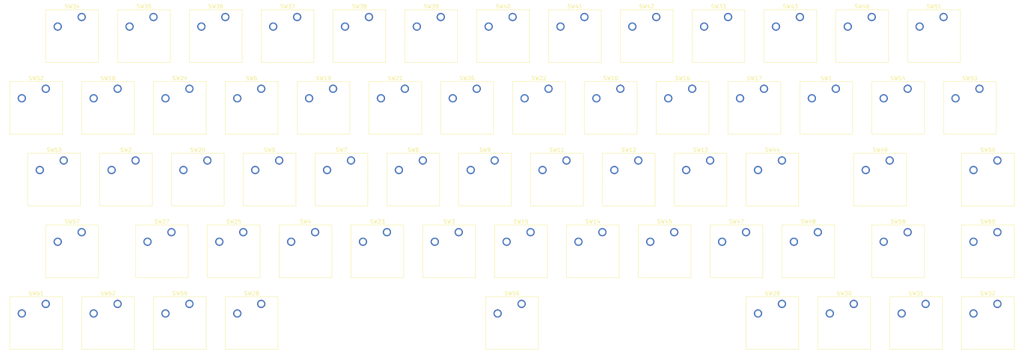
<source format=kicad_pcb>
(kicad_pcb (version 20171130) (host pcbnew "(5.1.9)-1")

  (general
    (thickness 1.6)
    (drawings 0)
    (tracks 0)
    (zones 0)
    (modules 62)
    (nets 21)
  )

  (page A4)
  (layers
    (0 F.Cu signal)
    (31 B.Cu signal)
    (32 B.Adhes user)
    (33 F.Adhes user)
    (34 B.Paste user)
    (35 F.Paste user)
    (36 B.SilkS user)
    (37 F.SilkS user)
    (38 B.Mask user)
    (39 F.Mask user)
    (40 Dwgs.User user)
    (41 Cmts.User user)
    (42 Eco1.User user)
    (43 Eco2.User user)
    (44 Edge.Cuts user)
    (45 Margin user)
    (46 B.CrtYd user)
    (47 F.CrtYd user)
    (48 B.Fab user)
    (49 F.Fab user)
  )

  (setup
    (last_trace_width 0.25)
    (trace_clearance 0.2)
    (zone_clearance 0.508)
    (zone_45_only no)
    (trace_min 0.2)
    (via_size 0.8)
    (via_drill 0.4)
    (via_min_size 0.4)
    (via_min_drill 0.3)
    (uvia_size 0.3)
    (uvia_drill 0.1)
    (uvias_allowed no)
    (uvia_min_size 0.2)
    (uvia_min_drill 0.1)
    (edge_width 0.05)
    (segment_width 0.2)
    (pcb_text_width 0.3)
    (pcb_text_size 1.5 1.5)
    (mod_edge_width 0.12)
    (mod_text_size 1 1)
    (mod_text_width 0.15)
    (pad_size 1.524 1.524)
    (pad_drill 0.762)
    (pad_to_mask_clearance 0)
    (aux_axis_origin 0 0)
    (visible_elements 7FFFF7FF)
    (pcbplotparams
      (layerselection 0x010fc_ffffffff)
      (usegerberextensions false)
      (usegerberattributes true)
      (usegerberadvancedattributes true)
      (creategerberjobfile true)
      (excludeedgelayer true)
      (linewidth 0.100000)
      (plotframeref false)
      (viasonmask false)
      (mode 1)
      (useauxorigin false)
      (hpglpennumber 1)
      (hpglpenspeed 20)
      (hpglpendiameter 15.000000)
      (psnegative false)
      (psa4output false)
      (plotreference true)
      (plotvalue true)
      (plotinvisibletext false)
      (padsonsilk false)
      (subtractmaskfromsilk false)
      (outputformat 1)
      (mirror false)
      (drillshape 0)
      (scaleselection 1)
      (outputdirectory "gbr/"))
  )

  (net 0 "")
  (net 1 "Net-(SW1-Pad1)")
  (net 2 "Net-(SW1-Pad2)")
  (net 3 "Net-(SW10-Pad1)")
  (net 4 "Net-(SW10-Pad2)")
  (net 5 "Net-(SW11-Pad2)")
  (net 6 "Net-(SW12-Pad2)")
  (net 7 "Net-(SW13-Pad2)")
  (net 8 "Net-(SW14-Pad2)")
  (net 9 "Net-(SW15-Pad2)")
  (net 10 "Net-(SW16-Pad2)")
  (net 11 "Net-(SW17-Pad1)")
  (net 12 "Net-(SW25-Pad1)")
  (net 13 "Net-(SW33-Pad1)")
  (net 14 "Net-(SW41-Pad1)")
  (net 15 "Net-(SW49-Pad1)")
  (net 16 "Net-(SW57-Pad1)")
  (net 17 "Net-(SW61-Pad2)")
  (net 18 "Net-(SW61-Pad1)")
  (net 19 "Net-(SW62-Pad2)")
  (net 20 "Net-(SW62-Pad1)")

  (net_class Default "This is the default net class."
    (clearance 0.2)
    (trace_width 0.25)
    (via_dia 0.8)
    (via_drill 0.4)
    (uvia_dia 0.3)
    (uvia_drill 0.1)
    (add_net "Net-(SW1-Pad1)")
    (add_net "Net-(SW1-Pad2)")
    (add_net "Net-(SW10-Pad1)")
    (add_net "Net-(SW10-Pad2)")
    (add_net "Net-(SW11-Pad2)")
    (add_net "Net-(SW12-Pad2)")
    (add_net "Net-(SW13-Pad2)")
    (add_net "Net-(SW14-Pad2)")
    (add_net "Net-(SW15-Pad2)")
    (add_net "Net-(SW16-Pad2)")
    (add_net "Net-(SW17-Pad1)")
    (add_net "Net-(SW25-Pad1)")
    (add_net "Net-(SW33-Pad1)")
    (add_net "Net-(SW41-Pad1)")
    (add_net "Net-(SW49-Pad1)")
    (add_net "Net-(SW57-Pad1)")
    (add_net "Net-(SW61-Pad1)")
    (add_net "Net-(SW61-Pad2)")
    (add_net "Net-(SW62-Pad1)")
    (add_net "Net-(SW62-Pad2)")
  )

  (module Button_Switch_Keyboard:SW_Cherry_MX_1.00u_PCB (layer F.Cu) (tedit 5A02FE24) (tstamp 609CAEE4)
    (at -52.375 103.505)
    (descr "Cherry MX keyswitch, 1.00u, PCB mount, http://cherryamericas.com/wp-content/uploads/2014/12/mx_cat.pdf")
    (tags "Cherry MX keyswitch 1.00u PCB")
    (path /609D1E85)
    (fp_text reference SW59 (at -2.54 -2.794) (layer F.SilkS)
      (effects (font (size 1 1) (thickness 0.15)))
    )
    (fp_text value Z0 (at -2.54 12.954) (layer F.Fab)
      (effects (font (size 1 1) (thickness 0.15)))
    )
    (fp_line (start -9.525 12.065) (end -9.525 -1.905) (layer F.SilkS) (width 0.12))
    (fp_line (start 4.445 12.065) (end -9.525 12.065) (layer F.SilkS) (width 0.12))
    (fp_line (start 4.445 -1.905) (end 4.445 12.065) (layer F.SilkS) (width 0.12))
    (fp_line (start -9.525 -1.905) (end 4.445 -1.905) (layer F.SilkS) (width 0.12))
    (fp_line (start -12.065 14.605) (end -12.065 -4.445) (layer Dwgs.User) (width 0.15))
    (fp_line (start 6.985 14.605) (end -12.065 14.605) (layer Dwgs.User) (width 0.15))
    (fp_line (start 6.985 -4.445) (end 6.985 14.605) (layer Dwgs.User) (width 0.15))
    (fp_line (start -12.065 -4.445) (end 6.985 -4.445) (layer Dwgs.User) (width 0.15))
    (fp_line (start -9.14 -1.52) (end 4.06 -1.52) (layer F.CrtYd) (width 0.05))
    (fp_line (start 4.06 -1.52) (end 4.06 11.68) (layer F.CrtYd) (width 0.05))
    (fp_line (start 4.06 11.68) (end -9.14 11.68) (layer F.CrtYd) (width 0.05))
    (fp_line (start -9.14 11.68) (end -9.14 -1.52) (layer F.CrtYd) (width 0.05))
    (fp_line (start -8.89 11.43) (end -8.89 -1.27) (layer F.Fab) (width 0.1))
    (fp_line (start 3.81 11.43) (end -8.89 11.43) (layer F.Fab) (width 0.1))
    (fp_line (start 3.81 -1.27) (end 3.81 11.43) (layer F.Fab) (width 0.1))
    (fp_line (start -8.89 -1.27) (end 3.81 -1.27) (layer F.Fab) (width 0.1))
    (fp_text user %R (at -2.54 -2.794) (layer F.Fab)
      (effects (font (size 1 1) (thickness 0.15)))
    )
    (pad "" np_thru_hole circle (at 2.54 5.08) (size 1.7 1.7) (drill 1.7) (layers *.Cu *.Mask))
    (pad "" np_thru_hole circle (at -7.62 5.08) (size 1.7 1.7) (drill 1.7) (layers *.Cu *.Mask))
    (pad "" np_thru_hole circle (at -2.54 5.08) (size 4 4) (drill 4) (layers *.Cu *.Mask))
    (pad 2 thru_hole circle (at -6.35 2.54) (size 2.2 2.2) (drill 1.5) (layers *.Cu *.Mask)
      (net 5 "Net-(SW11-Pad2)"))
    (pad 1 thru_hole circle (at 0 0) (size 2.2 2.2) (drill 1.5) (layers *.Cu *.Mask)
      (net 16 "Net-(SW57-Pad1)"))
    (model ${KISYS3DMOD}/Button_Switch_Keyboard.3dshapes/SW_Cherry_MX_1.00u_PCB.wrl
      (at (xyz 0 0 0))
      (scale (xyz 1 1 1))
      (rotate (xyz 0 0 0))
    )
  )

  (module Button_Switch_Keyboard:SW_Cherry_MX_1.00u_PCB (layer F.Cu) (tedit 5A02FE24) (tstamp 609C7EA4)
    (at -71.425 103.505)
    (descr "Cherry MX keyswitch, 1.00u, PCB mount, http://cherryamericas.com/wp-content/uploads/2014/12/mx_cat.pdf")
    (tags "Cherry MX keyswitch 1.00u PCB")
    (path /609D02EF)
    (fp_text reference SW62 (at -2.54 -2.794) (layer F.SilkS)
      (effects (font (size 1 1) (thickness 0.15)))
    )
    (fp_text value RESET (at -2.54 12.954) (layer F.Fab)
      (effects (font (size 1 1) (thickness 0.15)))
    )
    (fp_line (start -9.525 12.065) (end -9.525 -1.905) (layer F.SilkS) (width 0.12))
    (fp_line (start 4.445 12.065) (end -9.525 12.065) (layer F.SilkS) (width 0.12))
    (fp_line (start 4.445 -1.905) (end 4.445 12.065) (layer F.SilkS) (width 0.12))
    (fp_line (start -9.525 -1.905) (end 4.445 -1.905) (layer F.SilkS) (width 0.12))
    (fp_line (start -12.065 14.605) (end -12.065 -4.445) (layer Dwgs.User) (width 0.15))
    (fp_line (start 6.985 14.605) (end -12.065 14.605) (layer Dwgs.User) (width 0.15))
    (fp_line (start 6.985 -4.445) (end 6.985 14.605) (layer Dwgs.User) (width 0.15))
    (fp_line (start -12.065 -4.445) (end 6.985 -4.445) (layer Dwgs.User) (width 0.15))
    (fp_line (start -9.14 -1.52) (end 4.06 -1.52) (layer F.CrtYd) (width 0.05))
    (fp_line (start 4.06 -1.52) (end 4.06 11.68) (layer F.CrtYd) (width 0.05))
    (fp_line (start 4.06 11.68) (end -9.14 11.68) (layer F.CrtYd) (width 0.05))
    (fp_line (start -9.14 11.68) (end -9.14 -1.52) (layer F.CrtYd) (width 0.05))
    (fp_line (start -8.89 11.43) (end -8.89 -1.27) (layer F.Fab) (width 0.1))
    (fp_line (start 3.81 11.43) (end -8.89 11.43) (layer F.Fab) (width 0.1))
    (fp_line (start 3.81 -1.27) (end 3.81 11.43) (layer F.Fab) (width 0.1))
    (fp_line (start -8.89 -1.27) (end 3.81 -1.27) (layer F.Fab) (width 0.1))
    (fp_text user %R (at -2.54 -2.794) (layer F.Fab)
      (effects (font (size 1 1) (thickness 0.15)))
    )
    (pad "" np_thru_hole circle (at 2.54 5.08) (size 1.7 1.7) (drill 1.7) (layers *.Cu *.Mask))
    (pad "" np_thru_hole circle (at -7.62 5.08) (size 1.7 1.7) (drill 1.7) (layers *.Cu *.Mask))
    (pad "" np_thru_hole circle (at -2.54 5.08) (size 4 4) (drill 4) (layers *.Cu *.Mask))
    (pad 2 thru_hole circle (at -6.35 2.54) (size 2.2 2.2) (drill 1.5) (layers *.Cu *.Mask)
      (net 19 "Net-(SW62-Pad2)"))
    (pad 1 thru_hole circle (at 0 0) (size 2.2 2.2) (drill 1.5) (layers *.Cu *.Mask)
      (net 20 "Net-(SW62-Pad1)"))
    (model ${KISYS3DMOD}/Button_Switch_Keyboard.3dshapes/SW_Cherry_MX_1.00u_PCB.wrl
      (at (xyz 0 0 0))
      (scale (xyz 1 1 1))
      (rotate (xyz 0 0 0))
    )
  )

  (module Button_Switch_Keyboard:SW_Cherry_MX_1.00u_PCB (layer F.Cu) (tedit 5A02FE24) (tstamp 609C7D2C)
    (at -90.475 103.505)
    (descr "Cherry MX keyswitch, 1.00u, PCB mount, http://cherryamericas.com/wp-content/uploads/2014/12/mx_cat.pdf")
    (tags "Cherry MX keyswitch 1.00u PCB")
    (path /609CEAA0)
    (fp_text reference SW61 (at -2.54 -2.794) (layer F.SilkS)
      (effects (font (size 1 1) (thickness 0.15)))
    )
    (fp_text value NMI (at -2.54 12.954) (layer F.Fab)
      (effects (font (size 1 1) (thickness 0.15)))
    )
    (fp_line (start -9.525 12.065) (end -9.525 -1.905) (layer F.SilkS) (width 0.12))
    (fp_line (start 4.445 12.065) (end -9.525 12.065) (layer F.SilkS) (width 0.12))
    (fp_line (start 4.445 -1.905) (end 4.445 12.065) (layer F.SilkS) (width 0.12))
    (fp_line (start -9.525 -1.905) (end 4.445 -1.905) (layer F.SilkS) (width 0.12))
    (fp_line (start -12.065 14.605) (end -12.065 -4.445) (layer Dwgs.User) (width 0.15))
    (fp_line (start 6.985 14.605) (end -12.065 14.605) (layer Dwgs.User) (width 0.15))
    (fp_line (start 6.985 -4.445) (end 6.985 14.605) (layer Dwgs.User) (width 0.15))
    (fp_line (start -12.065 -4.445) (end 6.985 -4.445) (layer Dwgs.User) (width 0.15))
    (fp_line (start -9.14 -1.52) (end 4.06 -1.52) (layer F.CrtYd) (width 0.05))
    (fp_line (start 4.06 -1.52) (end 4.06 11.68) (layer F.CrtYd) (width 0.05))
    (fp_line (start 4.06 11.68) (end -9.14 11.68) (layer F.CrtYd) (width 0.05))
    (fp_line (start -9.14 11.68) (end -9.14 -1.52) (layer F.CrtYd) (width 0.05))
    (fp_line (start -8.89 11.43) (end -8.89 -1.27) (layer F.Fab) (width 0.1))
    (fp_line (start 3.81 11.43) (end -8.89 11.43) (layer F.Fab) (width 0.1))
    (fp_line (start 3.81 -1.27) (end 3.81 11.43) (layer F.Fab) (width 0.1))
    (fp_line (start -8.89 -1.27) (end 3.81 -1.27) (layer F.Fab) (width 0.1))
    (fp_text user %R (at -2.54 -2.794) (layer F.Fab)
      (effects (font (size 1 1) (thickness 0.15)))
    )
    (pad "" np_thru_hole circle (at 2.54 5.08) (size 1.7 1.7) (drill 1.7) (layers *.Cu *.Mask))
    (pad "" np_thru_hole circle (at -7.62 5.08) (size 1.7 1.7) (drill 1.7) (layers *.Cu *.Mask))
    (pad "" np_thru_hole circle (at -2.54 5.08) (size 4 4) (drill 4) (layers *.Cu *.Mask))
    (pad 2 thru_hole circle (at -6.35 2.54) (size 2.2 2.2) (drill 1.5) (layers *.Cu *.Mask)
      (net 17 "Net-(SW61-Pad2)"))
    (pad 1 thru_hole circle (at 0 0) (size 2.2 2.2) (drill 1.5) (layers *.Cu *.Mask)
      (net 18 "Net-(SW61-Pad1)"))
    (model ${KISYS3DMOD}/Button_Switch_Keyboard.3dshapes/SW_Cherry_MX_1.00u_PCB.wrl
      (at (xyz 0 0 0))
      (scale (xyz 1 1 1))
      (rotate (xyz 0 0 0))
    )
  )

  (module Button_Switch_Keyboard:SW_Cherry_MX_1.00u_PCB (layer F.Cu) (tedit 5A02FE24) (tstamp 609A0E5A)
    (at 35.7312 103.505)
    (descr "Cherry MX keyswitch, 1.00u, PCB mount, http://cherryamericas.com/wp-content/uploads/2014/12/mx_cat.pdf")
    (tags "Cherry MX keyswitch 1.00u PCB")
    (path /609BE78B)
    (fp_text reference SW56 (at -2.54 -2.794) (layer F.SilkS)
      (effects (font (size 1 1) (thickness 0.15)))
    )
    (fp_text value Space (at -2.54 12.954) (layer F.Fab)
      (effects (font (size 1 1) (thickness 0.15)))
    )
    (fp_line (start -8.89 -1.27) (end 3.81 -1.27) (layer F.Fab) (width 0.1))
    (fp_line (start 3.81 -1.27) (end 3.81 11.43) (layer F.Fab) (width 0.1))
    (fp_line (start 3.81 11.43) (end -8.89 11.43) (layer F.Fab) (width 0.1))
    (fp_line (start -8.89 11.43) (end -8.89 -1.27) (layer F.Fab) (width 0.1))
    (fp_line (start -9.14 11.68) (end -9.14 -1.52) (layer F.CrtYd) (width 0.05))
    (fp_line (start 4.06 11.68) (end -9.14 11.68) (layer F.CrtYd) (width 0.05))
    (fp_line (start 4.06 -1.52) (end 4.06 11.68) (layer F.CrtYd) (width 0.05))
    (fp_line (start -9.14 -1.52) (end 4.06 -1.52) (layer F.CrtYd) (width 0.05))
    (fp_line (start -12.065 -4.445) (end 6.985 -4.445) (layer Dwgs.User) (width 0.15))
    (fp_line (start 6.985 -4.445) (end 6.985 14.605) (layer Dwgs.User) (width 0.15))
    (fp_line (start 6.985 14.605) (end -12.065 14.605) (layer Dwgs.User) (width 0.15))
    (fp_line (start -12.065 14.605) (end -12.065 -4.445) (layer Dwgs.User) (width 0.15))
    (fp_line (start -9.525 -1.905) (end 4.445 -1.905) (layer F.SilkS) (width 0.12))
    (fp_line (start 4.445 -1.905) (end 4.445 12.065) (layer F.SilkS) (width 0.12))
    (fp_line (start 4.445 12.065) (end -9.525 12.065) (layer F.SilkS) (width 0.12))
    (fp_line (start -9.525 12.065) (end -9.525 -1.905) (layer F.SilkS) (width 0.12))
    (fp_text user %R (at -2.54 -2.794) (layer F.Fab)
      (effects (font (size 1 1) (thickness 0.15)))
    )
    (pad "" np_thru_hole circle (at 2.54 5.08) (size 1.7 1.7) (drill 1.7) (layers *.Cu *.Mask))
    (pad "" np_thru_hole circle (at -7.62 5.08) (size 1.7 1.7) (drill 1.7) (layers *.Cu *.Mask))
    (pad "" np_thru_hole circle (at -2.54 5.08) (size 4 4) (drill 4) (layers *.Cu *.Mask))
    (pad 2 thru_hole circle (at -6.35 2.54) (size 2.2 2.2) (drill 1.5) (layers *.Cu *.Mask)
      (net 10 "Net-(SW16-Pad2)"))
    (pad 1 thru_hole circle (at 0 0) (size 2.2 2.2) (drill 1.5) (layers *.Cu *.Mask)
      (net 15 "Net-(SW49-Pad1)"))
    (model ${KISYS3DMOD}/Button_Switch_Keyboard.3dshapes/SW_Cherry_MX_1.00u_PCB.wrl
      (at (xyz 0 0 0))
      (scale (xyz 1 1 1))
      (rotate (xyz 0 0 0))
    )
  )

  (module Button_Switch_Keyboard:SW_Cherry_MX_1.00u_PCB (layer F.Cu) (tedit 5A02FE24) (tstamp 609A0E40)
    (at 114.312 84.455)
    (descr "Cherry MX keyswitch, 1.00u, PCB mount, http://cherryamericas.com/wp-content/uploads/2014/12/mx_cat.pdf")
    (tags "Cherry MX keyswitch 1.00u PCB")
    (path /609BE785)
    (fp_text reference SW48 (at -2.54 -2.794) (layer F.SilkS)
      (effects (font (size 1 1) (thickness 0.15)))
    )
    (fp_text value ? (at -2.54 12.954) (layer F.Fab)
      (effects (font (size 1 1) (thickness 0.15)))
    )
    (fp_line (start -8.89 -1.27) (end 3.81 -1.27) (layer F.Fab) (width 0.1))
    (fp_line (start 3.81 -1.27) (end 3.81 11.43) (layer F.Fab) (width 0.1))
    (fp_line (start 3.81 11.43) (end -8.89 11.43) (layer F.Fab) (width 0.1))
    (fp_line (start -8.89 11.43) (end -8.89 -1.27) (layer F.Fab) (width 0.1))
    (fp_line (start -9.14 11.68) (end -9.14 -1.52) (layer F.CrtYd) (width 0.05))
    (fp_line (start 4.06 11.68) (end -9.14 11.68) (layer F.CrtYd) (width 0.05))
    (fp_line (start 4.06 -1.52) (end 4.06 11.68) (layer F.CrtYd) (width 0.05))
    (fp_line (start -9.14 -1.52) (end 4.06 -1.52) (layer F.CrtYd) (width 0.05))
    (fp_line (start -12.065 -4.445) (end 6.985 -4.445) (layer Dwgs.User) (width 0.15))
    (fp_line (start 6.985 -4.445) (end 6.985 14.605) (layer Dwgs.User) (width 0.15))
    (fp_line (start 6.985 14.605) (end -12.065 14.605) (layer Dwgs.User) (width 0.15))
    (fp_line (start -12.065 14.605) (end -12.065 -4.445) (layer Dwgs.User) (width 0.15))
    (fp_line (start -9.525 -1.905) (end 4.445 -1.905) (layer F.SilkS) (width 0.12))
    (fp_line (start 4.445 -1.905) (end 4.445 12.065) (layer F.SilkS) (width 0.12))
    (fp_line (start 4.445 12.065) (end -9.525 12.065) (layer F.SilkS) (width 0.12))
    (fp_line (start -9.525 12.065) (end -9.525 -1.905) (layer F.SilkS) (width 0.12))
    (fp_text user %R (at -2.54 -2.794) (layer F.Fab)
      (effects (font (size 1 1) (thickness 0.15)))
    )
    (pad "" np_thru_hole circle (at 2.54 5.08) (size 1.7 1.7) (drill 1.7) (layers *.Cu *.Mask))
    (pad "" np_thru_hole circle (at -7.62 5.08) (size 1.7 1.7) (drill 1.7) (layers *.Cu *.Mask))
    (pad "" np_thru_hole circle (at -2.54 5.08) (size 4 4) (drill 4) (layers *.Cu *.Mask))
    (pad 2 thru_hole circle (at -6.35 2.54) (size 2.2 2.2) (drill 1.5) (layers *.Cu *.Mask)
      (net 10 "Net-(SW16-Pad2)"))
    (pad 1 thru_hole circle (at 0 0) (size 2.2 2.2) (drill 1.5) (layers *.Cu *.Mask)
      (net 14 "Net-(SW41-Pad1)"))
    (model ${KISYS3DMOD}/Button_Switch_Keyboard.3dshapes/SW_Cherry_MX_1.00u_PCB.wrl
      (at (xyz 0 0 0))
      (scale (xyz 1 1 1))
      (rotate (xyz 0 0 0))
    )
  )

  (module Button_Switch_Keyboard:SW_Cherry_MX_1.00u_PCB (layer F.Cu) (tedit 5A02FE24) (tstamp 609A0E26)
    (at 33.35 27.305)
    (descr "Cherry MX keyswitch, 1.00u, PCB mount, http://cherryamericas.com/wp-content/uploads/2014/12/mx_cat.pdf")
    (tags "Cherry MX keyswitch 1.00u PCB")
    (path /609BE77F)
    (fp_text reference SW40 (at -2.54 -2.794) (layer F.SilkS)
      (effects (font (size 1 1) (thickness 0.15)))
    )
    (fp_text value 7 (at -2.54 12.954) (layer F.Fab)
      (effects (font (size 1 1) (thickness 0.15)))
    )
    (fp_line (start -8.89 -1.27) (end 3.81 -1.27) (layer F.Fab) (width 0.1))
    (fp_line (start 3.81 -1.27) (end 3.81 11.43) (layer F.Fab) (width 0.1))
    (fp_line (start 3.81 11.43) (end -8.89 11.43) (layer F.Fab) (width 0.1))
    (fp_line (start -8.89 11.43) (end -8.89 -1.27) (layer F.Fab) (width 0.1))
    (fp_line (start -9.14 11.68) (end -9.14 -1.52) (layer F.CrtYd) (width 0.05))
    (fp_line (start 4.06 11.68) (end -9.14 11.68) (layer F.CrtYd) (width 0.05))
    (fp_line (start 4.06 -1.52) (end 4.06 11.68) (layer F.CrtYd) (width 0.05))
    (fp_line (start -9.14 -1.52) (end 4.06 -1.52) (layer F.CrtYd) (width 0.05))
    (fp_line (start -12.065 -4.445) (end 6.985 -4.445) (layer Dwgs.User) (width 0.15))
    (fp_line (start 6.985 -4.445) (end 6.985 14.605) (layer Dwgs.User) (width 0.15))
    (fp_line (start 6.985 14.605) (end -12.065 14.605) (layer Dwgs.User) (width 0.15))
    (fp_line (start -12.065 14.605) (end -12.065 -4.445) (layer Dwgs.User) (width 0.15))
    (fp_line (start -9.525 -1.905) (end 4.445 -1.905) (layer F.SilkS) (width 0.12))
    (fp_line (start 4.445 -1.905) (end 4.445 12.065) (layer F.SilkS) (width 0.12))
    (fp_line (start 4.445 12.065) (end -9.525 12.065) (layer F.SilkS) (width 0.12))
    (fp_line (start -9.525 12.065) (end -9.525 -1.905) (layer F.SilkS) (width 0.12))
    (fp_text user %R (at -2.54 -2.794) (layer F.Fab)
      (effects (font (size 1 1) (thickness 0.15)))
    )
    (pad "" np_thru_hole circle (at 2.54 5.08) (size 1.7 1.7) (drill 1.7) (layers *.Cu *.Mask))
    (pad "" np_thru_hole circle (at -7.62 5.08) (size 1.7 1.7) (drill 1.7) (layers *.Cu *.Mask))
    (pad "" np_thru_hole circle (at -2.54 5.08) (size 4 4) (drill 4) (layers *.Cu *.Mask))
    (pad 2 thru_hole circle (at -6.35 2.54) (size 2.2 2.2) (drill 1.5) (layers *.Cu *.Mask)
      (net 10 "Net-(SW16-Pad2)"))
    (pad 1 thru_hole circle (at 0 0) (size 2.2 2.2) (drill 1.5) (layers *.Cu *.Mask)
      (net 13 "Net-(SW33-Pad1)"))
    (model ${KISYS3DMOD}/Button_Switch_Keyboard.3dshapes/SW_Cherry_MX_1.00u_PCB.wrl
      (at (xyz 0 0 0))
      (scale (xyz 1 1 1))
      (rotate (xyz 0 0 0))
    )
  )

  (module Button_Switch_Keyboard:SW_Cherry_MX_1.00u_PCB (layer F.Cu) (tedit 5A02FE24) (tstamp 609A0E0C)
    (at 161.938 103.505)
    (descr "Cherry MX keyswitch, 1.00u, PCB mount, http://cherryamericas.com/wp-content/uploads/2014/12/mx_cat.pdf")
    (tags "Cherry MX keyswitch 1.00u PCB")
    (path /609BE779)
    (fp_text reference SW32 (at -2.54 -2.794) (layer F.SilkS)
      (effects (font (size 1 1) (thickness 0.15)))
    )
    (fp_text value Z5 (at -2.54 12.954) (layer F.Fab)
      (effects (font (size 1 1) (thickness 0.15)))
    )
    (fp_line (start -8.89 -1.27) (end 3.81 -1.27) (layer F.Fab) (width 0.1))
    (fp_line (start 3.81 -1.27) (end 3.81 11.43) (layer F.Fab) (width 0.1))
    (fp_line (start 3.81 11.43) (end -8.89 11.43) (layer F.Fab) (width 0.1))
    (fp_line (start -8.89 11.43) (end -8.89 -1.27) (layer F.Fab) (width 0.1))
    (fp_line (start -9.14 11.68) (end -9.14 -1.52) (layer F.CrtYd) (width 0.05))
    (fp_line (start 4.06 11.68) (end -9.14 11.68) (layer F.CrtYd) (width 0.05))
    (fp_line (start 4.06 -1.52) (end 4.06 11.68) (layer F.CrtYd) (width 0.05))
    (fp_line (start -9.14 -1.52) (end 4.06 -1.52) (layer F.CrtYd) (width 0.05))
    (fp_line (start -12.065 -4.445) (end 6.985 -4.445) (layer Dwgs.User) (width 0.15))
    (fp_line (start 6.985 -4.445) (end 6.985 14.605) (layer Dwgs.User) (width 0.15))
    (fp_line (start 6.985 14.605) (end -12.065 14.605) (layer Dwgs.User) (width 0.15))
    (fp_line (start -12.065 14.605) (end -12.065 -4.445) (layer Dwgs.User) (width 0.15))
    (fp_line (start -9.525 -1.905) (end 4.445 -1.905) (layer F.SilkS) (width 0.12))
    (fp_line (start 4.445 -1.905) (end 4.445 12.065) (layer F.SilkS) (width 0.12))
    (fp_line (start 4.445 12.065) (end -9.525 12.065) (layer F.SilkS) (width 0.12))
    (fp_line (start -9.525 12.065) (end -9.525 -1.905) (layer F.SilkS) (width 0.12))
    (fp_text user %R (at -2.54 -2.794) (layer F.Fab)
      (effects (font (size 1 1) (thickness 0.15)))
    )
    (pad "" np_thru_hole circle (at 2.54 5.08) (size 1.7 1.7) (drill 1.7) (layers *.Cu *.Mask))
    (pad "" np_thru_hole circle (at -7.62 5.08) (size 1.7 1.7) (drill 1.7) (layers *.Cu *.Mask))
    (pad "" np_thru_hole circle (at -2.54 5.08) (size 4 4) (drill 4) (layers *.Cu *.Mask))
    (pad 2 thru_hole circle (at -6.35 2.54) (size 2.2 2.2) (drill 1.5) (layers *.Cu *.Mask)
      (net 10 "Net-(SW16-Pad2)"))
    (pad 1 thru_hole circle (at 0 0) (size 2.2 2.2) (drill 1.5) (layers *.Cu *.Mask)
      (net 12 "Net-(SW25-Pad1)"))
    (model ${KISYS3DMOD}/Button_Switch_Keyboard.3dshapes/SW_Cherry_MX_1.00u_PCB.wrl
      (at (xyz 0 0 0))
      (scale (xyz 1 1 1))
      (rotate (xyz 0 0 0))
    )
  )

  (module Button_Switch_Keyboard:SW_Cherry_MX_1.00u_PCB (layer F.Cu) (tedit 5A02FE24) (tstamp 609A0DF2)
    (at -52.375 46.355)
    (descr "Cherry MX keyswitch, 1.00u, PCB mount, http://cherryamericas.com/wp-content/uploads/2014/12/mx_cat.pdf")
    (tags "Cherry MX keyswitch 1.00u PCB")
    (path /609BE773)
    (fp_text reference SW24 (at -2.54 -2.794) (layer F.SilkS)
      (effects (font (size 1 1) (thickness 0.15)))
    )
    (fp_text value W (at -2.54 12.954) (layer F.Fab)
      (effects (font (size 1 1) (thickness 0.15)))
    )
    (fp_line (start -8.89 -1.27) (end 3.81 -1.27) (layer F.Fab) (width 0.1))
    (fp_line (start 3.81 -1.27) (end 3.81 11.43) (layer F.Fab) (width 0.1))
    (fp_line (start 3.81 11.43) (end -8.89 11.43) (layer F.Fab) (width 0.1))
    (fp_line (start -8.89 11.43) (end -8.89 -1.27) (layer F.Fab) (width 0.1))
    (fp_line (start -9.14 11.68) (end -9.14 -1.52) (layer F.CrtYd) (width 0.05))
    (fp_line (start 4.06 11.68) (end -9.14 11.68) (layer F.CrtYd) (width 0.05))
    (fp_line (start 4.06 -1.52) (end 4.06 11.68) (layer F.CrtYd) (width 0.05))
    (fp_line (start -9.14 -1.52) (end 4.06 -1.52) (layer F.CrtYd) (width 0.05))
    (fp_line (start -12.065 -4.445) (end 6.985 -4.445) (layer Dwgs.User) (width 0.15))
    (fp_line (start 6.985 -4.445) (end 6.985 14.605) (layer Dwgs.User) (width 0.15))
    (fp_line (start 6.985 14.605) (end -12.065 14.605) (layer Dwgs.User) (width 0.15))
    (fp_line (start -12.065 14.605) (end -12.065 -4.445) (layer Dwgs.User) (width 0.15))
    (fp_line (start -9.525 -1.905) (end 4.445 -1.905) (layer F.SilkS) (width 0.12))
    (fp_line (start 4.445 -1.905) (end 4.445 12.065) (layer F.SilkS) (width 0.12))
    (fp_line (start 4.445 12.065) (end -9.525 12.065) (layer F.SilkS) (width 0.12))
    (fp_line (start -9.525 12.065) (end -9.525 -1.905) (layer F.SilkS) (width 0.12))
    (fp_text user %R (at -2.54 -2.794) (layer F.Fab)
      (effects (font (size 1 1) (thickness 0.15)))
    )
    (pad "" np_thru_hole circle (at 2.54 5.08) (size 1.7 1.7) (drill 1.7) (layers *.Cu *.Mask))
    (pad "" np_thru_hole circle (at -7.62 5.08) (size 1.7 1.7) (drill 1.7) (layers *.Cu *.Mask))
    (pad "" np_thru_hole circle (at -2.54 5.08) (size 4 4) (drill 4) (layers *.Cu *.Mask))
    (pad 2 thru_hole circle (at -6.35 2.54) (size 2.2 2.2) (drill 1.5) (layers *.Cu *.Mask)
      (net 10 "Net-(SW16-Pad2)"))
    (pad 1 thru_hole circle (at 0 0) (size 2.2 2.2) (drill 1.5) (layers *.Cu *.Mask)
      (net 11 "Net-(SW17-Pad1)"))
    (model ${KISYS3DMOD}/Button_Switch_Keyboard.3dshapes/SW_Cherry_MX_1.00u_PCB.wrl
      (at (xyz 0 0 0))
      (scale (xyz 1 1 1))
      (rotate (xyz 0 0 0))
    )
  )

  (module Button_Switch_Keyboard:SW_Cherry_MX_1.00u_PCB (layer F.Cu) (tedit 5A02FE24) (tstamp 609A0DD8)
    (at 80.975 46.355)
    (descr "Cherry MX keyswitch, 1.00u, PCB mount, http://cherryamericas.com/wp-content/uploads/2014/12/mx_cat.pdf")
    (tags "Cherry MX keyswitch 1.00u PCB")
    (path /609BE76D)
    (fp_text reference SW16 (at -2.54 -2.794) (layer F.SilkS)
      (effects (font (size 1 1) (thickness 0.15)))
    )
    (fp_text value O (at -2.54 12.954) (layer F.Fab)
      (effects (font (size 1 1) (thickness 0.15)))
    )
    (fp_line (start -8.89 -1.27) (end 3.81 -1.27) (layer F.Fab) (width 0.1))
    (fp_line (start 3.81 -1.27) (end 3.81 11.43) (layer F.Fab) (width 0.1))
    (fp_line (start 3.81 11.43) (end -8.89 11.43) (layer F.Fab) (width 0.1))
    (fp_line (start -8.89 11.43) (end -8.89 -1.27) (layer F.Fab) (width 0.1))
    (fp_line (start -9.14 11.68) (end -9.14 -1.52) (layer F.CrtYd) (width 0.05))
    (fp_line (start 4.06 11.68) (end -9.14 11.68) (layer F.CrtYd) (width 0.05))
    (fp_line (start 4.06 -1.52) (end 4.06 11.68) (layer F.CrtYd) (width 0.05))
    (fp_line (start -9.14 -1.52) (end 4.06 -1.52) (layer F.CrtYd) (width 0.05))
    (fp_line (start -12.065 -4.445) (end 6.985 -4.445) (layer Dwgs.User) (width 0.15))
    (fp_line (start 6.985 -4.445) (end 6.985 14.605) (layer Dwgs.User) (width 0.15))
    (fp_line (start 6.985 14.605) (end -12.065 14.605) (layer Dwgs.User) (width 0.15))
    (fp_line (start -12.065 14.605) (end -12.065 -4.445) (layer Dwgs.User) (width 0.15))
    (fp_line (start -9.525 -1.905) (end 4.445 -1.905) (layer F.SilkS) (width 0.12))
    (fp_line (start 4.445 -1.905) (end 4.445 12.065) (layer F.SilkS) (width 0.12))
    (fp_line (start 4.445 12.065) (end -9.525 12.065) (layer F.SilkS) (width 0.12))
    (fp_line (start -9.525 12.065) (end -9.525 -1.905) (layer F.SilkS) (width 0.12))
    (fp_text user %R (at -2.54 -2.794) (layer F.Fab)
      (effects (font (size 1 1) (thickness 0.15)))
    )
    (pad "" np_thru_hole circle (at 2.54 5.08) (size 1.7 1.7) (drill 1.7) (layers *.Cu *.Mask))
    (pad "" np_thru_hole circle (at -7.62 5.08) (size 1.7 1.7) (drill 1.7) (layers *.Cu *.Mask))
    (pad "" np_thru_hole circle (at -2.54 5.08) (size 4 4) (drill 4) (layers *.Cu *.Mask))
    (pad 2 thru_hole circle (at -6.35 2.54) (size 2.2 2.2) (drill 1.5) (layers *.Cu *.Mask)
      (net 10 "Net-(SW16-Pad2)"))
    (pad 1 thru_hole circle (at 0 0) (size 2.2 2.2) (drill 1.5) (layers *.Cu *.Mask)
      (net 3 "Net-(SW10-Pad1)"))
    (model ${KISYS3DMOD}/Button_Switch_Keyboard.3dshapes/SW_Cherry_MX_1.00u_PCB.wrl
      (at (xyz 0 0 0))
      (scale (xyz 1 1 1))
      (rotate (xyz 0 0 0))
    )
  )

  (module Button_Switch_Keyboard:SW_Cherry_MX_1.00u_PCB (layer F.Cu) (tedit 5A02FE24) (tstamp 609A0DBE)
    (at 9.5375 65.405)
    (descr "Cherry MX keyswitch, 1.00u, PCB mount, http://cherryamericas.com/wp-content/uploads/2014/12/mx_cat.pdf")
    (tags "Cherry MX keyswitch 1.00u PCB")
    (path /609BE767)
    (fp_text reference SW8 (at -2.54 -2.794) (layer F.SilkS)
      (effects (font (size 1 1) (thickness 0.15)))
    )
    (fp_text value G (at -2.54 12.954) (layer F.Fab)
      (effects (font (size 1 1) (thickness 0.15)))
    )
    (fp_line (start -8.89 -1.27) (end 3.81 -1.27) (layer F.Fab) (width 0.1))
    (fp_line (start 3.81 -1.27) (end 3.81 11.43) (layer F.Fab) (width 0.1))
    (fp_line (start 3.81 11.43) (end -8.89 11.43) (layer F.Fab) (width 0.1))
    (fp_line (start -8.89 11.43) (end -8.89 -1.27) (layer F.Fab) (width 0.1))
    (fp_line (start -9.14 11.68) (end -9.14 -1.52) (layer F.CrtYd) (width 0.05))
    (fp_line (start 4.06 11.68) (end -9.14 11.68) (layer F.CrtYd) (width 0.05))
    (fp_line (start 4.06 -1.52) (end 4.06 11.68) (layer F.CrtYd) (width 0.05))
    (fp_line (start -9.14 -1.52) (end 4.06 -1.52) (layer F.CrtYd) (width 0.05))
    (fp_line (start -12.065 -4.445) (end 6.985 -4.445) (layer Dwgs.User) (width 0.15))
    (fp_line (start 6.985 -4.445) (end 6.985 14.605) (layer Dwgs.User) (width 0.15))
    (fp_line (start 6.985 14.605) (end -12.065 14.605) (layer Dwgs.User) (width 0.15))
    (fp_line (start -12.065 14.605) (end -12.065 -4.445) (layer Dwgs.User) (width 0.15))
    (fp_line (start -9.525 -1.905) (end 4.445 -1.905) (layer F.SilkS) (width 0.12))
    (fp_line (start 4.445 -1.905) (end 4.445 12.065) (layer F.SilkS) (width 0.12))
    (fp_line (start 4.445 12.065) (end -9.525 12.065) (layer F.SilkS) (width 0.12))
    (fp_line (start -9.525 12.065) (end -9.525 -1.905) (layer F.SilkS) (width 0.12))
    (fp_text user %R (at -2.54 -2.794) (layer F.Fab)
      (effects (font (size 1 1) (thickness 0.15)))
    )
    (pad "" np_thru_hole circle (at 2.54 5.08) (size 1.7 1.7) (drill 1.7) (layers *.Cu *.Mask))
    (pad "" np_thru_hole circle (at -7.62 5.08) (size 1.7 1.7) (drill 1.7) (layers *.Cu *.Mask))
    (pad "" np_thru_hole circle (at -2.54 5.08) (size 4 4) (drill 4) (layers *.Cu *.Mask))
    (pad 2 thru_hole circle (at -6.35 2.54) (size 2.2 2.2) (drill 1.5) (layers *.Cu *.Mask)
      (net 10 "Net-(SW16-Pad2)"))
    (pad 1 thru_hole circle (at 0 0) (size 2.2 2.2) (drill 1.5) (layers *.Cu *.Mask)
      (net 1 "Net-(SW1-Pad1)"))
    (model ${KISYS3DMOD}/Button_Switch_Keyboard.3dshapes/SW_Cherry_MX_1.00u_PCB.wrl
      (at (xyz 0 0 0))
      (scale (xyz 1 1 1))
      (rotate (xyz 0 0 0))
    )
  )

  (module Button_Switch_Keyboard:SW_Cherry_MX_1.00u_PCB (layer F.Cu) (tedit 5A02FE24) (tstamp 609A0DA4)
    (at 157.175 46.355)
    (descr "Cherry MX keyswitch, 1.00u, PCB mount, http://cherryamericas.com/wp-content/uploads/2014/12/mx_cat.pdf")
    (tags "Cherry MX keyswitch 1.00u PCB")
    (path /609BE75B)
    (fp_text reference SW55 (at -2.54 -2.794) (layer F.SilkS)
      (effects (font (size 1 1) (thickness 0.15)))
    )
    (fp_text value Right (at -2.54 12.954) (layer F.Fab)
      (effects (font (size 1 1) (thickness 0.15)))
    )
    (fp_line (start -8.89 -1.27) (end 3.81 -1.27) (layer F.Fab) (width 0.1))
    (fp_line (start 3.81 -1.27) (end 3.81 11.43) (layer F.Fab) (width 0.1))
    (fp_line (start 3.81 11.43) (end -8.89 11.43) (layer F.Fab) (width 0.1))
    (fp_line (start -8.89 11.43) (end -8.89 -1.27) (layer F.Fab) (width 0.1))
    (fp_line (start -9.14 11.68) (end -9.14 -1.52) (layer F.CrtYd) (width 0.05))
    (fp_line (start 4.06 11.68) (end -9.14 11.68) (layer F.CrtYd) (width 0.05))
    (fp_line (start 4.06 -1.52) (end 4.06 11.68) (layer F.CrtYd) (width 0.05))
    (fp_line (start -9.14 -1.52) (end 4.06 -1.52) (layer F.CrtYd) (width 0.05))
    (fp_line (start -12.065 -4.445) (end 6.985 -4.445) (layer Dwgs.User) (width 0.15))
    (fp_line (start 6.985 -4.445) (end 6.985 14.605) (layer Dwgs.User) (width 0.15))
    (fp_line (start 6.985 14.605) (end -12.065 14.605) (layer Dwgs.User) (width 0.15))
    (fp_line (start -12.065 14.605) (end -12.065 -4.445) (layer Dwgs.User) (width 0.15))
    (fp_line (start -9.525 -1.905) (end 4.445 -1.905) (layer F.SilkS) (width 0.12))
    (fp_line (start 4.445 -1.905) (end 4.445 12.065) (layer F.SilkS) (width 0.12))
    (fp_line (start 4.445 12.065) (end -9.525 12.065) (layer F.SilkS) (width 0.12))
    (fp_line (start -9.525 12.065) (end -9.525 -1.905) (layer F.SilkS) (width 0.12))
    (fp_text user %R (at -2.54 -2.794) (layer F.Fab)
      (effects (font (size 1 1) (thickness 0.15)))
    )
    (pad "" np_thru_hole circle (at 2.54 5.08) (size 1.7 1.7) (drill 1.7) (layers *.Cu *.Mask))
    (pad "" np_thru_hole circle (at -7.62 5.08) (size 1.7 1.7) (drill 1.7) (layers *.Cu *.Mask))
    (pad "" np_thru_hole circle (at -2.54 5.08) (size 4 4) (drill 4) (layers *.Cu *.Mask))
    (pad 2 thru_hole circle (at -6.35 2.54) (size 2.2 2.2) (drill 1.5) (layers *.Cu *.Mask)
      (net 9 "Net-(SW15-Pad2)"))
    (pad 1 thru_hole circle (at 0 0) (size 2.2 2.2) (drill 1.5) (layers *.Cu *.Mask)
      (net 15 "Net-(SW49-Pad1)"))
    (model ${KISYS3DMOD}/Button_Switch_Keyboard.3dshapes/SW_Cherry_MX_1.00u_PCB.wrl
      (at (xyz 0 0 0))
      (scale (xyz 1 1 1))
      (rotate (xyz 0 0 0))
    )
  )

  (module Button_Switch_Keyboard:SW_Cherry_MX_1.00u_PCB (layer F.Cu) (tedit 5A02FE24) (tstamp 609A0D8A)
    (at 95.2625 84.455)
    (descr "Cherry MX keyswitch, 1.00u, PCB mount, http://cherryamericas.com/wp-content/uploads/2014/12/mx_cat.pdf")
    (tags "Cherry MX keyswitch 1.00u PCB")
    (path /609BE755)
    (fp_text reference SW47 (at -2.54 -2.794) (layer F.SilkS)
      (effects (font (size 1 1) (thickness 0.15)))
    )
    (fp_text value > (at -2.54 12.954) (layer F.Fab)
      (effects (font (size 1 1) (thickness 0.15)))
    )
    (fp_line (start -8.89 -1.27) (end 3.81 -1.27) (layer F.Fab) (width 0.1))
    (fp_line (start 3.81 -1.27) (end 3.81 11.43) (layer F.Fab) (width 0.1))
    (fp_line (start 3.81 11.43) (end -8.89 11.43) (layer F.Fab) (width 0.1))
    (fp_line (start -8.89 11.43) (end -8.89 -1.27) (layer F.Fab) (width 0.1))
    (fp_line (start -9.14 11.68) (end -9.14 -1.52) (layer F.CrtYd) (width 0.05))
    (fp_line (start 4.06 11.68) (end -9.14 11.68) (layer F.CrtYd) (width 0.05))
    (fp_line (start 4.06 -1.52) (end 4.06 11.68) (layer F.CrtYd) (width 0.05))
    (fp_line (start -9.14 -1.52) (end 4.06 -1.52) (layer F.CrtYd) (width 0.05))
    (fp_line (start -12.065 -4.445) (end 6.985 -4.445) (layer Dwgs.User) (width 0.15))
    (fp_line (start 6.985 -4.445) (end 6.985 14.605) (layer Dwgs.User) (width 0.15))
    (fp_line (start 6.985 14.605) (end -12.065 14.605) (layer Dwgs.User) (width 0.15))
    (fp_line (start -12.065 14.605) (end -12.065 -4.445) (layer Dwgs.User) (width 0.15))
    (fp_line (start -9.525 -1.905) (end 4.445 -1.905) (layer F.SilkS) (width 0.12))
    (fp_line (start 4.445 -1.905) (end 4.445 12.065) (layer F.SilkS) (width 0.12))
    (fp_line (start 4.445 12.065) (end -9.525 12.065) (layer F.SilkS) (width 0.12))
    (fp_line (start -9.525 12.065) (end -9.525 -1.905) (layer F.SilkS) (width 0.12))
    (fp_text user %R (at -2.54 -2.794) (layer F.Fab)
      (effects (font (size 1 1) (thickness 0.15)))
    )
    (pad "" np_thru_hole circle (at 2.54 5.08) (size 1.7 1.7) (drill 1.7) (layers *.Cu *.Mask))
    (pad "" np_thru_hole circle (at -7.62 5.08) (size 1.7 1.7) (drill 1.7) (layers *.Cu *.Mask))
    (pad "" np_thru_hole circle (at -2.54 5.08) (size 4 4) (drill 4) (layers *.Cu *.Mask))
    (pad 2 thru_hole circle (at -6.35 2.54) (size 2.2 2.2) (drill 1.5) (layers *.Cu *.Mask)
      (net 9 "Net-(SW15-Pad2)"))
    (pad 1 thru_hole circle (at 0 0) (size 2.2 2.2) (drill 1.5) (layers *.Cu *.Mask)
      (net 14 "Net-(SW41-Pad1)"))
    (model ${KISYS3DMOD}/Button_Switch_Keyboard.3dshapes/SW_Cherry_MX_1.00u_PCB.wrl
      (at (xyz 0 0 0))
      (scale (xyz 1 1 1))
      (rotate (xyz 0 0 0))
    )
  )

  (module Button_Switch_Keyboard:SW_Cherry_MX_1.00u_PCB (layer F.Cu) (tedit 5A02FE24) (tstamp 609A0D70)
    (at 14.3 27.305)
    (descr "Cherry MX keyswitch, 1.00u, PCB mount, http://cherryamericas.com/wp-content/uploads/2014/12/mx_cat.pdf")
    (tags "Cherry MX keyswitch 1.00u PCB")
    (path /609BE74F)
    (fp_text reference SW39 (at -2.54 -2.794) (layer F.SilkS)
      (effects (font (size 1 1) (thickness 0.15)))
    )
    (fp_text value 6 (at -2.54 12.954) (layer F.Fab)
      (effects (font (size 1 1) (thickness 0.15)))
    )
    (fp_line (start -8.89 -1.27) (end 3.81 -1.27) (layer F.Fab) (width 0.1))
    (fp_line (start 3.81 -1.27) (end 3.81 11.43) (layer F.Fab) (width 0.1))
    (fp_line (start 3.81 11.43) (end -8.89 11.43) (layer F.Fab) (width 0.1))
    (fp_line (start -8.89 11.43) (end -8.89 -1.27) (layer F.Fab) (width 0.1))
    (fp_line (start -9.14 11.68) (end -9.14 -1.52) (layer F.CrtYd) (width 0.05))
    (fp_line (start 4.06 11.68) (end -9.14 11.68) (layer F.CrtYd) (width 0.05))
    (fp_line (start 4.06 -1.52) (end 4.06 11.68) (layer F.CrtYd) (width 0.05))
    (fp_line (start -9.14 -1.52) (end 4.06 -1.52) (layer F.CrtYd) (width 0.05))
    (fp_line (start -12.065 -4.445) (end 6.985 -4.445) (layer Dwgs.User) (width 0.15))
    (fp_line (start 6.985 -4.445) (end 6.985 14.605) (layer Dwgs.User) (width 0.15))
    (fp_line (start 6.985 14.605) (end -12.065 14.605) (layer Dwgs.User) (width 0.15))
    (fp_line (start -12.065 14.605) (end -12.065 -4.445) (layer Dwgs.User) (width 0.15))
    (fp_line (start -9.525 -1.905) (end 4.445 -1.905) (layer F.SilkS) (width 0.12))
    (fp_line (start 4.445 -1.905) (end 4.445 12.065) (layer F.SilkS) (width 0.12))
    (fp_line (start 4.445 12.065) (end -9.525 12.065) (layer F.SilkS) (width 0.12))
    (fp_line (start -9.525 12.065) (end -9.525 -1.905) (layer F.SilkS) (width 0.12))
    (fp_text user %R (at -2.54 -2.794) (layer F.Fab)
      (effects (font (size 1 1) (thickness 0.15)))
    )
    (pad "" np_thru_hole circle (at 2.54 5.08) (size 1.7 1.7) (drill 1.7) (layers *.Cu *.Mask))
    (pad "" np_thru_hole circle (at -7.62 5.08) (size 1.7 1.7) (drill 1.7) (layers *.Cu *.Mask))
    (pad "" np_thru_hole circle (at -2.54 5.08) (size 4 4) (drill 4) (layers *.Cu *.Mask))
    (pad 2 thru_hole circle (at -6.35 2.54) (size 2.2 2.2) (drill 1.5) (layers *.Cu *.Mask)
      (net 9 "Net-(SW15-Pad2)"))
    (pad 1 thru_hole circle (at 0 0) (size 2.2 2.2) (drill 1.5) (layers *.Cu *.Mask)
      (net 13 "Net-(SW33-Pad1)"))
    (model ${KISYS3DMOD}/Button_Switch_Keyboard.3dshapes/SW_Cherry_MX_1.00u_PCB.wrl
      (at (xyz 0 0 0))
      (scale (xyz 1 1 1))
      (rotate (xyz 0 0 0))
    )
  )

  (module Button_Switch_Keyboard:SW_Cherry_MX_1.00u_PCB (layer F.Cu) (tedit 5A02FE24) (tstamp 609A0D56)
    (at 142.888 103.505)
    (descr "Cherry MX keyswitch, 1.00u, PCB mount, http://cherryamericas.com/wp-content/uploads/2014/12/mx_cat.pdf")
    (tags "Cherry MX keyswitch 1.00u PCB")
    (path /609BE749)
    (fp_text reference SW31 (at -2.54 -2.794) (layer F.SilkS)
      (effects (font (size 1 1) (thickness 0.15)))
    )
    (fp_text value Z4 (at -2.54 12.954) (layer F.Fab)
      (effects (font (size 1 1) (thickness 0.15)))
    )
    (fp_line (start -8.89 -1.27) (end 3.81 -1.27) (layer F.Fab) (width 0.1))
    (fp_line (start 3.81 -1.27) (end 3.81 11.43) (layer F.Fab) (width 0.1))
    (fp_line (start 3.81 11.43) (end -8.89 11.43) (layer F.Fab) (width 0.1))
    (fp_line (start -8.89 11.43) (end -8.89 -1.27) (layer F.Fab) (width 0.1))
    (fp_line (start -9.14 11.68) (end -9.14 -1.52) (layer F.CrtYd) (width 0.05))
    (fp_line (start 4.06 11.68) (end -9.14 11.68) (layer F.CrtYd) (width 0.05))
    (fp_line (start 4.06 -1.52) (end 4.06 11.68) (layer F.CrtYd) (width 0.05))
    (fp_line (start -9.14 -1.52) (end 4.06 -1.52) (layer F.CrtYd) (width 0.05))
    (fp_line (start -12.065 -4.445) (end 6.985 -4.445) (layer Dwgs.User) (width 0.15))
    (fp_line (start 6.985 -4.445) (end 6.985 14.605) (layer Dwgs.User) (width 0.15))
    (fp_line (start 6.985 14.605) (end -12.065 14.605) (layer Dwgs.User) (width 0.15))
    (fp_line (start -12.065 14.605) (end -12.065 -4.445) (layer Dwgs.User) (width 0.15))
    (fp_line (start -9.525 -1.905) (end 4.445 -1.905) (layer F.SilkS) (width 0.12))
    (fp_line (start 4.445 -1.905) (end 4.445 12.065) (layer F.SilkS) (width 0.12))
    (fp_line (start 4.445 12.065) (end -9.525 12.065) (layer F.SilkS) (width 0.12))
    (fp_line (start -9.525 12.065) (end -9.525 -1.905) (layer F.SilkS) (width 0.12))
    (fp_text user %R (at -2.54 -2.794) (layer F.Fab)
      (effects (font (size 1 1) (thickness 0.15)))
    )
    (pad "" np_thru_hole circle (at 2.54 5.08) (size 1.7 1.7) (drill 1.7) (layers *.Cu *.Mask))
    (pad "" np_thru_hole circle (at -7.62 5.08) (size 1.7 1.7) (drill 1.7) (layers *.Cu *.Mask))
    (pad "" np_thru_hole circle (at -2.54 5.08) (size 4 4) (drill 4) (layers *.Cu *.Mask))
    (pad 2 thru_hole circle (at -6.35 2.54) (size 2.2 2.2) (drill 1.5) (layers *.Cu *.Mask)
      (net 9 "Net-(SW15-Pad2)"))
    (pad 1 thru_hole circle (at 0 0) (size 2.2 2.2) (drill 1.5) (layers *.Cu *.Mask)
      (net 12 "Net-(SW25-Pad1)"))
    (model ${KISYS3DMOD}/Button_Switch_Keyboard.3dshapes/SW_Cherry_MX_1.00u_PCB.wrl
      (at (xyz 0 0 0))
      (scale (xyz 1 1 1))
      (rotate (xyz 0 0 0))
    )
  )

  (module Button_Switch_Keyboard:SW_Cherry_MX_1.00u_PCB (layer F.Cu) (tedit 5A02FE24) (tstamp 609A0D3C)
    (at 0.0125 84.455)
    (descr "Cherry MX keyswitch, 1.00u, PCB mount, http://cherryamericas.com/wp-content/uploads/2014/12/mx_cat.pdf")
    (tags "Cherry MX keyswitch 1.00u PCB")
    (path /609BE743)
    (fp_text reference SW23 (at -2.54 -2.794) (layer F.SilkS)
      (effects (font (size 1 1) (thickness 0.15)))
    )
    (fp_text value V (at -2.54 12.954) (layer F.Fab)
      (effects (font (size 1 1) (thickness 0.15)))
    )
    (fp_line (start -8.89 -1.27) (end 3.81 -1.27) (layer F.Fab) (width 0.1))
    (fp_line (start 3.81 -1.27) (end 3.81 11.43) (layer F.Fab) (width 0.1))
    (fp_line (start 3.81 11.43) (end -8.89 11.43) (layer F.Fab) (width 0.1))
    (fp_line (start -8.89 11.43) (end -8.89 -1.27) (layer F.Fab) (width 0.1))
    (fp_line (start -9.14 11.68) (end -9.14 -1.52) (layer F.CrtYd) (width 0.05))
    (fp_line (start 4.06 11.68) (end -9.14 11.68) (layer F.CrtYd) (width 0.05))
    (fp_line (start 4.06 -1.52) (end 4.06 11.68) (layer F.CrtYd) (width 0.05))
    (fp_line (start -9.14 -1.52) (end 4.06 -1.52) (layer F.CrtYd) (width 0.05))
    (fp_line (start -12.065 -4.445) (end 6.985 -4.445) (layer Dwgs.User) (width 0.15))
    (fp_line (start 6.985 -4.445) (end 6.985 14.605) (layer Dwgs.User) (width 0.15))
    (fp_line (start 6.985 14.605) (end -12.065 14.605) (layer Dwgs.User) (width 0.15))
    (fp_line (start -12.065 14.605) (end -12.065 -4.445) (layer Dwgs.User) (width 0.15))
    (fp_line (start -9.525 -1.905) (end 4.445 -1.905) (layer F.SilkS) (width 0.12))
    (fp_line (start 4.445 -1.905) (end 4.445 12.065) (layer F.SilkS) (width 0.12))
    (fp_line (start 4.445 12.065) (end -9.525 12.065) (layer F.SilkS) (width 0.12))
    (fp_line (start -9.525 12.065) (end -9.525 -1.905) (layer F.SilkS) (width 0.12))
    (fp_text user %R (at -2.54 -2.794) (layer F.Fab)
      (effects (font (size 1 1) (thickness 0.15)))
    )
    (pad "" np_thru_hole circle (at 2.54 5.08) (size 1.7 1.7) (drill 1.7) (layers *.Cu *.Mask))
    (pad "" np_thru_hole circle (at -7.62 5.08) (size 1.7 1.7) (drill 1.7) (layers *.Cu *.Mask))
    (pad "" np_thru_hole circle (at -2.54 5.08) (size 4 4) (drill 4) (layers *.Cu *.Mask))
    (pad 2 thru_hole circle (at -6.35 2.54) (size 2.2 2.2) (drill 1.5) (layers *.Cu *.Mask)
      (net 9 "Net-(SW15-Pad2)"))
    (pad 1 thru_hole circle (at 0 0) (size 2.2 2.2) (drill 1.5) (layers *.Cu *.Mask)
      (net 11 "Net-(SW17-Pad1)"))
    (model ${KISYS3DMOD}/Button_Switch_Keyboard.3dshapes/SW_Cherry_MX_1.00u_PCB.wrl
      (at (xyz 0 0 0))
      (scale (xyz 1 1 1))
      (rotate (xyz 0 0 0))
    )
  )

  (module Button_Switch_Keyboard:SW_Cherry_MX_1.00u_PCB (layer F.Cu) (tedit 5A02FE24) (tstamp 609A0D22)
    (at 38.1125 84.455)
    (descr "Cherry MX keyswitch, 1.00u, PCB mount, http://cherryamericas.com/wp-content/uploads/2014/12/mx_cat.pdf")
    (tags "Cherry MX keyswitch 1.00u PCB")
    (path /609BE73D)
    (fp_text reference SW15 (at -2.54 -2.794) (layer F.SilkS)
      (effects (font (size 1 1) (thickness 0.15)))
    )
    (fp_text value N (at -2.54 12.954) (layer F.Fab)
      (effects (font (size 1 1) (thickness 0.15)))
    )
    (fp_line (start -8.89 -1.27) (end 3.81 -1.27) (layer F.Fab) (width 0.1))
    (fp_line (start 3.81 -1.27) (end 3.81 11.43) (layer F.Fab) (width 0.1))
    (fp_line (start 3.81 11.43) (end -8.89 11.43) (layer F.Fab) (width 0.1))
    (fp_line (start -8.89 11.43) (end -8.89 -1.27) (layer F.Fab) (width 0.1))
    (fp_line (start -9.14 11.68) (end -9.14 -1.52) (layer F.CrtYd) (width 0.05))
    (fp_line (start 4.06 11.68) (end -9.14 11.68) (layer F.CrtYd) (width 0.05))
    (fp_line (start 4.06 -1.52) (end 4.06 11.68) (layer F.CrtYd) (width 0.05))
    (fp_line (start -9.14 -1.52) (end 4.06 -1.52) (layer F.CrtYd) (width 0.05))
    (fp_line (start -12.065 -4.445) (end 6.985 -4.445) (layer Dwgs.User) (width 0.15))
    (fp_line (start 6.985 -4.445) (end 6.985 14.605) (layer Dwgs.User) (width 0.15))
    (fp_line (start 6.985 14.605) (end -12.065 14.605) (layer Dwgs.User) (width 0.15))
    (fp_line (start -12.065 14.605) (end -12.065 -4.445) (layer Dwgs.User) (width 0.15))
    (fp_line (start -9.525 -1.905) (end 4.445 -1.905) (layer F.SilkS) (width 0.12))
    (fp_line (start 4.445 -1.905) (end 4.445 12.065) (layer F.SilkS) (width 0.12))
    (fp_line (start 4.445 12.065) (end -9.525 12.065) (layer F.SilkS) (width 0.12))
    (fp_line (start -9.525 12.065) (end -9.525 -1.905) (layer F.SilkS) (width 0.12))
    (fp_text user %R (at -2.54 -2.794) (layer F.Fab)
      (effects (font (size 1 1) (thickness 0.15)))
    )
    (pad "" np_thru_hole circle (at 2.54 5.08) (size 1.7 1.7) (drill 1.7) (layers *.Cu *.Mask))
    (pad "" np_thru_hole circle (at -7.62 5.08) (size 1.7 1.7) (drill 1.7) (layers *.Cu *.Mask))
    (pad "" np_thru_hole circle (at -2.54 5.08) (size 4 4) (drill 4) (layers *.Cu *.Mask))
    (pad 2 thru_hole circle (at -6.35 2.54) (size 2.2 2.2) (drill 1.5) (layers *.Cu *.Mask)
      (net 9 "Net-(SW15-Pad2)"))
    (pad 1 thru_hole circle (at 0 0) (size 2.2 2.2) (drill 1.5) (layers *.Cu *.Mask)
      (net 3 "Net-(SW10-Pad1)"))
    (model ${KISYS3DMOD}/Button_Switch_Keyboard.3dshapes/SW_Cherry_MX_1.00u_PCB.wrl
      (at (xyz 0 0 0))
      (scale (xyz 1 1 1))
      (rotate (xyz 0 0 0))
    )
  )

  (module Button_Switch_Keyboard:SW_Cherry_MX_1.00u_PCB (layer F.Cu) (tedit 5A02FE24) (tstamp 609A0D08)
    (at -9.5125 65.405)
    (descr "Cherry MX keyswitch, 1.00u, PCB mount, http://cherryamericas.com/wp-content/uploads/2014/12/mx_cat.pdf")
    (tags "Cherry MX keyswitch 1.00u PCB")
    (path /609BE737)
    (fp_text reference SW7 (at -2.54 -2.794) (layer F.SilkS)
      (effects (font (size 1 1) (thickness 0.15)))
    )
    (fp_text value F (at -2.54 12.954) (layer F.Fab)
      (effects (font (size 1 1) (thickness 0.15)))
    )
    (fp_line (start -8.89 -1.27) (end 3.81 -1.27) (layer F.Fab) (width 0.1))
    (fp_line (start 3.81 -1.27) (end 3.81 11.43) (layer F.Fab) (width 0.1))
    (fp_line (start 3.81 11.43) (end -8.89 11.43) (layer F.Fab) (width 0.1))
    (fp_line (start -8.89 11.43) (end -8.89 -1.27) (layer F.Fab) (width 0.1))
    (fp_line (start -9.14 11.68) (end -9.14 -1.52) (layer F.CrtYd) (width 0.05))
    (fp_line (start 4.06 11.68) (end -9.14 11.68) (layer F.CrtYd) (width 0.05))
    (fp_line (start 4.06 -1.52) (end 4.06 11.68) (layer F.CrtYd) (width 0.05))
    (fp_line (start -9.14 -1.52) (end 4.06 -1.52) (layer F.CrtYd) (width 0.05))
    (fp_line (start -12.065 -4.445) (end 6.985 -4.445) (layer Dwgs.User) (width 0.15))
    (fp_line (start 6.985 -4.445) (end 6.985 14.605) (layer Dwgs.User) (width 0.15))
    (fp_line (start 6.985 14.605) (end -12.065 14.605) (layer Dwgs.User) (width 0.15))
    (fp_line (start -12.065 14.605) (end -12.065 -4.445) (layer Dwgs.User) (width 0.15))
    (fp_line (start -9.525 -1.905) (end 4.445 -1.905) (layer F.SilkS) (width 0.12))
    (fp_line (start 4.445 -1.905) (end 4.445 12.065) (layer F.SilkS) (width 0.12))
    (fp_line (start 4.445 12.065) (end -9.525 12.065) (layer F.SilkS) (width 0.12))
    (fp_line (start -9.525 12.065) (end -9.525 -1.905) (layer F.SilkS) (width 0.12))
    (fp_text user %R (at -2.54 -2.794) (layer F.Fab)
      (effects (font (size 1 1) (thickness 0.15)))
    )
    (pad "" np_thru_hole circle (at 2.54 5.08) (size 1.7 1.7) (drill 1.7) (layers *.Cu *.Mask))
    (pad "" np_thru_hole circle (at -7.62 5.08) (size 1.7 1.7) (drill 1.7) (layers *.Cu *.Mask))
    (pad "" np_thru_hole circle (at -2.54 5.08) (size 4 4) (drill 4) (layers *.Cu *.Mask))
    (pad 2 thru_hole circle (at -6.35 2.54) (size 2.2 2.2) (drill 1.5) (layers *.Cu *.Mask)
      (net 9 "Net-(SW15-Pad2)"))
    (pad 1 thru_hole circle (at 0 0) (size 2.2 2.2) (drill 1.5) (layers *.Cu *.Mask)
      (net 1 "Net-(SW1-Pad1)"))
    (model ${KISYS3DMOD}/Button_Switch_Keyboard.3dshapes/SW_Cherry_MX_1.00u_PCB.wrl
      (at (xyz 0 0 0))
      (scale (xyz 1 1 1))
      (rotate (xyz 0 0 0))
    )
  )

  (module Button_Switch_Keyboard:SW_Cherry_MX_1.00u_PCB (layer F.Cu) (tedit 5A02FE24) (tstamp 609A0CEE)
    (at 138.125 46.355)
    (descr "Cherry MX keyswitch, 1.00u, PCB mount, http://cherryamericas.com/wp-content/uploads/2014/12/mx_cat.pdf")
    (tags "Cherry MX keyswitch 1.00u PCB")
    (path /609BE72B)
    (fp_text reference SW54 (at -2.54 -2.794) (layer F.SilkS)
      (effects (font (size 1 1) (thickness 0.15)))
    )
    (fp_text value Left (at -2.54 12.954) (layer F.Fab)
      (effects (font (size 1 1) (thickness 0.15)))
    )
    (fp_line (start -8.89 -1.27) (end 3.81 -1.27) (layer F.Fab) (width 0.1))
    (fp_line (start 3.81 -1.27) (end 3.81 11.43) (layer F.Fab) (width 0.1))
    (fp_line (start 3.81 11.43) (end -8.89 11.43) (layer F.Fab) (width 0.1))
    (fp_line (start -8.89 11.43) (end -8.89 -1.27) (layer F.Fab) (width 0.1))
    (fp_line (start -9.14 11.68) (end -9.14 -1.52) (layer F.CrtYd) (width 0.05))
    (fp_line (start 4.06 11.68) (end -9.14 11.68) (layer F.CrtYd) (width 0.05))
    (fp_line (start 4.06 -1.52) (end 4.06 11.68) (layer F.CrtYd) (width 0.05))
    (fp_line (start -9.14 -1.52) (end 4.06 -1.52) (layer F.CrtYd) (width 0.05))
    (fp_line (start -12.065 -4.445) (end 6.985 -4.445) (layer Dwgs.User) (width 0.15))
    (fp_line (start 6.985 -4.445) (end 6.985 14.605) (layer Dwgs.User) (width 0.15))
    (fp_line (start 6.985 14.605) (end -12.065 14.605) (layer Dwgs.User) (width 0.15))
    (fp_line (start -12.065 14.605) (end -12.065 -4.445) (layer Dwgs.User) (width 0.15))
    (fp_line (start -9.525 -1.905) (end 4.445 -1.905) (layer F.SilkS) (width 0.12))
    (fp_line (start 4.445 -1.905) (end 4.445 12.065) (layer F.SilkS) (width 0.12))
    (fp_line (start 4.445 12.065) (end -9.525 12.065) (layer F.SilkS) (width 0.12))
    (fp_line (start -9.525 12.065) (end -9.525 -1.905) (layer F.SilkS) (width 0.12))
    (fp_text user %R (at -2.54 -2.794) (layer F.Fab)
      (effects (font (size 1 1) (thickness 0.15)))
    )
    (pad "" np_thru_hole circle (at 2.54 5.08) (size 1.7 1.7) (drill 1.7) (layers *.Cu *.Mask))
    (pad "" np_thru_hole circle (at -7.62 5.08) (size 1.7 1.7) (drill 1.7) (layers *.Cu *.Mask))
    (pad "" np_thru_hole circle (at -2.54 5.08) (size 4 4) (drill 4) (layers *.Cu *.Mask))
    (pad 2 thru_hole circle (at -6.35 2.54) (size 2.2 2.2) (drill 1.5) (layers *.Cu *.Mask)
      (net 8 "Net-(SW14-Pad2)"))
    (pad 1 thru_hole circle (at 0 0) (size 2.2 2.2) (drill 1.5) (layers *.Cu *.Mask)
      (net 15 "Net-(SW49-Pad1)"))
    (model ${KISYS3DMOD}/Button_Switch_Keyboard.3dshapes/SW_Cherry_MX_1.00u_PCB.wrl
      (at (xyz 0 0 0))
      (scale (xyz 1 1 1))
      (rotate (xyz 0 0 0))
    )
  )

  (module Button_Switch_Keyboard:SW_Cherry_MX_1.00u_PCB (layer F.Cu) (tedit 5A02FE24) (tstamp 609A0CD4)
    (at 128.6 27.305)
    (descr "Cherry MX keyswitch, 1.00u, PCB mount, http://cherryamericas.com/wp-content/uploads/2014/12/mx_cat.pdf")
    (tags "Cherry MX keyswitch 1.00u PCB")
    (path /609BE725)
    (fp_text reference SW46 (at -2.54 -2.794) (layer F.SilkS)
      (effects (font (size 1 1) (thickness 0.15)))
    )
    (fp_text value = (at -2.54 12.954) (layer F.Fab)
      (effects (font (size 1 1) (thickness 0.15)))
    )
    (fp_line (start -8.89 -1.27) (end 3.81 -1.27) (layer F.Fab) (width 0.1))
    (fp_line (start 3.81 -1.27) (end 3.81 11.43) (layer F.Fab) (width 0.1))
    (fp_line (start 3.81 11.43) (end -8.89 11.43) (layer F.Fab) (width 0.1))
    (fp_line (start -8.89 11.43) (end -8.89 -1.27) (layer F.Fab) (width 0.1))
    (fp_line (start -9.14 11.68) (end -9.14 -1.52) (layer F.CrtYd) (width 0.05))
    (fp_line (start 4.06 11.68) (end -9.14 11.68) (layer F.CrtYd) (width 0.05))
    (fp_line (start 4.06 -1.52) (end 4.06 11.68) (layer F.CrtYd) (width 0.05))
    (fp_line (start -9.14 -1.52) (end 4.06 -1.52) (layer F.CrtYd) (width 0.05))
    (fp_line (start -12.065 -4.445) (end 6.985 -4.445) (layer Dwgs.User) (width 0.15))
    (fp_line (start 6.985 -4.445) (end 6.985 14.605) (layer Dwgs.User) (width 0.15))
    (fp_line (start 6.985 14.605) (end -12.065 14.605) (layer Dwgs.User) (width 0.15))
    (fp_line (start -12.065 14.605) (end -12.065 -4.445) (layer Dwgs.User) (width 0.15))
    (fp_line (start -9.525 -1.905) (end 4.445 -1.905) (layer F.SilkS) (width 0.12))
    (fp_line (start 4.445 -1.905) (end 4.445 12.065) (layer F.SilkS) (width 0.12))
    (fp_line (start 4.445 12.065) (end -9.525 12.065) (layer F.SilkS) (width 0.12))
    (fp_line (start -9.525 12.065) (end -9.525 -1.905) (layer F.SilkS) (width 0.12))
    (fp_text user %R (at -2.54 -2.794) (layer F.Fab)
      (effects (font (size 1 1) (thickness 0.15)))
    )
    (pad "" np_thru_hole circle (at 2.54 5.08) (size 1.7 1.7) (drill 1.7) (layers *.Cu *.Mask))
    (pad "" np_thru_hole circle (at -7.62 5.08) (size 1.7 1.7) (drill 1.7) (layers *.Cu *.Mask))
    (pad "" np_thru_hole circle (at -2.54 5.08) (size 4 4) (drill 4) (layers *.Cu *.Mask))
    (pad 2 thru_hole circle (at -6.35 2.54) (size 2.2 2.2) (drill 1.5) (layers *.Cu *.Mask)
      (net 8 "Net-(SW14-Pad2)"))
    (pad 1 thru_hole circle (at 0 0) (size 2.2 2.2) (drill 1.5) (layers *.Cu *.Mask)
      (net 14 "Net-(SW41-Pad1)"))
    (model ${KISYS3DMOD}/Button_Switch_Keyboard.3dshapes/SW_Cherry_MX_1.00u_PCB.wrl
      (at (xyz 0 0 0))
      (scale (xyz 1 1 1))
      (rotate (xyz 0 0 0))
    )
  )

  (module Button_Switch_Keyboard:SW_Cherry_MX_1.00u_PCB (layer F.Cu) (tedit 5A02FE24) (tstamp 609A0CBA)
    (at -4.75 27.305)
    (descr "Cherry MX keyswitch, 1.00u, PCB mount, http://cherryamericas.com/wp-content/uploads/2014/12/mx_cat.pdf")
    (tags "Cherry MX keyswitch 1.00u PCB")
    (path /609BE71F)
    (fp_text reference SW38 (at -2.54 -2.794) (layer F.SilkS)
      (effects (font (size 1 1) (thickness 0.15)))
    )
    (fp_text value 5 (at -2.54 12.954) (layer F.Fab)
      (effects (font (size 1 1) (thickness 0.15)))
    )
    (fp_line (start -8.89 -1.27) (end 3.81 -1.27) (layer F.Fab) (width 0.1))
    (fp_line (start 3.81 -1.27) (end 3.81 11.43) (layer F.Fab) (width 0.1))
    (fp_line (start 3.81 11.43) (end -8.89 11.43) (layer F.Fab) (width 0.1))
    (fp_line (start -8.89 11.43) (end -8.89 -1.27) (layer F.Fab) (width 0.1))
    (fp_line (start -9.14 11.68) (end -9.14 -1.52) (layer F.CrtYd) (width 0.05))
    (fp_line (start 4.06 11.68) (end -9.14 11.68) (layer F.CrtYd) (width 0.05))
    (fp_line (start 4.06 -1.52) (end 4.06 11.68) (layer F.CrtYd) (width 0.05))
    (fp_line (start -9.14 -1.52) (end 4.06 -1.52) (layer F.CrtYd) (width 0.05))
    (fp_line (start -12.065 -4.445) (end 6.985 -4.445) (layer Dwgs.User) (width 0.15))
    (fp_line (start 6.985 -4.445) (end 6.985 14.605) (layer Dwgs.User) (width 0.15))
    (fp_line (start 6.985 14.605) (end -12.065 14.605) (layer Dwgs.User) (width 0.15))
    (fp_line (start -12.065 14.605) (end -12.065 -4.445) (layer Dwgs.User) (width 0.15))
    (fp_line (start -9.525 -1.905) (end 4.445 -1.905) (layer F.SilkS) (width 0.12))
    (fp_line (start 4.445 -1.905) (end 4.445 12.065) (layer F.SilkS) (width 0.12))
    (fp_line (start 4.445 12.065) (end -9.525 12.065) (layer F.SilkS) (width 0.12))
    (fp_line (start -9.525 12.065) (end -9.525 -1.905) (layer F.SilkS) (width 0.12))
    (fp_text user %R (at -2.54 -2.794) (layer F.Fab)
      (effects (font (size 1 1) (thickness 0.15)))
    )
    (pad "" np_thru_hole circle (at 2.54 5.08) (size 1.7 1.7) (drill 1.7) (layers *.Cu *.Mask))
    (pad "" np_thru_hole circle (at -7.62 5.08) (size 1.7 1.7) (drill 1.7) (layers *.Cu *.Mask))
    (pad "" np_thru_hole circle (at -2.54 5.08) (size 4 4) (drill 4) (layers *.Cu *.Mask))
    (pad 2 thru_hole circle (at -6.35 2.54) (size 2.2 2.2) (drill 1.5) (layers *.Cu *.Mask)
      (net 8 "Net-(SW14-Pad2)"))
    (pad 1 thru_hole circle (at 0 0) (size 2.2 2.2) (drill 1.5) (layers *.Cu *.Mask)
      (net 13 "Net-(SW33-Pad1)"))
    (model ${KISYS3DMOD}/Button_Switch_Keyboard.3dshapes/SW_Cherry_MX_1.00u_PCB.wrl
      (at (xyz 0 0 0))
      (scale (xyz 1 1 1))
      (rotate (xyz 0 0 0))
    )
  )

  (module Button_Switch_Keyboard:SW_Cherry_MX_1.00u_PCB (layer F.Cu) (tedit 5A02FE24) (tstamp 609A0CA0)
    (at 123.838 103.505)
    (descr "Cherry MX keyswitch, 1.00u, PCB mount, http://cherryamericas.com/wp-content/uploads/2014/12/mx_cat.pdf")
    (tags "Cherry MX keyswitch 1.00u PCB")
    (path /609BE719)
    (fp_text reference SW30 (at -2.54 -2.794) (layer F.SilkS)
      (effects (font (size 1 1) (thickness 0.15)))
    )
    (fp_text value Z3 (at -2.54 12.954) (layer F.Fab)
      (effects (font (size 1 1) (thickness 0.15)))
    )
    (fp_line (start -8.89 -1.27) (end 3.81 -1.27) (layer F.Fab) (width 0.1))
    (fp_line (start 3.81 -1.27) (end 3.81 11.43) (layer F.Fab) (width 0.1))
    (fp_line (start 3.81 11.43) (end -8.89 11.43) (layer F.Fab) (width 0.1))
    (fp_line (start -8.89 11.43) (end -8.89 -1.27) (layer F.Fab) (width 0.1))
    (fp_line (start -9.14 11.68) (end -9.14 -1.52) (layer F.CrtYd) (width 0.05))
    (fp_line (start 4.06 11.68) (end -9.14 11.68) (layer F.CrtYd) (width 0.05))
    (fp_line (start 4.06 -1.52) (end 4.06 11.68) (layer F.CrtYd) (width 0.05))
    (fp_line (start -9.14 -1.52) (end 4.06 -1.52) (layer F.CrtYd) (width 0.05))
    (fp_line (start -12.065 -4.445) (end 6.985 -4.445) (layer Dwgs.User) (width 0.15))
    (fp_line (start 6.985 -4.445) (end 6.985 14.605) (layer Dwgs.User) (width 0.15))
    (fp_line (start 6.985 14.605) (end -12.065 14.605) (layer Dwgs.User) (width 0.15))
    (fp_line (start -12.065 14.605) (end -12.065 -4.445) (layer Dwgs.User) (width 0.15))
    (fp_line (start -9.525 -1.905) (end 4.445 -1.905) (layer F.SilkS) (width 0.12))
    (fp_line (start 4.445 -1.905) (end 4.445 12.065) (layer F.SilkS) (width 0.12))
    (fp_line (start 4.445 12.065) (end -9.525 12.065) (layer F.SilkS) (width 0.12))
    (fp_line (start -9.525 12.065) (end -9.525 -1.905) (layer F.SilkS) (width 0.12))
    (fp_text user %R (at -2.54 -2.794) (layer F.Fab)
      (effects (font (size 1 1) (thickness 0.15)))
    )
    (pad "" np_thru_hole circle (at 2.54 5.08) (size 1.7 1.7) (drill 1.7) (layers *.Cu *.Mask))
    (pad "" np_thru_hole circle (at -7.62 5.08) (size 1.7 1.7) (drill 1.7) (layers *.Cu *.Mask))
    (pad "" np_thru_hole circle (at -2.54 5.08) (size 4 4) (drill 4) (layers *.Cu *.Mask))
    (pad 2 thru_hole circle (at -6.35 2.54) (size 2.2 2.2) (drill 1.5) (layers *.Cu *.Mask)
      (net 8 "Net-(SW14-Pad2)"))
    (pad 1 thru_hole circle (at 0 0) (size 2.2 2.2) (drill 1.5) (layers *.Cu *.Mask)
      (net 12 "Net-(SW25-Pad1)"))
    (model ${KISYS3DMOD}/Button_Switch_Keyboard.3dshapes/SW_Cherry_MX_1.00u_PCB.wrl
      (at (xyz 0 0 0))
      (scale (xyz 1 1 1))
      (rotate (xyz 0 0 0))
    )
  )

  (module Button_Switch_Keyboard:SW_Cherry_MX_1.00u_PCB (layer F.Cu) (tedit 5A02FE24) (tstamp 609A0C86)
    (at 42.875 46.355)
    (descr "Cherry MX keyswitch, 1.00u, PCB mount, http://cherryamericas.com/wp-content/uploads/2014/12/mx_cat.pdf")
    (tags "Cherry MX keyswitch 1.00u PCB")
    (path /609BE713)
    (fp_text reference SW22 (at -2.54 -2.794) (layer F.SilkS)
      (effects (font (size 1 1) (thickness 0.15)))
    )
    (fp_text value U (at -2.54 12.954) (layer F.Fab)
      (effects (font (size 1 1) (thickness 0.15)))
    )
    (fp_line (start -8.89 -1.27) (end 3.81 -1.27) (layer F.Fab) (width 0.1))
    (fp_line (start 3.81 -1.27) (end 3.81 11.43) (layer F.Fab) (width 0.1))
    (fp_line (start 3.81 11.43) (end -8.89 11.43) (layer F.Fab) (width 0.1))
    (fp_line (start -8.89 11.43) (end -8.89 -1.27) (layer F.Fab) (width 0.1))
    (fp_line (start -9.14 11.68) (end -9.14 -1.52) (layer F.CrtYd) (width 0.05))
    (fp_line (start 4.06 11.68) (end -9.14 11.68) (layer F.CrtYd) (width 0.05))
    (fp_line (start 4.06 -1.52) (end 4.06 11.68) (layer F.CrtYd) (width 0.05))
    (fp_line (start -9.14 -1.52) (end 4.06 -1.52) (layer F.CrtYd) (width 0.05))
    (fp_line (start -12.065 -4.445) (end 6.985 -4.445) (layer Dwgs.User) (width 0.15))
    (fp_line (start 6.985 -4.445) (end 6.985 14.605) (layer Dwgs.User) (width 0.15))
    (fp_line (start 6.985 14.605) (end -12.065 14.605) (layer Dwgs.User) (width 0.15))
    (fp_line (start -12.065 14.605) (end -12.065 -4.445) (layer Dwgs.User) (width 0.15))
    (fp_line (start -9.525 -1.905) (end 4.445 -1.905) (layer F.SilkS) (width 0.12))
    (fp_line (start 4.445 -1.905) (end 4.445 12.065) (layer F.SilkS) (width 0.12))
    (fp_line (start 4.445 12.065) (end -9.525 12.065) (layer F.SilkS) (width 0.12))
    (fp_line (start -9.525 12.065) (end -9.525 -1.905) (layer F.SilkS) (width 0.12))
    (fp_text user %R (at -2.54 -2.794) (layer F.Fab)
      (effects (font (size 1 1) (thickness 0.15)))
    )
    (pad "" np_thru_hole circle (at 2.54 5.08) (size 1.7 1.7) (drill 1.7) (layers *.Cu *.Mask))
    (pad "" np_thru_hole circle (at -7.62 5.08) (size 1.7 1.7) (drill 1.7) (layers *.Cu *.Mask))
    (pad "" np_thru_hole circle (at -2.54 5.08) (size 4 4) (drill 4) (layers *.Cu *.Mask))
    (pad 2 thru_hole circle (at -6.35 2.54) (size 2.2 2.2) (drill 1.5) (layers *.Cu *.Mask)
      (net 8 "Net-(SW14-Pad2)"))
    (pad 1 thru_hole circle (at 0 0) (size 2.2 2.2) (drill 1.5) (layers *.Cu *.Mask)
      (net 11 "Net-(SW17-Pad1)"))
    (model ${KISYS3DMOD}/Button_Switch_Keyboard.3dshapes/SW_Cherry_MX_1.00u_PCB.wrl
      (at (xyz 0 0 0))
      (scale (xyz 1 1 1))
      (rotate (xyz 0 0 0))
    )
  )

  (module Button_Switch_Keyboard:SW_Cherry_MX_1.00u_PCB (layer F.Cu) (tedit 5A02FE24) (tstamp 609A0C6C)
    (at 57.1625 84.455)
    (descr "Cherry MX keyswitch, 1.00u, PCB mount, http://cherryamericas.com/wp-content/uploads/2014/12/mx_cat.pdf")
    (tags "Cherry MX keyswitch 1.00u PCB")
    (path /609BE70D)
    (fp_text reference SW14 (at -2.54 -2.794) (layer F.SilkS)
      (effects (font (size 1 1) (thickness 0.15)))
    )
    (fp_text value M (at -2.54 12.954) (layer F.Fab)
      (effects (font (size 1 1) (thickness 0.15)))
    )
    (fp_line (start -8.89 -1.27) (end 3.81 -1.27) (layer F.Fab) (width 0.1))
    (fp_line (start 3.81 -1.27) (end 3.81 11.43) (layer F.Fab) (width 0.1))
    (fp_line (start 3.81 11.43) (end -8.89 11.43) (layer F.Fab) (width 0.1))
    (fp_line (start -8.89 11.43) (end -8.89 -1.27) (layer F.Fab) (width 0.1))
    (fp_line (start -9.14 11.68) (end -9.14 -1.52) (layer F.CrtYd) (width 0.05))
    (fp_line (start 4.06 11.68) (end -9.14 11.68) (layer F.CrtYd) (width 0.05))
    (fp_line (start 4.06 -1.52) (end 4.06 11.68) (layer F.CrtYd) (width 0.05))
    (fp_line (start -9.14 -1.52) (end 4.06 -1.52) (layer F.CrtYd) (width 0.05))
    (fp_line (start -12.065 -4.445) (end 6.985 -4.445) (layer Dwgs.User) (width 0.15))
    (fp_line (start 6.985 -4.445) (end 6.985 14.605) (layer Dwgs.User) (width 0.15))
    (fp_line (start 6.985 14.605) (end -12.065 14.605) (layer Dwgs.User) (width 0.15))
    (fp_line (start -12.065 14.605) (end -12.065 -4.445) (layer Dwgs.User) (width 0.15))
    (fp_line (start -9.525 -1.905) (end 4.445 -1.905) (layer F.SilkS) (width 0.12))
    (fp_line (start 4.445 -1.905) (end 4.445 12.065) (layer F.SilkS) (width 0.12))
    (fp_line (start 4.445 12.065) (end -9.525 12.065) (layer F.SilkS) (width 0.12))
    (fp_line (start -9.525 12.065) (end -9.525 -1.905) (layer F.SilkS) (width 0.12))
    (fp_text user %R (at -2.54 -2.794) (layer F.Fab)
      (effects (font (size 1 1) (thickness 0.15)))
    )
    (pad "" np_thru_hole circle (at 2.54 5.08) (size 1.7 1.7) (drill 1.7) (layers *.Cu *.Mask))
    (pad "" np_thru_hole circle (at -7.62 5.08) (size 1.7 1.7) (drill 1.7) (layers *.Cu *.Mask))
    (pad "" np_thru_hole circle (at -2.54 5.08) (size 4 4) (drill 4) (layers *.Cu *.Mask))
    (pad 2 thru_hole circle (at -6.35 2.54) (size 2.2 2.2) (drill 1.5) (layers *.Cu *.Mask)
      (net 8 "Net-(SW14-Pad2)"))
    (pad 1 thru_hole circle (at 0 0) (size 2.2 2.2) (drill 1.5) (layers *.Cu *.Mask)
      (net 3 "Net-(SW10-Pad1)"))
    (model ${KISYS3DMOD}/Button_Switch_Keyboard.3dshapes/SW_Cherry_MX_1.00u_PCB.wrl
      (at (xyz 0 0 0))
      (scale (xyz 1 1 1))
      (rotate (xyz 0 0 0))
    )
  )

  (module Button_Switch_Keyboard:SW_Cherry_MX_1.00u_PCB (layer F.Cu) (tedit 5A02FE24) (tstamp 609A0C52)
    (at -33.325 46.355)
    (descr "Cherry MX keyswitch, 1.00u, PCB mount, http://cherryamericas.com/wp-content/uploads/2014/12/mx_cat.pdf")
    (tags "Cherry MX keyswitch 1.00u PCB")
    (path /609BE707)
    (fp_text reference SW6 (at -2.54 -2.794) (layer F.SilkS)
      (effects (font (size 1 1) (thickness 0.15)))
    )
    (fp_text value E (at -2.54 12.954) (layer F.Fab)
      (effects (font (size 1 1) (thickness 0.15)))
    )
    (fp_line (start -8.89 -1.27) (end 3.81 -1.27) (layer F.Fab) (width 0.1))
    (fp_line (start 3.81 -1.27) (end 3.81 11.43) (layer F.Fab) (width 0.1))
    (fp_line (start 3.81 11.43) (end -8.89 11.43) (layer F.Fab) (width 0.1))
    (fp_line (start -8.89 11.43) (end -8.89 -1.27) (layer F.Fab) (width 0.1))
    (fp_line (start -9.14 11.68) (end -9.14 -1.52) (layer F.CrtYd) (width 0.05))
    (fp_line (start 4.06 11.68) (end -9.14 11.68) (layer F.CrtYd) (width 0.05))
    (fp_line (start 4.06 -1.52) (end 4.06 11.68) (layer F.CrtYd) (width 0.05))
    (fp_line (start -9.14 -1.52) (end 4.06 -1.52) (layer F.CrtYd) (width 0.05))
    (fp_line (start -12.065 -4.445) (end 6.985 -4.445) (layer Dwgs.User) (width 0.15))
    (fp_line (start 6.985 -4.445) (end 6.985 14.605) (layer Dwgs.User) (width 0.15))
    (fp_line (start 6.985 14.605) (end -12.065 14.605) (layer Dwgs.User) (width 0.15))
    (fp_line (start -12.065 14.605) (end -12.065 -4.445) (layer Dwgs.User) (width 0.15))
    (fp_line (start -9.525 -1.905) (end 4.445 -1.905) (layer F.SilkS) (width 0.12))
    (fp_line (start 4.445 -1.905) (end 4.445 12.065) (layer F.SilkS) (width 0.12))
    (fp_line (start 4.445 12.065) (end -9.525 12.065) (layer F.SilkS) (width 0.12))
    (fp_line (start -9.525 12.065) (end -9.525 -1.905) (layer F.SilkS) (width 0.12))
    (fp_text user %R (at -2.54 -2.794) (layer F.Fab)
      (effects (font (size 1 1) (thickness 0.15)))
    )
    (pad "" np_thru_hole circle (at 2.54 5.08) (size 1.7 1.7) (drill 1.7) (layers *.Cu *.Mask))
    (pad "" np_thru_hole circle (at -7.62 5.08) (size 1.7 1.7) (drill 1.7) (layers *.Cu *.Mask))
    (pad "" np_thru_hole circle (at -2.54 5.08) (size 4 4) (drill 4) (layers *.Cu *.Mask))
    (pad 2 thru_hole circle (at -6.35 2.54) (size 2.2 2.2) (drill 1.5) (layers *.Cu *.Mask)
      (net 8 "Net-(SW14-Pad2)"))
    (pad 1 thru_hole circle (at 0 0) (size 2.2 2.2) (drill 1.5) (layers *.Cu *.Mask)
      (net 1 "Net-(SW1-Pad1)"))
    (model ${KISYS3DMOD}/Button_Switch_Keyboard.3dshapes/SW_Cherry_MX_1.00u_PCB.wrl
      (at (xyz 0 0 0))
      (scale (xyz 1 1 1))
      (rotate (xyz 0 0 0))
    )
  )

  (module Button_Switch_Keyboard:SW_Cherry_MX_1.00u_PCB (layer F.Cu) (tedit 5A02FE24) (tstamp 609A0C38)
    (at 161.938 84.455)
    (descr "Cherry MX keyswitch, 1.00u, PCB mount, http://cherryamericas.com/wp-content/uploads/2014/12/mx_cat.pdf")
    (tags "Cherry MX keyswitch 1.00u PCB")
    (path /609BE701)
    (fp_text reference SW60 (at -2.54 -2.794) (layer F.SilkS)
      (effects (font (size 1 1) (thickness 0.15)))
    )
    (fp_text value Control (at -2.54 12.954) (layer F.Fab)
      (effects (font (size 1 1) (thickness 0.15)))
    )
    (fp_line (start -8.89 -1.27) (end 3.81 -1.27) (layer F.Fab) (width 0.1))
    (fp_line (start 3.81 -1.27) (end 3.81 11.43) (layer F.Fab) (width 0.1))
    (fp_line (start 3.81 11.43) (end -8.89 11.43) (layer F.Fab) (width 0.1))
    (fp_line (start -8.89 11.43) (end -8.89 -1.27) (layer F.Fab) (width 0.1))
    (fp_line (start -9.14 11.68) (end -9.14 -1.52) (layer F.CrtYd) (width 0.05))
    (fp_line (start 4.06 11.68) (end -9.14 11.68) (layer F.CrtYd) (width 0.05))
    (fp_line (start 4.06 -1.52) (end 4.06 11.68) (layer F.CrtYd) (width 0.05))
    (fp_line (start -9.14 -1.52) (end 4.06 -1.52) (layer F.CrtYd) (width 0.05))
    (fp_line (start -12.065 -4.445) (end 6.985 -4.445) (layer Dwgs.User) (width 0.15))
    (fp_line (start 6.985 -4.445) (end 6.985 14.605) (layer Dwgs.User) (width 0.15))
    (fp_line (start 6.985 14.605) (end -12.065 14.605) (layer Dwgs.User) (width 0.15))
    (fp_line (start -12.065 14.605) (end -12.065 -4.445) (layer Dwgs.User) (width 0.15))
    (fp_line (start -9.525 -1.905) (end 4.445 -1.905) (layer F.SilkS) (width 0.12))
    (fp_line (start 4.445 -1.905) (end 4.445 12.065) (layer F.SilkS) (width 0.12))
    (fp_line (start 4.445 12.065) (end -9.525 12.065) (layer F.SilkS) (width 0.12))
    (fp_line (start -9.525 12.065) (end -9.525 -1.905) (layer F.SilkS) (width 0.12))
    (fp_text user %R (at -2.54 -2.794) (layer F.Fab)
      (effects (font (size 1 1) (thickness 0.15)))
    )
    (pad "" np_thru_hole circle (at 2.54 5.08) (size 1.7 1.7) (drill 1.7) (layers *.Cu *.Mask))
    (pad "" np_thru_hole circle (at -7.62 5.08) (size 1.7 1.7) (drill 1.7) (layers *.Cu *.Mask))
    (pad "" np_thru_hole circle (at -2.54 5.08) (size 4 4) (drill 4) (layers *.Cu *.Mask))
    (pad 2 thru_hole circle (at -6.35 2.54) (size 2.2 2.2) (drill 1.5) (layers *.Cu *.Mask)
      (net 7 "Net-(SW13-Pad2)"))
    (pad 1 thru_hole circle (at 0 0) (size 2.2 2.2) (drill 1.5) (layers *.Cu *.Mask)
      (net 16 "Net-(SW57-Pad1)"))
    (model ${KISYS3DMOD}/Button_Switch_Keyboard.3dshapes/SW_Cherry_MX_1.00u_PCB.wrl
      (at (xyz 0 0 0))
      (scale (xyz 1 1 1))
      (rotate (xyz 0 0 0))
    )
  )

  (module Button_Switch_Keyboard:SW_Cherry_MX_1.00u_PCB (layer F.Cu) (tedit 5A02FE24) (tstamp 609A0C1E)
    (at -85.7125 65.405)
    (descr "Cherry MX keyswitch, 1.00u, PCB mount, http://cherryamericas.com/wp-content/uploads/2014/12/mx_cat.pdf")
    (tags "Cherry MX keyswitch 1.00u PCB")
    (path /609BE6FB)
    (fp_text reference SW53 (at -2.54 -2.794) (layer F.SilkS)
      (effects (font (size 1 1) (thickness 0.15)))
    )
    (fp_text value Down (at -2.54 12.954) (layer F.Fab)
      (effects (font (size 1 1) (thickness 0.15)))
    )
    (fp_line (start -8.89 -1.27) (end 3.81 -1.27) (layer F.Fab) (width 0.1))
    (fp_line (start 3.81 -1.27) (end 3.81 11.43) (layer F.Fab) (width 0.1))
    (fp_line (start 3.81 11.43) (end -8.89 11.43) (layer F.Fab) (width 0.1))
    (fp_line (start -8.89 11.43) (end -8.89 -1.27) (layer F.Fab) (width 0.1))
    (fp_line (start -9.14 11.68) (end -9.14 -1.52) (layer F.CrtYd) (width 0.05))
    (fp_line (start 4.06 11.68) (end -9.14 11.68) (layer F.CrtYd) (width 0.05))
    (fp_line (start 4.06 -1.52) (end 4.06 11.68) (layer F.CrtYd) (width 0.05))
    (fp_line (start -9.14 -1.52) (end 4.06 -1.52) (layer F.CrtYd) (width 0.05))
    (fp_line (start -12.065 -4.445) (end 6.985 -4.445) (layer Dwgs.User) (width 0.15))
    (fp_line (start 6.985 -4.445) (end 6.985 14.605) (layer Dwgs.User) (width 0.15))
    (fp_line (start 6.985 14.605) (end -12.065 14.605) (layer Dwgs.User) (width 0.15))
    (fp_line (start -12.065 14.605) (end -12.065 -4.445) (layer Dwgs.User) (width 0.15))
    (fp_line (start -9.525 -1.905) (end 4.445 -1.905) (layer F.SilkS) (width 0.12))
    (fp_line (start 4.445 -1.905) (end 4.445 12.065) (layer F.SilkS) (width 0.12))
    (fp_line (start 4.445 12.065) (end -9.525 12.065) (layer F.SilkS) (width 0.12))
    (fp_line (start -9.525 12.065) (end -9.525 -1.905) (layer F.SilkS) (width 0.12))
    (fp_text user %R (at -2.54 -2.794) (layer F.Fab)
      (effects (font (size 1 1) (thickness 0.15)))
    )
    (pad "" np_thru_hole circle (at 2.54 5.08) (size 1.7 1.7) (drill 1.7) (layers *.Cu *.Mask))
    (pad "" np_thru_hole circle (at -7.62 5.08) (size 1.7 1.7) (drill 1.7) (layers *.Cu *.Mask))
    (pad "" np_thru_hole circle (at -2.54 5.08) (size 4 4) (drill 4) (layers *.Cu *.Mask))
    (pad 2 thru_hole circle (at -6.35 2.54) (size 2.2 2.2) (drill 1.5) (layers *.Cu *.Mask)
      (net 7 "Net-(SW13-Pad2)"))
    (pad 1 thru_hole circle (at 0 0) (size 2.2 2.2) (drill 1.5) (layers *.Cu *.Mask)
      (net 15 "Net-(SW49-Pad1)"))
    (model ${KISYS3DMOD}/Button_Switch_Keyboard.3dshapes/SW_Cherry_MX_1.00u_PCB.wrl
      (at (xyz 0 0 0))
      (scale (xyz 1 1 1))
      (rotate (xyz 0 0 0))
    )
  )

  (module Button_Switch_Keyboard:SW_Cherry_MX_1.00u_PCB (layer F.Cu) (tedit 5A02FE24) (tstamp 609A0C04)
    (at 76.2125 84.455)
    (descr "Cherry MX keyswitch, 1.00u, PCB mount, http://cherryamericas.com/wp-content/uploads/2014/12/mx_cat.pdf")
    (tags "Cherry MX keyswitch 1.00u PCB")
    (path /609BE6F5)
    (fp_text reference SW45 (at -2.54 -2.794) (layer F.SilkS)
      (effects (font (size 1 1) (thickness 0.15)))
    )
    (fp_text value < (at -2.54 12.954) (layer F.Fab)
      (effects (font (size 1 1) (thickness 0.15)))
    )
    (fp_line (start -8.89 -1.27) (end 3.81 -1.27) (layer F.Fab) (width 0.1))
    (fp_line (start 3.81 -1.27) (end 3.81 11.43) (layer F.Fab) (width 0.1))
    (fp_line (start 3.81 11.43) (end -8.89 11.43) (layer F.Fab) (width 0.1))
    (fp_line (start -8.89 11.43) (end -8.89 -1.27) (layer F.Fab) (width 0.1))
    (fp_line (start -9.14 11.68) (end -9.14 -1.52) (layer F.CrtYd) (width 0.05))
    (fp_line (start 4.06 11.68) (end -9.14 11.68) (layer F.CrtYd) (width 0.05))
    (fp_line (start 4.06 -1.52) (end 4.06 11.68) (layer F.CrtYd) (width 0.05))
    (fp_line (start -9.14 -1.52) (end 4.06 -1.52) (layer F.CrtYd) (width 0.05))
    (fp_line (start -12.065 -4.445) (end 6.985 -4.445) (layer Dwgs.User) (width 0.15))
    (fp_line (start 6.985 -4.445) (end 6.985 14.605) (layer Dwgs.User) (width 0.15))
    (fp_line (start 6.985 14.605) (end -12.065 14.605) (layer Dwgs.User) (width 0.15))
    (fp_line (start -12.065 14.605) (end -12.065 -4.445) (layer Dwgs.User) (width 0.15))
    (fp_line (start -9.525 -1.905) (end 4.445 -1.905) (layer F.SilkS) (width 0.12))
    (fp_line (start 4.445 -1.905) (end 4.445 12.065) (layer F.SilkS) (width 0.12))
    (fp_line (start 4.445 12.065) (end -9.525 12.065) (layer F.SilkS) (width 0.12))
    (fp_line (start -9.525 12.065) (end -9.525 -1.905) (layer F.SilkS) (width 0.12))
    (fp_text user %R (at -2.54 -2.794) (layer F.Fab)
      (effects (font (size 1 1) (thickness 0.15)))
    )
    (pad "" np_thru_hole circle (at 2.54 5.08) (size 1.7 1.7) (drill 1.7) (layers *.Cu *.Mask))
    (pad "" np_thru_hole circle (at -7.62 5.08) (size 1.7 1.7) (drill 1.7) (layers *.Cu *.Mask))
    (pad "" np_thru_hole circle (at -2.54 5.08) (size 4 4) (drill 4) (layers *.Cu *.Mask))
    (pad 2 thru_hole circle (at -6.35 2.54) (size 2.2 2.2) (drill 1.5) (layers *.Cu *.Mask)
      (net 7 "Net-(SW13-Pad2)"))
    (pad 1 thru_hole circle (at 0 0) (size 2.2 2.2) (drill 1.5) (layers *.Cu *.Mask)
      (net 14 "Net-(SW41-Pad1)"))
    (model ${KISYS3DMOD}/Button_Switch_Keyboard.3dshapes/SW_Cherry_MX_1.00u_PCB.wrl
      (at (xyz 0 0 0))
      (scale (xyz 1 1 1))
      (rotate (xyz 0 0 0))
    )
  )

  (module Button_Switch_Keyboard:SW_Cherry_MX_1.00u_PCB (layer F.Cu) (tedit 5A02FE24) (tstamp 609A0BEA)
    (at -23.8 27.305)
    (descr "Cherry MX keyswitch, 1.00u, PCB mount, http://cherryamericas.com/wp-content/uploads/2014/12/mx_cat.pdf")
    (tags "Cherry MX keyswitch 1.00u PCB")
    (path /609BE6EF)
    (fp_text reference SW37 (at -2.54 -2.794) (layer F.SilkS)
      (effects (font (size 1 1) (thickness 0.15)))
    )
    (fp_text value 4 (at -2.54 12.954) (layer F.Fab)
      (effects (font (size 1 1) (thickness 0.15)))
    )
    (fp_line (start -8.89 -1.27) (end 3.81 -1.27) (layer F.Fab) (width 0.1))
    (fp_line (start 3.81 -1.27) (end 3.81 11.43) (layer F.Fab) (width 0.1))
    (fp_line (start 3.81 11.43) (end -8.89 11.43) (layer F.Fab) (width 0.1))
    (fp_line (start -8.89 11.43) (end -8.89 -1.27) (layer F.Fab) (width 0.1))
    (fp_line (start -9.14 11.68) (end -9.14 -1.52) (layer F.CrtYd) (width 0.05))
    (fp_line (start 4.06 11.68) (end -9.14 11.68) (layer F.CrtYd) (width 0.05))
    (fp_line (start 4.06 -1.52) (end 4.06 11.68) (layer F.CrtYd) (width 0.05))
    (fp_line (start -9.14 -1.52) (end 4.06 -1.52) (layer F.CrtYd) (width 0.05))
    (fp_line (start -12.065 -4.445) (end 6.985 -4.445) (layer Dwgs.User) (width 0.15))
    (fp_line (start 6.985 -4.445) (end 6.985 14.605) (layer Dwgs.User) (width 0.15))
    (fp_line (start 6.985 14.605) (end -12.065 14.605) (layer Dwgs.User) (width 0.15))
    (fp_line (start -12.065 14.605) (end -12.065 -4.445) (layer Dwgs.User) (width 0.15))
    (fp_line (start -9.525 -1.905) (end 4.445 -1.905) (layer F.SilkS) (width 0.12))
    (fp_line (start 4.445 -1.905) (end 4.445 12.065) (layer F.SilkS) (width 0.12))
    (fp_line (start 4.445 12.065) (end -9.525 12.065) (layer F.SilkS) (width 0.12))
    (fp_line (start -9.525 12.065) (end -9.525 -1.905) (layer F.SilkS) (width 0.12))
    (fp_text user %R (at -2.54 -2.794) (layer F.Fab)
      (effects (font (size 1 1) (thickness 0.15)))
    )
    (pad "" np_thru_hole circle (at 2.54 5.08) (size 1.7 1.7) (drill 1.7) (layers *.Cu *.Mask))
    (pad "" np_thru_hole circle (at -7.62 5.08) (size 1.7 1.7) (drill 1.7) (layers *.Cu *.Mask))
    (pad "" np_thru_hole circle (at -2.54 5.08) (size 4 4) (drill 4) (layers *.Cu *.Mask))
    (pad 2 thru_hole circle (at -6.35 2.54) (size 2.2 2.2) (drill 1.5) (layers *.Cu *.Mask)
      (net 7 "Net-(SW13-Pad2)"))
    (pad 1 thru_hole circle (at 0 0) (size 2.2 2.2) (drill 1.5) (layers *.Cu *.Mask)
      (net 13 "Net-(SW33-Pad1)"))
    (model ${KISYS3DMOD}/Button_Switch_Keyboard.3dshapes/SW_Cherry_MX_1.00u_PCB.wrl
      (at (xyz 0 0 0))
      (scale (xyz 1 1 1))
      (rotate (xyz 0 0 0))
    )
  )

  (module Button_Switch_Keyboard:SW_Cherry_MX_1.00u_PCB (layer F.Cu) (tedit 5A02FE24) (tstamp 609A0BD0)
    (at 104.788 103.505)
    (descr "Cherry MX keyswitch, 1.00u, PCB mount, http://cherryamericas.com/wp-content/uploads/2014/12/mx_cat.pdf")
    (tags "Cherry MX keyswitch 1.00u PCB")
    (path /609BE6E9)
    (fp_text reference SW29 (at -2.54 -2.794) (layer F.SilkS)
      (effects (font (size 1 1) (thickness 0.15)))
    )
    (fp_text value Z2 (at -2.54 12.954) (layer F.Fab)
      (effects (font (size 1 1) (thickness 0.15)))
    )
    (fp_line (start -8.89 -1.27) (end 3.81 -1.27) (layer F.Fab) (width 0.1))
    (fp_line (start 3.81 -1.27) (end 3.81 11.43) (layer F.Fab) (width 0.1))
    (fp_line (start 3.81 11.43) (end -8.89 11.43) (layer F.Fab) (width 0.1))
    (fp_line (start -8.89 11.43) (end -8.89 -1.27) (layer F.Fab) (width 0.1))
    (fp_line (start -9.14 11.68) (end -9.14 -1.52) (layer F.CrtYd) (width 0.05))
    (fp_line (start 4.06 11.68) (end -9.14 11.68) (layer F.CrtYd) (width 0.05))
    (fp_line (start 4.06 -1.52) (end 4.06 11.68) (layer F.CrtYd) (width 0.05))
    (fp_line (start -9.14 -1.52) (end 4.06 -1.52) (layer F.CrtYd) (width 0.05))
    (fp_line (start -12.065 -4.445) (end 6.985 -4.445) (layer Dwgs.User) (width 0.15))
    (fp_line (start 6.985 -4.445) (end 6.985 14.605) (layer Dwgs.User) (width 0.15))
    (fp_line (start 6.985 14.605) (end -12.065 14.605) (layer Dwgs.User) (width 0.15))
    (fp_line (start -12.065 14.605) (end -12.065 -4.445) (layer Dwgs.User) (width 0.15))
    (fp_line (start -9.525 -1.905) (end 4.445 -1.905) (layer F.SilkS) (width 0.12))
    (fp_line (start 4.445 -1.905) (end 4.445 12.065) (layer F.SilkS) (width 0.12))
    (fp_line (start 4.445 12.065) (end -9.525 12.065) (layer F.SilkS) (width 0.12))
    (fp_line (start -9.525 12.065) (end -9.525 -1.905) (layer F.SilkS) (width 0.12))
    (fp_text user %R (at -2.54 -2.794) (layer F.Fab)
      (effects (font (size 1 1) (thickness 0.15)))
    )
    (pad "" np_thru_hole circle (at 2.54 5.08) (size 1.7 1.7) (drill 1.7) (layers *.Cu *.Mask))
    (pad "" np_thru_hole circle (at -7.62 5.08) (size 1.7 1.7) (drill 1.7) (layers *.Cu *.Mask))
    (pad "" np_thru_hole circle (at -2.54 5.08) (size 4 4) (drill 4) (layers *.Cu *.Mask))
    (pad 2 thru_hole circle (at -6.35 2.54) (size 2.2 2.2) (drill 1.5) (layers *.Cu *.Mask)
      (net 7 "Net-(SW13-Pad2)"))
    (pad 1 thru_hole circle (at 0 0) (size 2.2 2.2) (drill 1.5) (layers *.Cu *.Mask)
      (net 12 "Net-(SW25-Pad1)"))
    (model ${KISYS3DMOD}/Button_Switch_Keyboard.3dshapes/SW_Cherry_MX_1.00u_PCB.wrl
      (at (xyz 0 0 0))
      (scale (xyz 1 1 1))
      (rotate (xyz 0 0 0))
    )
  )

  (module Button_Switch_Keyboard:SW_Cherry_MX_1.00u_PCB (layer F.Cu) (tedit 5A02FE24) (tstamp 609A0BB6)
    (at 4.775 46.355)
    (descr "Cherry MX keyswitch, 1.00u, PCB mount, http://cherryamericas.com/wp-content/uploads/2014/12/mx_cat.pdf")
    (tags "Cherry MX keyswitch 1.00u PCB")
    (path /609BE6E3)
    (fp_text reference SW21 (at -2.54 -2.794) (layer F.SilkS)
      (effects (font (size 1 1) (thickness 0.15)))
    )
    (fp_text value T (at -2.54 12.954) (layer F.Fab)
      (effects (font (size 1 1) (thickness 0.15)))
    )
    (fp_line (start -8.89 -1.27) (end 3.81 -1.27) (layer F.Fab) (width 0.1))
    (fp_line (start 3.81 -1.27) (end 3.81 11.43) (layer F.Fab) (width 0.1))
    (fp_line (start 3.81 11.43) (end -8.89 11.43) (layer F.Fab) (width 0.1))
    (fp_line (start -8.89 11.43) (end -8.89 -1.27) (layer F.Fab) (width 0.1))
    (fp_line (start -9.14 11.68) (end -9.14 -1.52) (layer F.CrtYd) (width 0.05))
    (fp_line (start 4.06 11.68) (end -9.14 11.68) (layer F.CrtYd) (width 0.05))
    (fp_line (start 4.06 -1.52) (end 4.06 11.68) (layer F.CrtYd) (width 0.05))
    (fp_line (start -9.14 -1.52) (end 4.06 -1.52) (layer F.CrtYd) (width 0.05))
    (fp_line (start -12.065 -4.445) (end 6.985 -4.445) (layer Dwgs.User) (width 0.15))
    (fp_line (start 6.985 -4.445) (end 6.985 14.605) (layer Dwgs.User) (width 0.15))
    (fp_line (start 6.985 14.605) (end -12.065 14.605) (layer Dwgs.User) (width 0.15))
    (fp_line (start -12.065 14.605) (end -12.065 -4.445) (layer Dwgs.User) (width 0.15))
    (fp_line (start -9.525 -1.905) (end 4.445 -1.905) (layer F.SilkS) (width 0.12))
    (fp_line (start 4.445 -1.905) (end 4.445 12.065) (layer F.SilkS) (width 0.12))
    (fp_line (start 4.445 12.065) (end -9.525 12.065) (layer F.SilkS) (width 0.12))
    (fp_line (start -9.525 12.065) (end -9.525 -1.905) (layer F.SilkS) (width 0.12))
    (fp_text user %R (at -2.54 -2.794) (layer F.Fab)
      (effects (font (size 1 1) (thickness 0.15)))
    )
    (pad "" np_thru_hole circle (at 2.54 5.08) (size 1.7 1.7) (drill 1.7) (layers *.Cu *.Mask))
    (pad "" np_thru_hole circle (at -7.62 5.08) (size 1.7 1.7) (drill 1.7) (layers *.Cu *.Mask))
    (pad "" np_thru_hole circle (at -2.54 5.08) (size 4 4) (drill 4) (layers *.Cu *.Mask))
    (pad 2 thru_hole circle (at -6.35 2.54) (size 2.2 2.2) (drill 1.5) (layers *.Cu *.Mask)
      (net 7 "Net-(SW13-Pad2)"))
    (pad 1 thru_hole circle (at 0 0) (size 2.2 2.2) (drill 1.5) (layers *.Cu *.Mask)
      (net 11 "Net-(SW17-Pad1)"))
    (model ${KISYS3DMOD}/Button_Switch_Keyboard.3dshapes/SW_Cherry_MX_1.00u_PCB.wrl
      (at (xyz 0 0 0))
      (scale (xyz 1 1 1))
      (rotate (xyz 0 0 0))
    )
  )

  (module Button_Switch_Keyboard:SW_Cherry_MX_1.00u_PCB (layer F.Cu) (tedit 5A02FE24) (tstamp 609A0B9C)
    (at 85.7375 65.405)
    (descr "Cherry MX keyswitch, 1.00u, PCB mount, http://cherryamericas.com/wp-content/uploads/2014/12/mx_cat.pdf")
    (tags "Cherry MX keyswitch 1.00u PCB")
    (path /609BE6DD)
    (fp_text reference SW13 (at -2.54 -2.794) (layer F.SilkS)
      (effects (font (size 1 1) (thickness 0.15)))
    )
    (fp_text value L (at -2.54 12.954) (layer F.Fab)
      (effects (font (size 1 1) (thickness 0.15)))
    )
    (fp_line (start -8.89 -1.27) (end 3.81 -1.27) (layer F.Fab) (width 0.1))
    (fp_line (start 3.81 -1.27) (end 3.81 11.43) (layer F.Fab) (width 0.1))
    (fp_line (start 3.81 11.43) (end -8.89 11.43) (layer F.Fab) (width 0.1))
    (fp_line (start -8.89 11.43) (end -8.89 -1.27) (layer F.Fab) (width 0.1))
    (fp_line (start -9.14 11.68) (end -9.14 -1.52) (layer F.CrtYd) (width 0.05))
    (fp_line (start 4.06 11.68) (end -9.14 11.68) (layer F.CrtYd) (width 0.05))
    (fp_line (start 4.06 -1.52) (end 4.06 11.68) (layer F.CrtYd) (width 0.05))
    (fp_line (start -9.14 -1.52) (end 4.06 -1.52) (layer F.CrtYd) (width 0.05))
    (fp_line (start -12.065 -4.445) (end 6.985 -4.445) (layer Dwgs.User) (width 0.15))
    (fp_line (start 6.985 -4.445) (end 6.985 14.605) (layer Dwgs.User) (width 0.15))
    (fp_line (start 6.985 14.605) (end -12.065 14.605) (layer Dwgs.User) (width 0.15))
    (fp_line (start -12.065 14.605) (end -12.065 -4.445) (layer Dwgs.User) (width 0.15))
    (fp_line (start -9.525 -1.905) (end 4.445 -1.905) (layer F.SilkS) (width 0.12))
    (fp_line (start 4.445 -1.905) (end 4.445 12.065) (layer F.SilkS) (width 0.12))
    (fp_line (start 4.445 12.065) (end -9.525 12.065) (layer F.SilkS) (width 0.12))
    (fp_line (start -9.525 12.065) (end -9.525 -1.905) (layer F.SilkS) (width 0.12))
    (fp_text user %R (at -2.54 -2.794) (layer F.Fab)
      (effects (font (size 1 1) (thickness 0.15)))
    )
    (pad "" np_thru_hole circle (at 2.54 5.08) (size 1.7 1.7) (drill 1.7) (layers *.Cu *.Mask))
    (pad "" np_thru_hole circle (at -7.62 5.08) (size 1.7 1.7) (drill 1.7) (layers *.Cu *.Mask))
    (pad "" np_thru_hole circle (at -2.54 5.08) (size 4 4) (drill 4) (layers *.Cu *.Mask))
    (pad 2 thru_hole circle (at -6.35 2.54) (size 2.2 2.2) (drill 1.5) (layers *.Cu *.Mask)
      (net 7 "Net-(SW13-Pad2)"))
    (pad 1 thru_hole circle (at 0 0) (size 2.2 2.2) (drill 1.5) (layers *.Cu *.Mask)
      (net 3 "Net-(SW10-Pad1)"))
    (model ${KISYS3DMOD}/Button_Switch_Keyboard.3dshapes/SW_Cherry_MX_1.00u_PCB.wrl
      (at (xyz 0 0 0))
      (scale (xyz 1 1 1))
      (rotate (xyz 0 0 0))
    )
  )

  (module Button_Switch_Keyboard:SW_Cherry_MX_1.00u_PCB (layer F.Cu) (tedit 5A02FE24) (tstamp 609A0B82)
    (at -28.5625 65.405)
    (descr "Cherry MX keyswitch, 1.00u, PCB mount, http://cherryamericas.com/wp-content/uploads/2014/12/mx_cat.pdf")
    (tags "Cherry MX keyswitch 1.00u PCB")
    (path /609BE6D7)
    (fp_text reference SW5 (at -2.54 -2.794) (layer F.SilkS)
      (effects (font (size 1 1) (thickness 0.15)))
    )
    (fp_text value D (at -2.54 12.954) (layer F.Fab)
      (effects (font (size 1 1) (thickness 0.15)))
    )
    (fp_line (start -8.89 -1.27) (end 3.81 -1.27) (layer F.Fab) (width 0.1))
    (fp_line (start 3.81 -1.27) (end 3.81 11.43) (layer F.Fab) (width 0.1))
    (fp_line (start 3.81 11.43) (end -8.89 11.43) (layer F.Fab) (width 0.1))
    (fp_line (start -8.89 11.43) (end -8.89 -1.27) (layer F.Fab) (width 0.1))
    (fp_line (start -9.14 11.68) (end -9.14 -1.52) (layer F.CrtYd) (width 0.05))
    (fp_line (start 4.06 11.68) (end -9.14 11.68) (layer F.CrtYd) (width 0.05))
    (fp_line (start 4.06 -1.52) (end 4.06 11.68) (layer F.CrtYd) (width 0.05))
    (fp_line (start -9.14 -1.52) (end 4.06 -1.52) (layer F.CrtYd) (width 0.05))
    (fp_line (start -12.065 -4.445) (end 6.985 -4.445) (layer Dwgs.User) (width 0.15))
    (fp_line (start 6.985 -4.445) (end 6.985 14.605) (layer Dwgs.User) (width 0.15))
    (fp_line (start 6.985 14.605) (end -12.065 14.605) (layer Dwgs.User) (width 0.15))
    (fp_line (start -12.065 14.605) (end -12.065 -4.445) (layer Dwgs.User) (width 0.15))
    (fp_line (start -9.525 -1.905) (end 4.445 -1.905) (layer F.SilkS) (width 0.12))
    (fp_line (start 4.445 -1.905) (end 4.445 12.065) (layer F.SilkS) (width 0.12))
    (fp_line (start 4.445 12.065) (end -9.525 12.065) (layer F.SilkS) (width 0.12))
    (fp_line (start -9.525 12.065) (end -9.525 -1.905) (layer F.SilkS) (width 0.12))
    (fp_text user %R (at -2.54 -2.794) (layer F.Fab)
      (effects (font (size 1 1) (thickness 0.15)))
    )
    (pad "" np_thru_hole circle (at 2.54 5.08) (size 1.7 1.7) (drill 1.7) (layers *.Cu *.Mask))
    (pad "" np_thru_hole circle (at -7.62 5.08) (size 1.7 1.7) (drill 1.7) (layers *.Cu *.Mask))
    (pad "" np_thru_hole circle (at -2.54 5.08) (size 4 4) (drill 4) (layers *.Cu *.Mask))
    (pad 2 thru_hole circle (at -6.35 2.54) (size 2.2 2.2) (drill 1.5) (layers *.Cu *.Mask)
      (net 7 "Net-(SW13-Pad2)"))
    (pad 1 thru_hole circle (at 0 0) (size 2.2 2.2) (drill 1.5) (layers *.Cu *.Mask)
      (net 1 "Net-(SW1-Pad1)"))
    (model ${KISYS3DMOD}/Button_Switch_Keyboard.3dshapes/SW_Cherry_MX_1.00u_PCB.wrl
      (at (xyz 0 0 0))
      (scale (xyz 1 1 1))
      (rotate (xyz 0 0 0))
    )
  )

  (module Button_Switch_Keyboard:SW_Cherry_MX_1.00u_PCB (layer F.Cu) (tedit 5A02FE24) (tstamp 609A0B68)
    (at -90.475 46.355)
    (descr "Cherry MX keyswitch, 1.00u, PCB mount, http://cherryamericas.com/wp-content/uploads/2014/12/mx_cat.pdf")
    (tags "Cherry MX keyswitch 1.00u PCB")
    (path /609AB6B5)
    (fp_text reference SW52 (at -2.54 -2.794) (layer F.SilkS)
      (effects (font (size 1 1) (thickness 0.15)))
    )
    (fp_text value Up (at -2.54 12.954) (layer F.Fab)
      (effects (font (size 1 1) (thickness 0.15)))
    )
    (fp_line (start -8.89 -1.27) (end 3.81 -1.27) (layer F.Fab) (width 0.1))
    (fp_line (start 3.81 -1.27) (end 3.81 11.43) (layer F.Fab) (width 0.1))
    (fp_line (start 3.81 11.43) (end -8.89 11.43) (layer F.Fab) (width 0.1))
    (fp_line (start -8.89 11.43) (end -8.89 -1.27) (layer F.Fab) (width 0.1))
    (fp_line (start -9.14 11.68) (end -9.14 -1.52) (layer F.CrtYd) (width 0.05))
    (fp_line (start 4.06 11.68) (end -9.14 11.68) (layer F.CrtYd) (width 0.05))
    (fp_line (start 4.06 -1.52) (end 4.06 11.68) (layer F.CrtYd) (width 0.05))
    (fp_line (start -9.14 -1.52) (end 4.06 -1.52) (layer F.CrtYd) (width 0.05))
    (fp_line (start -12.065 -4.445) (end 6.985 -4.445) (layer Dwgs.User) (width 0.15))
    (fp_line (start 6.985 -4.445) (end 6.985 14.605) (layer Dwgs.User) (width 0.15))
    (fp_line (start 6.985 14.605) (end -12.065 14.605) (layer Dwgs.User) (width 0.15))
    (fp_line (start -12.065 14.605) (end -12.065 -4.445) (layer Dwgs.User) (width 0.15))
    (fp_line (start -9.525 -1.905) (end 4.445 -1.905) (layer F.SilkS) (width 0.12))
    (fp_line (start 4.445 -1.905) (end 4.445 12.065) (layer F.SilkS) (width 0.12))
    (fp_line (start 4.445 12.065) (end -9.525 12.065) (layer F.SilkS) (width 0.12))
    (fp_line (start -9.525 12.065) (end -9.525 -1.905) (layer F.SilkS) (width 0.12))
    (fp_text user %R (at -2.54 -2.794) (layer F.Fab)
      (effects (font (size 1 1) (thickness 0.15)))
    )
    (pad "" np_thru_hole circle (at 2.54 5.08) (size 1.7 1.7) (drill 1.7) (layers *.Cu *.Mask))
    (pad "" np_thru_hole circle (at -7.62 5.08) (size 1.7 1.7) (drill 1.7) (layers *.Cu *.Mask))
    (pad "" np_thru_hole circle (at -2.54 5.08) (size 4 4) (drill 4) (layers *.Cu *.Mask))
    (pad 2 thru_hole circle (at -6.35 2.54) (size 2.2 2.2) (drill 1.5) (layers *.Cu *.Mask)
      (net 6 "Net-(SW12-Pad2)"))
    (pad 1 thru_hole circle (at 0 0) (size 2.2 2.2) (drill 1.5) (layers *.Cu *.Mask)
      (net 15 "Net-(SW49-Pad1)"))
    (model ${KISYS3DMOD}/Button_Switch_Keyboard.3dshapes/SW_Cherry_MX_1.00u_PCB.wrl
      (at (xyz 0 0 0))
      (scale (xyz 1 1 1))
      (rotate (xyz 0 0 0))
    )
  )

  (module Button_Switch_Keyboard:SW_Cherry_MX_1.00u_PCB (layer F.Cu) (tedit 5A02FE24) (tstamp 609A0B4E)
    (at 104.788 65.405)
    (descr "Cherry MX keyswitch, 1.00u, PCB mount, http://cherryamericas.com/wp-content/uploads/2014/12/mx_cat.pdf")
    (tags "Cherry MX keyswitch 1.00u PCB")
    (path /609AB6AF)
    (fp_text reference SW44 (at -2.54 -2.794) (layer F.SilkS)
      (effects (font (size 1 1) (thickness 0.15)))
    )
    (fp_text value + (at -2.54 12.954) (layer F.Fab)
      (effects (font (size 1 1) (thickness 0.15)))
    )
    (fp_line (start -8.89 -1.27) (end 3.81 -1.27) (layer F.Fab) (width 0.1))
    (fp_line (start 3.81 -1.27) (end 3.81 11.43) (layer F.Fab) (width 0.1))
    (fp_line (start 3.81 11.43) (end -8.89 11.43) (layer F.Fab) (width 0.1))
    (fp_line (start -8.89 11.43) (end -8.89 -1.27) (layer F.Fab) (width 0.1))
    (fp_line (start -9.14 11.68) (end -9.14 -1.52) (layer F.CrtYd) (width 0.05))
    (fp_line (start 4.06 11.68) (end -9.14 11.68) (layer F.CrtYd) (width 0.05))
    (fp_line (start 4.06 -1.52) (end 4.06 11.68) (layer F.CrtYd) (width 0.05))
    (fp_line (start -9.14 -1.52) (end 4.06 -1.52) (layer F.CrtYd) (width 0.05))
    (fp_line (start -12.065 -4.445) (end 6.985 -4.445) (layer Dwgs.User) (width 0.15))
    (fp_line (start 6.985 -4.445) (end 6.985 14.605) (layer Dwgs.User) (width 0.15))
    (fp_line (start 6.985 14.605) (end -12.065 14.605) (layer Dwgs.User) (width 0.15))
    (fp_line (start -12.065 14.605) (end -12.065 -4.445) (layer Dwgs.User) (width 0.15))
    (fp_line (start -9.525 -1.905) (end 4.445 -1.905) (layer F.SilkS) (width 0.12))
    (fp_line (start 4.445 -1.905) (end 4.445 12.065) (layer F.SilkS) (width 0.12))
    (fp_line (start 4.445 12.065) (end -9.525 12.065) (layer F.SilkS) (width 0.12))
    (fp_line (start -9.525 12.065) (end -9.525 -1.905) (layer F.SilkS) (width 0.12))
    (fp_text user %R (at -2.54 -2.794) (layer F.Fab)
      (effects (font (size 1 1) (thickness 0.15)))
    )
    (pad "" np_thru_hole circle (at 2.54 5.08) (size 1.7 1.7) (drill 1.7) (layers *.Cu *.Mask))
    (pad "" np_thru_hole circle (at -7.62 5.08) (size 1.7 1.7) (drill 1.7) (layers *.Cu *.Mask))
    (pad "" np_thru_hole circle (at -2.54 5.08) (size 4 4) (drill 4) (layers *.Cu *.Mask))
    (pad 2 thru_hole circle (at -6.35 2.54) (size 2.2 2.2) (drill 1.5) (layers *.Cu *.Mask)
      (net 6 "Net-(SW12-Pad2)"))
    (pad 1 thru_hole circle (at 0 0) (size 2.2 2.2) (drill 1.5) (layers *.Cu *.Mask)
      (net 14 "Net-(SW41-Pad1)"))
    (model ${KISYS3DMOD}/Button_Switch_Keyboard.3dshapes/SW_Cherry_MX_1.00u_PCB.wrl
      (at (xyz 0 0 0))
      (scale (xyz 1 1 1))
      (rotate (xyz 0 0 0))
    )
  )

  (module Button_Switch_Keyboard:SW_Cherry_MX_1.00u_PCB (layer F.Cu) (tedit 5A02FE24) (tstamp 609A0B34)
    (at -42.85 27.305)
    (descr "Cherry MX keyswitch, 1.00u, PCB mount, http://cherryamericas.com/wp-content/uploads/2014/12/mx_cat.pdf")
    (tags "Cherry MX keyswitch 1.00u PCB")
    (path /609AB6A9)
    (fp_text reference SW36 (at -2.54 -2.794) (layer F.SilkS)
      (effects (font (size 1 1) (thickness 0.15)))
    )
    (fp_text value 3 (at -2.54 12.954) (layer F.Fab)
      (effects (font (size 1 1) (thickness 0.15)))
    )
    (fp_line (start -8.89 -1.27) (end 3.81 -1.27) (layer F.Fab) (width 0.1))
    (fp_line (start 3.81 -1.27) (end 3.81 11.43) (layer F.Fab) (width 0.1))
    (fp_line (start 3.81 11.43) (end -8.89 11.43) (layer F.Fab) (width 0.1))
    (fp_line (start -8.89 11.43) (end -8.89 -1.27) (layer F.Fab) (width 0.1))
    (fp_line (start -9.14 11.68) (end -9.14 -1.52) (layer F.CrtYd) (width 0.05))
    (fp_line (start 4.06 11.68) (end -9.14 11.68) (layer F.CrtYd) (width 0.05))
    (fp_line (start 4.06 -1.52) (end 4.06 11.68) (layer F.CrtYd) (width 0.05))
    (fp_line (start -9.14 -1.52) (end 4.06 -1.52) (layer F.CrtYd) (width 0.05))
    (fp_line (start -12.065 -4.445) (end 6.985 -4.445) (layer Dwgs.User) (width 0.15))
    (fp_line (start 6.985 -4.445) (end 6.985 14.605) (layer Dwgs.User) (width 0.15))
    (fp_line (start 6.985 14.605) (end -12.065 14.605) (layer Dwgs.User) (width 0.15))
    (fp_line (start -12.065 14.605) (end -12.065 -4.445) (layer Dwgs.User) (width 0.15))
    (fp_line (start -9.525 -1.905) (end 4.445 -1.905) (layer F.SilkS) (width 0.12))
    (fp_line (start 4.445 -1.905) (end 4.445 12.065) (layer F.SilkS) (width 0.12))
    (fp_line (start 4.445 12.065) (end -9.525 12.065) (layer F.SilkS) (width 0.12))
    (fp_line (start -9.525 12.065) (end -9.525 -1.905) (layer F.SilkS) (width 0.12))
    (fp_text user %R (at -2.54 -2.794) (layer F.Fab)
      (effects (font (size 1 1) (thickness 0.15)))
    )
    (pad "" np_thru_hole circle (at 2.54 5.08) (size 1.7 1.7) (drill 1.7) (layers *.Cu *.Mask))
    (pad "" np_thru_hole circle (at -7.62 5.08) (size 1.7 1.7) (drill 1.7) (layers *.Cu *.Mask))
    (pad "" np_thru_hole circle (at -2.54 5.08) (size 4 4) (drill 4) (layers *.Cu *.Mask))
    (pad 2 thru_hole circle (at -6.35 2.54) (size 2.2 2.2) (drill 1.5) (layers *.Cu *.Mask)
      (net 6 "Net-(SW12-Pad2)"))
    (pad 1 thru_hole circle (at 0 0) (size 2.2 2.2) (drill 1.5) (layers *.Cu *.Mask)
      (net 13 "Net-(SW33-Pad1)"))
    (model ${KISYS3DMOD}/Button_Switch_Keyboard.3dshapes/SW_Cherry_MX_1.00u_PCB.wrl
      (at (xyz 0 0 0))
      (scale (xyz 1 1 1))
      (rotate (xyz 0 0 0))
    )
  )

  (module Button_Switch_Keyboard:SW_Cherry_MX_1.00u_PCB (layer F.Cu) (tedit 5A02FE24) (tstamp 609A0B1A)
    (at -33.325 103.505)
    (descr "Cherry MX keyswitch, 1.00u, PCB mount, http://cherryamericas.com/wp-content/uploads/2014/12/mx_cat.pdf")
    (tags "Cherry MX keyswitch 1.00u PCB")
    (path /609AB6A3)
    (fp_text reference SW28 (at -2.54 -2.794) (layer F.SilkS)
      (effects (font (size 1 1) (thickness 0.15)))
    )
    (fp_text value Z1 (at -2.54 12.954) (layer F.Fab)
      (effects (font (size 1 1) (thickness 0.15)))
    )
    (fp_line (start -8.89 -1.27) (end 3.81 -1.27) (layer F.Fab) (width 0.1))
    (fp_line (start 3.81 -1.27) (end 3.81 11.43) (layer F.Fab) (width 0.1))
    (fp_line (start 3.81 11.43) (end -8.89 11.43) (layer F.Fab) (width 0.1))
    (fp_line (start -8.89 11.43) (end -8.89 -1.27) (layer F.Fab) (width 0.1))
    (fp_line (start -9.14 11.68) (end -9.14 -1.52) (layer F.CrtYd) (width 0.05))
    (fp_line (start 4.06 11.68) (end -9.14 11.68) (layer F.CrtYd) (width 0.05))
    (fp_line (start 4.06 -1.52) (end 4.06 11.68) (layer F.CrtYd) (width 0.05))
    (fp_line (start -9.14 -1.52) (end 4.06 -1.52) (layer F.CrtYd) (width 0.05))
    (fp_line (start -12.065 -4.445) (end 6.985 -4.445) (layer Dwgs.User) (width 0.15))
    (fp_line (start 6.985 -4.445) (end 6.985 14.605) (layer Dwgs.User) (width 0.15))
    (fp_line (start 6.985 14.605) (end -12.065 14.605) (layer Dwgs.User) (width 0.15))
    (fp_line (start -12.065 14.605) (end -12.065 -4.445) (layer Dwgs.User) (width 0.15))
    (fp_line (start -9.525 -1.905) (end 4.445 -1.905) (layer F.SilkS) (width 0.12))
    (fp_line (start 4.445 -1.905) (end 4.445 12.065) (layer F.SilkS) (width 0.12))
    (fp_line (start 4.445 12.065) (end -9.525 12.065) (layer F.SilkS) (width 0.12))
    (fp_line (start -9.525 12.065) (end -9.525 -1.905) (layer F.SilkS) (width 0.12))
    (fp_text user %R (at -2.54 -2.794) (layer F.Fab)
      (effects (font (size 1 1) (thickness 0.15)))
    )
    (pad "" np_thru_hole circle (at 2.54 5.08) (size 1.7 1.7) (drill 1.7) (layers *.Cu *.Mask))
    (pad "" np_thru_hole circle (at -7.62 5.08) (size 1.7 1.7) (drill 1.7) (layers *.Cu *.Mask))
    (pad "" np_thru_hole circle (at -2.54 5.08) (size 4 4) (drill 4) (layers *.Cu *.Mask))
    (pad 2 thru_hole circle (at -6.35 2.54) (size 2.2 2.2) (drill 1.5) (layers *.Cu *.Mask)
      (net 6 "Net-(SW12-Pad2)"))
    (pad 1 thru_hole circle (at 0 0) (size 2.2 2.2) (drill 1.5) (layers *.Cu *.Mask)
      (net 12 "Net-(SW25-Pad1)"))
    (model ${KISYS3DMOD}/Button_Switch_Keyboard.3dshapes/SW_Cherry_MX_1.00u_PCB.wrl
      (at (xyz 0 0 0))
      (scale (xyz 1 1 1))
      (rotate (xyz 0 0 0))
    )
  )

  (module Button_Switch_Keyboard:SW_Cherry_MX_1.00u_PCB (layer F.Cu) (tedit 5A02FE24) (tstamp 609A0B00)
    (at -47.6125 65.405)
    (descr "Cherry MX keyswitch, 1.00u, PCB mount, http://cherryamericas.com/wp-content/uploads/2014/12/mx_cat.pdf")
    (tags "Cherry MX keyswitch 1.00u PCB")
    (path /609AB69D)
    (fp_text reference SW20 (at -2.54 -2.794) (layer F.SilkS)
      (effects (font (size 1 1) (thickness 0.15)))
    )
    (fp_text value S (at -2.54 12.954) (layer F.Fab)
      (effects (font (size 1 1) (thickness 0.15)))
    )
    (fp_line (start -8.89 -1.27) (end 3.81 -1.27) (layer F.Fab) (width 0.1))
    (fp_line (start 3.81 -1.27) (end 3.81 11.43) (layer F.Fab) (width 0.1))
    (fp_line (start 3.81 11.43) (end -8.89 11.43) (layer F.Fab) (width 0.1))
    (fp_line (start -8.89 11.43) (end -8.89 -1.27) (layer F.Fab) (width 0.1))
    (fp_line (start -9.14 11.68) (end -9.14 -1.52) (layer F.CrtYd) (width 0.05))
    (fp_line (start 4.06 11.68) (end -9.14 11.68) (layer F.CrtYd) (width 0.05))
    (fp_line (start 4.06 -1.52) (end 4.06 11.68) (layer F.CrtYd) (width 0.05))
    (fp_line (start -9.14 -1.52) (end 4.06 -1.52) (layer F.CrtYd) (width 0.05))
    (fp_line (start -12.065 -4.445) (end 6.985 -4.445) (layer Dwgs.User) (width 0.15))
    (fp_line (start 6.985 -4.445) (end 6.985 14.605) (layer Dwgs.User) (width 0.15))
    (fp_line (start 6.985 14.605) (end -12.065 14.605) (layer Dwgs.User) (width 0.15))
    (fp_line (start -12.065 14.605) (end -12.065 -4.445) (layer Dwgs.User) (width 0.15))
    (fp_line (start -9.525 -1.905) (end 4.445 -1.905) (layer F.SilkS) (width 0.12))
    (fp_line (start 4.445 -1.905) (end 4.445 12.065) (layer F.SilkS) (width 0.12))
    (fp_line (start 4.445 12.065) (end -9.525 12.065) (layer F.SilkS) (width 0.12))
    (fp_line (start -9.525 12.065) (end -9.525 -1.905) (layer F.SilkS) (width 0.12))
    (fp_text user %R (at -2.54 -2.794) (layer F.Fab)
      (effects (font (size 1 1) (thickness 0.15)))
    )
    (pad "" np_thru_hole circle (at 2.54 5.08) (size 1.7 1.7) (drill 1.7) (layers *.Cu *.Mask))
    (pad "" np_thru_hole circle (at -7.62 5.08) (size 1.7 1.7) (drill 1.7) (layers *.Cu *.Mask))
    (pad "" np_thru_hole circle (at -2.54 5.08) (size 4 4) (drill 4) (layers *.Cu *.Mask))
    (pad 2 thru_hole circle (at -6.35 2.54) (size 2.2 2.2) (drill 1.5) (layers *.Cu *.Mask)
      (net 6 "Net-(SW12-Pad2)"))
    (pad 1 thru_hole circle (at 0 0) (size 2.2 2.2) (drill 1.5) (layers *.Cu *.Mask)
      (net 11 "Net-(SW17-Pad1)"))
    (model ${KISYS3DMOD}/Button_Switch_Keyboard.3dshapes/SW_Cherry_MX_1.00u_PCB.wrl
      (at (xyz 0 0 0))
      (scale (xyz 1 1 1))
      (rotate (xyz 0 0 0))
    )
  )

  (module Button_Switch_Keyboard:SW_Cherry_MX_1.00u_PCB (layer F.Cu) (tedit 5A02FE24) (tstamp 609A0AE6)
    (at 66.6875 65.405)
    (descr "Cherry MX keyswitch, 1.00u, PCB mount, http://cherryamericas.com/wp-content/uploads/2014/12/mx_cat.pdf")
    (tags "Cherry MX keyswitch 1.00u PCB")
    (path /609AB697)
    (fp_text reference SW12 (at -2.54 -2.794) (layer F.SilkS)
      (effects (font (size 1 1) (thickness 0.15)))
    )
    (fp_text value K (at -2.54 12.954) (layer F.Fab)
      (effects (font (size 1 1) (thickness 0.15)))
    )
    (fp_line (start -8.89 -1.27) (end 3.81 -1.27) (layer F.Fab) (width 0.1))
    (fp_line (start 3.81 -1.27) (end 3.81 11.43) (layer F.Fab) (width 0.1))
    (fp_line (start 3.81 11.43) (end -8.89 11.43) (layer F.Fab) (width 0.1))
    (fp_line (start -8.89 11.43) (end -8.89 -1.27) (layer F.Fab) (width 0.1))
    (fp_line (start -9.14 11.68) (end -9.14 -1.52) (layer F.CrtYd) (width 0.05))
    (fp_line (start 4.06 11.68) (end -9.14 11.68) (layer F.CrtYd) (width 0.05))
    (fp_line (start 4.06 -1.52) (end 4.06 11.68) (layer F.CrtYd) (width 0.05))
    (fp_line (start -9.14 -1.52) (end 4.06 -1.52) (layer F.CrtYd) (width 0.05))
    (fp_line (start -12.065 -4.445) (end 6.985 -4.445) (layer Dwgs.User) (width 0.15))
    (fp_line (start 6.985 -4.445) (end 6.985 14.605) (layer Dwgs.User) (width 0.15))
    (fp_line (start 6.985 14.605) (end -12.065 14.605) (layer Dwgs.User) (width 0.15))
    (fp_line (start -12.065 14.605) (end -12.065 -4.445) (layer Dwgs.User) (width 0.15))
    (fp_line (start -9.525 -1.905) (end 4.445 -1.905) (layer F.SilkS) (width 0.12))
    (fp_line (start 4.445 -1.905) (end 4.445 12.065) (layer F.SilkS) (width 0.12))
    (fp_line (start 4.445 12.065) (end -9.525 12.065) (layer F.SilkS) (width 0.12))
    (fp_line (start -9.525 12.065) (end -9.525 -1.905) (layer F.SilkS) (width 0.12))
    (fp_text user %R (at -2.54 -2.794) (layer F.Fab)
      (effects (font (size 1 1) (thickness 0.15)))
    )
    (pad "" np_thru_hole circle (at 2.54 5.08) (size 1.7 1.7) (drill 1.7) (layers *.Cu *.Mask))
    (pad "" np_thru_hole circle (at -7.62 5.08) (size 1.7 1.7) (drill 1.7) (layers *.Cu *.Mask))
    (pad "" np_thru_hole circle (at -2.54 5.08) (size 4 4) (drill 4) (layers *.Cu *.Mask))
    (pad 2 thru_hole circle (at -6.35 2.54) (size 2.2 2.2) (drill 1.5) (layers *.Cu *.Mask)
      (net 6 "Net-(SW12-Pad2)"))
    (pad 1 thru_hole circle (at 0 0) (size 2.2 2.2) (drill 1.5) (layers *.Cu *.Mask)
      (net 3 "Net-(SW10-Pad1)"))
    (model ${KISYS3DMOD}/Button_Switch_Keyboard.3dshapes/SW_Cherry_MX_1.00u_PCB.wrl
      (at (xyz 0 0 0))
      (scale (xyz 1 1 1))
      (rotate (xyz 0 0 0))
    )
  )

  (module Button_Switch_Keyboard:SW_Cherry_MX_1.00u_PCB (layer F.Cu) (tedit 5A02FE24) (tstamp 609A0ACC)
    (at -19.0375 84.455)
    (descr "Cherry MX keyswitch, 1.00u, PCB mount, http://cherryamericas.com/wp-content/uploads/2014/12/mx_cat.pdf")
    (tags "Cherry MX keyswitch 1.00u PCB")
    (path /609AB691)
    (fp_text reference SW4 (at -2.54 -2.794) (layer F.SilkS)
      (effects (font (size 1 1) (thickness 0.15)))
    )
    (fp_text value C (at -2.54 12.954) (layer F.Fab)
      (effects (font (size 1 1) (thickness 0.15)))
    )
    (fp_line (start -8.89 -1.27) (end 3.81 -1.27) (layer F.Fab) (width 0.1))
    (fp_line (start 3.81 -1.27) (end 3.81 11.43) (layer F.Fab) (width 0.1))
    (fp_line (start 3.81 11.43) (end -8.89 11.43) (layer F.Fab) (width 0.1))
    (fp_line (start -8.89 11.43) (end -8.89 -1.27) (layer F.Fab) (width 0.1))
    (fp_line (start -9.14 11.68) (end -9.14 -1.52) (layer F.CrtYd) (width 0.05))
    (fp_line (start 4.06 11.68) (end -9.14 11.68) (layer F.CrtYd) (width 0.05))
    (fp_line (start 4.06 -1.52) (end 4.06 11.68) (layer F.CrtYd) (width 0.05))
    (fp_line (start -9.14 -1.52) (end 4.06 -1.52) (layer F.CrtYd) (width 0.05))
    (fp_line (start -12.065 -4.445) (end 6.985 -4.445) (layer Dwgs.User) (width 0.15))
    (fp_line (start 6.985 -4.445) (end 6.985 14.605) (layer Dwgs.User) (width 0.15))
    (fp_line (start 6.985 14.605) (end -12.065 14.605) (layer Dwgs.User) (width 0.15))
    (fp_line (start -12.065 14.605) (end -12.065 -4.445) (layer Dwgs.User) (width 0.15))
    (fp_line (start -9.525 -1.905) (end 4.445 -1.905) (layer F.SilkS) (width 0.12))
    (fp_line (start 4.445 -1.905) (end 4.445 12.065) (layer F.SilkS) (width 0.12))
    (fp_line (start 4.445 12.065) (end -9.525 12.065) (layer F.SilkS) (width 0.12))
    (fp_line (start -9.525 12.065) (end -9.525 -1.905) (layer F.SilkS) (width 0.12))
    (fp_text user %R (at -2.54 -2.794) (layer F.Fab)
      (effects (font (size 1 1) (thickness 0.15)))
    )
    (pad "" np_thru_hole circle (at 2.54 5.08) (size 1.7 1.7) (drill 1.7) (layers *.Cu *.Mask))
    (pad "" np_thru_hole circle (at -7.62 5.08) (size 1.7 1.7) (drill 1.7) (layers *.Cu *.Mask))
    (pad "" np_thru_hole circle (at -2.54 5.08) (size 4 4) (drill 4) (layers *.Cu *.Mask))
    (pad 2 thru_hole circle (at -6.35 2.54) (size 2.2 2.2) (drill 1.5) (layers *.Cu *.Mask)
      (net 6 "Net-(SW12-Pad2)"))
    (pad 1 thru_hole circle (at 0 0) (size 2.2 2.2) (drill 1.5) (layers *.Cu *.Mask)
      (net 1 "Net-(SW1-Pad1)"))
    (model ${KISYS3DMOD}/Button_Switch_Keyboard.3dshapes/SW_Cherry_MX_1.00u_PCB.wrl
      (at (xyz 0 0 0))
      (scale (xyz 1 1 1))
      (rotate (xyz 0 0 0))
    )
  )

  (module Button_Switch_Keyboard:SW_Cherry_MX_1.00u_PCB (layer F.Cu) (tedit 5A02FE24) (tstamp 609A0AB2)
    (at 147.65 27.305)
    (descr "Cherry MX keyswitch, 1.00u, PCB mount, http://cherryamericas.com/wp-content/uploads/2014/12/mx_cat.pdf")
    (tags "Cherry MX keyswitch 1.00u PCB")
    (path /609AB685)
    (fp_text reference SW51 (at -2.54 -2.794) (layer F.SilkS)
      (effects (font (size 1 1) (thickness 0.15)))
    )
    (fp_text value Break (at -2.54 12.954) (layer F.Fab)
      (effects (font (size 1 1) (thickness 0.15)))
    )
    (fp_line (start -8.89 -1.27) (end 3.81 -1.27) (layer F.Fab) (width 0.1))
    (fp_line (start 3.81 -1.27) (end 3.81 11.43) (layer F.Fab) (width 0.1))
    (fp_line (start 3.81 11.43) (end -8.89 11.43) (layer F.Fab) (width 0.1))
    (fp_line (start -8.89 11.43) (end -8.89 -1.27) (layer F.Fab) (width 0.1))
    (fp_line (start -9.14 11.68) (end -9.14 -1.52) (layer F.CrtYd) (width 0.05))
    (fp_line (start 4.06 11.68) (end -9.14 11.68) (layer F.CrtYd) (width 0.05))
    (fp_line (start 4.06 -1.52) (end 4.06 11.68) (layer F.CrtYd) (width 0.05))
    (fp_line (start -9.14 -1.52) (end 4.06 -1.52) (layer F.CrtYd) (width 0.05))
    (fp_line (start -12.065 -4.445) (end 6.985 -4.445) (layer Dwgs.User) (width 0.15))
    (fp_line (start 6.985 -4.445) (end 6.985 14.605) (layer Dwgs.User) (width 0.15))
    (fp_line (start 6.985 14.605) (end -12.065 14.605) (layer Dwgs.User) (width 0.15))
    (fp_line (start -12.065 14.605) (end -12.065 -4.445) (layer Dwgs.User) (width 0.15))
    (fp_line (start -9.525 -1.905) (end 4.445 -1.905) (layer F.SilkS) (width 0.12))
    (fp_line (start 4.445 -1.905) (end 4.445 12.065) (layer F.SilkS) (width 0.12))
    (fp_line (start 4.445 12.065) (end -9.525 12.065) (layer F.SilkS) (width 0.12))
    (fp_line (start -9.525 12.065) (end -9.525 -1.905) (layer F.SilkS) (width 0.12))
    (fp_text user %R (at -2.54 -2.794) (layer F.Fab)
      (effects (font (size 1 1) (thickness 0.15)))
    )
    (pad "" np_thru_hole circle (at 2.54 5.08) (size 1.7 1.7) (drill 1.7) (layers *.Cu *.Mask))
    (pad "" np_thru_hole circle (at -7.62 5.08) (size 1.7 1.7) (drill 1.7) (layers *.Cu *.Mask))
    (pad "" np_thru_hole circle (at -2.54 5.08) (size 4 4) (drill 4) (layers *.Cu *.Mask))
    (pad 2 thru_hole circle (at -6.35 2.54) (size 2.2 2.2) (drill 1.5) (layers *.Cu *.Mask)
      (net 5 "Net-(SW11-Pad2)"))
    (pad 1 thru_hole circle (at 0 0) (size 2.2 2.2) (drill 1.5) (layers *.Cu *.Mask)
      (net 15 "Net-(SW49-Pad1)"))
    (model ${KISYS3DMOD}/Button_Switch_Keyboard.3dshapes/SW_Cherry_MX_1.00u_PCB.wrl
      (at (xyz 0 0 0))
      (scale (xyz 1 1 1))
      (rotate (xyz 0 0 0))
    )
  )

  (module Button_Switch_Keyboard:SW_Cherry_MX_1.00u_PCB (layer F.Cu) (tedit 5A02FE24) (tstamp 609A0A98)
    (at 109.55 27.305)
    (descr "Cherry MX keyswitch, 1.00u, PCB mount, http://cherryamericas.com/wp-content/uploads/2014/12/mx_cat.pdf")
    (tags "Cherry MX keyswitch 1.00u PCB")
    (path /609AB67F)
    (fp_text reference SW43 (at -2.54 -2.794) (layer F.SilkS)
      (effects (font (size 1 1) (thickness 0.15)))
    )
    (fp_text value * (at -2.54 12.954) (layer F.Fab)
      (effects (font (size 1 1) (thickness 0.15)))
    )
    (fp_line (start -8.89 -1.27) (end 3.81 -1.27) (layer F.Fab) (width 0.1))
    (fp_line (start 3.81 -1.27) (end 3.81 11.43) (layer F.Fab) (width 0.1))
    (fp_line (start 3.81 11.43) (end -8.89 11.43) (layer F.Fab) (width 0.1))
    (fp_line (start -8.89 11.43) (end -8.89 -1.27) (layer F.Fab) (width 0.1))
    (fp_line (start -9.14 11.68) (end -9.14 -1.52) (layer F.CrtYd) (width 0.05))
    (fp_line (start 4.06 11.68) (end -9.14 11.68) (layer F.CrtYd) (width 0.05))
    (fp_line (start 4.06 -1.52) (end 4.06 11.68) (layer F.CrtYd) (width 0.05))
    (fp_line (start -9.14 -1.52) (end 4.06 -1.52) (layer F.CrtYd) (width 0.05))
    (fp_line (start -12.065 -4.445) (end 6.985 -4.445) (layer Dwgs.User) (width 0.15))
    (fp_line (start 6.985 -4.445) (end 6.985 14.605) (layer Dwgs.User) (width 0.15))
    (fp_line (start 6.985 14.605) (end -12.065 14.605) (layer Dwgs.User) (width 0.15))
    (fp_line (start -12.065 14.605) (end -12.065 -4.445) (layer Dwgs.User) (width 0.15))
    (fp_line (start -9.525 -1.905) (end 4.445 -1.905) (layer F.SilkS) (width 0.12))
    (fp_line (start 4.445 -1.905) (end 4.445 12.065) (layer F.SilkS) (width 0.12))
    (fp_line (start 4.445 12.065) (end -9.525 12.065) (layer F.SilkS) (width 0.12))
    (fp_line (start -9.525 12.065) (end -9.525 -1.905) (layer F.SilkS) (width 0.12))
    (fp_text user %R (at -2.54 -2.794) (layer F.Fab)
      (effects (font (size 1 1) (thickness 0.15)))
    )
    (pad "" np_thru_hole circle (at 2.54 5.08) (size 1.7 1.7) (drill 1.7) (layers *.Cu *.Mask))
    (pad "" np_thru_hole circle (at -7.62 5.08) (size 1.7 1.7) (drill 1.7) (layers *.Cu *.Mask))
    (pad "" np_thru_hole circle (at -2.54 5.08) (size 4 4) (drill 4) (layers *.Cu *.Mask))
    (pad 2 thru_hole circle (at -6.35 2.54) (size 2.2 2.2) (drill 1.5) (layers *.Cu *.Mask)
      (net 5 "Net-(SW11-Pad2)"))
    (pad 1 thru_hole circle (at 0 0) (size 2.2 2.2) (drill 1.5) (layers *.Cu *.Mask)
      (net 14 "Net-(SW41-Pad1)"))
    (model ${KISYS3DMOD}/Button_Switch_Keyboard.3dshapes/SW_Cherry_MX_1.00u_PCB.wrl
      (at (xyz 0 0 0))
      (scale (xyz 1 1 1))
      (rotate (xyz 0 0 0))
    )
  )

  (module Button_Switch_Keyboard:SW_Cherry_MX_1.00u_PCB (layer F.Cu) (tedit 5A02FE24) (tstamp 609A0A7E)
    (at -61.9 27.305)
    (descr "Cherry MX keyswitch, 1.00u, PCB mount, http://cherryamericas.com/wp-content/uploads/2014/12/mx_cat.pdf")
    (tags "Cherry MX keyswitch 1.00u PCB")
    (path /609AB679)
    (fp_text reference SW35 (at -2.54 -2.794) (layer F.SilkS)
      (effects (font (size 1 1) (thickness 0.15)))
    )
    (fp_text value 2 (at -2.54 12.954) (layer F.Fab)
      (effects (font (size 1 1) (thickness 0.15)))
    )
    (fp_line (start -8.89 -1.27) (end 3.81 -1.27) (layer F.Fab) (width 0.1))
    (fp_line (start 3.81 -1.27) (end 3.81 11.43) (layer F.Fab) (width 0.1))
    (fp_line (start 3.81 11.43) (end -8.89 11.43) (layer F.Fab) (width 0.1))
    (fp_line (start -8.89 11.43) (end -8.89 -1.27) (layer F.Fab) (width 0.1))
    (fp_line (start -9.14 11.68) (end -9.14 -1.52) (layer F.CrtYd) (width 0.05))
    (fp_line (start 4.06 11.68) (end -9.14 11.68) (layer F.CrtYd) (width 0.05))
    (fp_line (start 4.06 -1.52) (end 4.06 11.68) (layer F.CrtYd) (width 0.05))
    (fp_line (start -9.14 -1.52) (end 4.06 -1.52) (layer F.CrtYd) (width 0.05))
    (fp_line (start -12.065 -4.445) (end 6.985 -4.445) (layer Dwgs.User) (width 0.15))
    (fp_line (start 6.985 -4.445) (end 6.985 14.605) (layer Dwgs.User) (width 0.15))
    (fp_line (start 6.985 14.605) (end -12.065 14.605) (layer Dwgs.User) (width 0.15))
    (fp_line (start -12.065 14.605) (end -12.065 -4.445) (layer Dwgs.User) (width 0.15))
    (fp_line (start -9.525 -1.905) (end 4.445 -1.905) (layer F.SilkS) (width 0.12))
    (fp_line (start 4.445 -1.905) (end 4.445 12.065) (layer F.SilkS) (width 0.12))
    (fp_line (start 4.445 12.065) (end -9.525 12.065) (layer F.SilkS) (width 0.12))
    (fp_line (start -9.525 12.065) (end -9.525 -1.905) (layer F.SilkS) (width 0.12))
    (fp_text user %R (at -2.54 -2.794) (layer F.Fab)
      (effects (font (size 1 1) (thickness 0.15)))
    )
    (pad "" np_thru_hole circle (at 2.54 5.08) (size 1.7 1.7) (drill 1.7) (layers *.Cu *.Mask))
    (pad "" np_thru_hole circle (at -7.62 5.08) (size 1.7 1.7) (drill 1.7) (layers *.Cu *.Mask))
    (pad "" np_thru_hole circle (at -2.54 5.08) (size 4 4) (drill 4) (layers *.Cu *.Mask))
    (pad 2 thru_hole circle (at -6.35 2.54) (size 2.2 2.2) (drill 1.5) (layers *.Cu *.Mask)
      (net 5 "Net-(SW11-Pad2)"))
    (pad 1 thru_hole circle (at 0 0) (size 2.2 2.2) (drill 1.5) (layers *.Cu *.Mask)
      (net 13 "Net-(SW33-Pad1)"))
    (model ${KISYS3DMOD}/Button_Switch_Keyboard.3dshapes/SW_Cherry_MX_1.00u_PCB.wrl
      (at (xyz 0 0 0))
      (scale (xyz 1 1 1))
      (rotate (xyz 0 0 0))
    )
  )

  (module Button_Switch_Keyboard:SW_Cherry_MX_1.00u_PCB (layer F.Cu) (tedit 5A02FE24) (tstamp 609A0A64)
    (at -57.1375 84.455)
    (descr "Cherry MX keyswitch, 1.00u, PCB mount, http://cherryamericas.com/wp-content/uploads/2014/12/mx_cat.pdf")
    (tags "Cherry MX keyswitch 1.00u PCB")
    (path /609AB673)
    (fp_text reference SW27 (at -2.54 -2.794) (layer F.SilkS)
      (effects (font (size 1 1) (thickness 0.15)))
    )
    (fp_text value Z (at -2.54 12.954) (layer F.Fab)
      (effects (font (size 1 1) (thickness 0.15)))
    )
    (fp_line (start -8.89 -1.27) (end 3.81 -1.27) (layer F.Fab) (width 0.1))
    (fp_line (start 3.81 -1.27) (end 3.81 11.43) (layer F.Fab) (width 0.1))
    (fp_line (start 3.81 11.43) (end -8.89 11.43) (layer F.Fab) (width 0.1))
    (fp_line (start -8.89 11.43) (end -8.89 -1.27) (layer F.Fab) (width 0.1))
    (fp_line (start -9.14 11.68) (end -9.14 -1.52) (layer F.CrtYd) (width 0.05))
    (fp_line (start 4.06 11.68) (end -9.14 11.68) (layer F.CrtYd) (width 0.05))
    (fp_line (start 4.06 -1.52) (end 4.06 11.68) (layer F.CrtYd) (width 0.05))
    (fp_line (start -9.14 -1.52) (end 4.06 -1.52) (layer F.CrtYd) (width 0.05))
    (fp_line (start -12.065 -4.445) (end 6.985 -4.445) (layer Dwgs.User) (width 0.15))
    (fp_line (start 6.985 -4.445) (end 6.985 14.605) (layer Dwgs.User) (width 0.15))
    (fp_line (start 6.985 14.605) (end -12.065 14.605) (layer Dwgs.User) (width 0.15))
    (fp_line (start -12.065 14.605) (end -12.065 -4.445) (layer Dwgs.User) (width 0.15))
    (fp_line (start -9.525 -1.905) (end 4.445 -1.905) (layer F.SilkS) (width 0.12))
    (fp_line (start 4.445 -1.905) (end 4.445 12.065) (layer F.SilkS) (width 0.12))
    (fp_line (start 4.445 12.065) (end -9.525 12.065) (layer F.SilkS) (width 0.12))
    (fp_line (start -9.525 12.065) (end -9.525 -1.905) (layer F.SilkS) (width 0.12))
    (fp_text user %R (at -2.54 -2.794) (layer F.Fab)
      (effects (font (size 1 1) (thickness 0.15)))
    )
    (pad "" np_thru_hole circle (at 2.54 5.08) (size 1.7 1.7) (drill 1.7) (layers *.Cu *.Mask))
    (pad "" np_thru_hole circle (at -7.62 5.08) (size 1.7 1.7) (drill 1.7) (layers *.Cu *.Mask))
    (pad "" np_thru_hole circle (at -2.54 5.08) (size 4 4) (drill 4) (layers *.Cu *.Mask))
    (pad 2 thru_hole circle (at -6.35 2.54) (size 2.2 2.2) (drill 1.5) (layers *.Cu *.Mask)
      (net 5 "Net-(SW11-Pad2)"))
    (pad 1 thru_hole circle (at 0 0) (size 2.2 2.2) (drill 1.5) (layers *.Cu *.Mask)
      (net 12 "Net-(SW25-Pad1)"))
    (model ${KISYS3DMOD}/Button_Switch_Keyboard.3dshapes/SW_Cherry_MX_1.00u_PCB.wrl
      (at (xyz 0 0 0))
      (scale (xyz 1 1 1))
      (rotate (xyz 0 0 0))
    )
  )

  (module Button_Switch_Keyboard:SW_Cherry_MX_1.00u_PCB (layer F.Cu) (tedit 5A02FE24) (tstamp 609A0A4A)
    (at -14.275 46.355)
    (descr "Cherry MX keyswitch, 1.00u, PCB mount, http://cherryamericas.com/wp-content/uploads/2014/12/mx_cat.pdf")
    (tags "Cherry MX keyswitch 1.00u PCB")
    (path /609AB66D)
    (fp_text reference SW19 (at -2.54 -2.794) (layer F.SilkS)
      (effects (font (size 1 1) (thickness 0.15)))
    )
    (fp_text value R (at -2.54 12.954) (layer F.Fab)
      (effects (font (size 1 1) (thickness 0.15)))
    )
    (fp_line (start -8.89 -1.27) (end 3.81 -1.27) (layer F.Fab) (width 0.1))
    (fp_line (start 3.81 -1.27) (end 3.81 11.43) (layer F.Fab) (width 0.1))
    (fp_line (start 3.81 11.43) (end -8.89 11.43) (layer F.Fab) (width 0.1))
    (fp_line (start -8.89 11.43) (end -8.89 -1.27) (layer F.Fab) (width 0.1))
    (fp_line (start -9.14 11.68) (end -9.14 -1.52) (layer F.CrtYd) (width 0.05))
    (fp_line (start 4.06 11.68) (end -9.14 11.68) (layer F.CrtYd) (width 0.05))
    (fp_line (start 4.06 -1.52) (end 4.06 11.68) (layer F.CrtYd) (width 0.05))
    (fp_line (start -9.14 -1.52) (end 4.06 -1.52) (layer F.CrtYd) (width 0.05))
    (fp_line (start -12.065 -4.445) (end 6.985 -4.445) (layer Dwgs.User) (width 0.15))
    (fp_line (start 6.985 -4.445) (end 6.985 14.605) (layer Dwgs.User) (width 0.15))
    (fp_line (start 6.985 14.605) (end -12.065 14.605) (layer Dwgs.User) (width 0.15))
    (fp_line (start -12.065 14.605) (end -12.065 -4.445) (layer Dwgs.User) (width 0.15))
    (fp_line (start -9.525 -1.905) (end 4.445 -1.905) (layer F.SilkS) (width 0.12))
    (fp_line (start 4.445 -1.905) (end 4.445 12.065) (layer F.SilkS) (width 0.12))
    (fp_line (start 4.445 12.065) (end -9.525 12.065) (layer F.SilkS) (width 0.12))
    (fp_line (start -9.525 12.065) (end -9.525 -1.905) (layer F.SilkS) (width 0.12))
    (fp_text user %R (at -2.54 -2.794) (layer F.Fab)
      (effects (font (size 1 1) (thickness 0.15)))
    )
    (pad "" np_thru_hole circle (at 2.54 5.08) (size 1.7 1.7) (drill 1.7) (layers *.Cu *.Mask))
    (pad "" np_thru_hole circle (at -7.62 5.08) (size 1.7 1.7) (drill 1.7) (layers *.Cu *.Mask))
    (pad "" np_thru_hole circle (at -2.54 5.08) (size 4 4) (drill 4) (layers *.Cu *.Mask))
    (pad 2 thru_hole circle (at -6.35 2.54) (size 2.2 2.2) (drill 1.5) (layers *.Cu *.Mask)
      (net 5 "Net-(SW11-Pad2)"))
    (pad 1 thru_hole circle (at 0 0) (size 2.2 2.2) (drill 1.5) (layers *.Cu *.Mask)
      (net 11 "Net-(SW17-Pad1)"))
    (model ${KISYS3DMOD}/Button_Switch_Keyboard.3dshapes/SW_Cherry_MX_1.00u_PCB.wrl
      (at (xyz 0 0 0))
      (scale (xyz 1 1 1))
      (rotate (xyz 0 0 0))
    )
  )

  (module Button_Switch_Keyboard:SW_Cherry_MX_1.00u_PCB (layer F.Cu) (tedit 5A02FE24) (tstamp 609A0A30)
    (at 47.6375 65.405)
    (descr "Cherry MX keyswitch, 1.00u, PCB mount, http://cherryamericas.com/wp-content/uploads/2014/12/mx_cat.pdf")
    (tags "Cherry MX keyswitch 1.00u PCB")
    (path /609AB667)
    (fp_text reference SW11 (at -2.54 -2.794) (layer F.SilkS)
      (effects (font (size 1 1) (thickness 0.15)))
    )
    (fp_text value J (at -2.54 12.954) (layer F.Fab)
      (effects (font (size 1 1) (thickness 0.15)))
    )
    (fp_line (start -8.89 -1.27) (end 3.81 -1.27) (layer F.Fab) (width 0.1))
    (fp_line (start 3.81 -1.27) (end 3.81 11.43) (layer F.Fab) (width 0.1))
    (fp_line (start 3.81 11.43) (end -8.89 11.43) (layer F.Fab) (width 0.1))
    (fp_line (start -8.89 11.43) (end -8.89 -1.27) (layer F.Fab) (width 0.1))
    (fp_line (start -9.14 11.68) (end -9.14 -1.52) (layer F.CrtYd) (width 0.05))
    (fp_line (start 4.06 11.68) (end -9.14 11.68) (layer F.CrtYd) (width 0.05))
    (fp_line (start 4.06 -1.52) (end 4.06 11.68) (layer F.CrtYd) (width 0.05))
    (fp_line (start -9.14 -1.52) (end 4.06 -1.52) (layer F.CrtYd) (width 0.05))
    (fp_line (start -12.065 -4.445) (end 6.985 -4.445) (layer Dwgs.User) (width 0.15))
    (fp_line (start 6.985 -4.445) (end 6.985 14.605) (layer Dwgs.User) (width 0.15))
    (fp_line (start 6.985 14.605) (end -12.065 14.605) (layer Dwgs.User) (width 0.15))
    (fp_line (start -12.065 14.605) (end -12.065 -4.445) (layer Dwgs.User) (width 0.15))
    (fp_line (start -9.525 -1.905) (end 4.445 -1.905) (layer F.SilkS) (width 0.12))
    (fp_line (start 4.445 -1.905) (end 4.445 12.065) (layer F.SilkS) (width 0.12))
    (fp_line (start 4.445 12.065) (end -9.525 12.065) (layer F.SilkS) (width 0.12))
    (fp_line (start -9.525 12.065) (end -9.525 -1.905) (layer F.SilkS) (width 0.12))
    (fp_text user %R (at -2.54 -2.794) (layer F.Fab)
      (effects (font (size 1 1) (thickness 0.15)))
    )
    (pad "" np_thru_hole circle (at 2.54 5.08) (size 1.7 1.7) (drill 1.7) (layers *.Cu *.Mask))
    (pad "" np_thru_hole circle (at -7.62 5.08) (size 1.7 1.7) (drill 1.7) (layers *.Cu *.Mask))
    (pad "" np_thru_hole circle (at -2.54 5.08) (size 4 4) (drill 4) (layers *.Cu *.Mask))
    (pad 2 thru_hole circle (at -6.35 2.54) (size 2.2 2.2) (drill 1.5) (layers *.Cu *.Mask)
      (net 5 "Net-(SW11-Pad2)"))
    (pad 1 thru_hole circle (at 0 0) (size 2.2 2.2) (drill 1.5) (layers *.Cu *.Mask)
      (net 3 "Net-(SW10-Pad1)"))
    (model ${KISYS3DMOD}/Button_Switch_Keyboard.3dshapes/SW_Cherry_MX_1.00u_PCB.wrl
      (at (xyz 0 0 0))
      (scale (xyz 1 1 1))
      (rotate (xyz 0 0 0))
    )
  )

  (module Button_Switch_Keyboard:SW_Cherry_MX_1.00u_PCB (layer F.Cu) (tedit 5A02FE24) (tstamp 609A0A16)
    (at 19.0625 84.455)
    (descr "Cherry MX keyswitch, 1.00u, PCB mount, http://cherryamericas.com/wp-content/uploads/2014/12/mx_cat.pdf")
    (tags "Cherry MX keyswitch 1.00u PCB")
    (path /609AB661)
    (fp_text reference SW3 (at -2.54 -2.794) (layer F.SilkS)
      (effects (font (size 1 1) (thickness 0.15)))
    )
    (fp_text value B (at -2.54 12.954) (layer F.Fab)
      (effects (font (size 1 1) (thickness 0.15)))
    )
    (fp_line (start -8.89 -1.27) (end 3.81 -1.27) (layer F.Fab) (width 0.1))
    (fp_line (start 3.81 -1.27) (end 3.81 11.43) (layer F.Fab) (width 0.1))
    (fp_line (start 3.81 11.43) (end -8.89 11.43) (layer F.Fab) (width 0.1))
    (fp_line (start -8.89 11.43) (end -8.89 -1.27) (layer F.Fab) (width 0.1))
    (fp_line (start -9.14 11.68) (end -9.14 -1.52) (layer F.CrtYd) (width 0.05))
    (fp_line (start 4.06 11.68) (end -9.14 11.68) (layer F.CrtYd) (width 0.05))
    (fp_line (start 4.06 -1.52) (end 4.06 11.68) (layer F.CrtYd) (width 0.05))
    (fp_line (start -9.14 -1.52) (end 4.06 -1.52) (layer F.CrtYd) (width 0.05))
    (fp_line (start -12.065 -4.445) (end 6.985 -4.445) (layer Dwgs.User) (width 0.15))
    (fp_line (start 6.985 -4.445) (end 6.985 14.605) (layer Dwgs.User) (width 0.15))
    (fp_line (start 6.985 14.605) (end -12.065 14.605) (layer Dwgs.User) (width 0.15))
    (fp_line (start -12.065 14.605) (end -12.065 -4.445) (layer Dwgs.User) (width 0.15))
    (fp_line (start -9.525 -1.905) (end 4.445 -1.905) (layer F.SilkS) (width 0.12))
    (fp_line (start 4.445 -1.905) (end 4.445 12.065) (layer F.SilkS) (width 0.12))
    (fp_line (start 4.445 12.065) (end -9.525 12.065) (layer F.SilkS) (width 0.12))
    (fp_line (start -9.525 12.065) (end -9.525 -1.905) (layer F.SilkS) (width 0.12))
    (fp_text user %R (at -2.54 -2.794) (layer F.Fab)
      (effects (font (size 1 1) (thickness 0.15)))
    )
    (pad "" np_thru_hole circle (at 2.54 5.08) (size 1.7 1.7) (drill 1.7) (layers *.Cu *.Mask))
    (pad "" np_thru_hole circle (at -7.62 5.08) (size 1.7 1.7) (drill 1.7) (layers *.Cu *.Mask))
    (pad "" np_thru_hole circle (at -2.54 5.08) (size 4 4) (drill 4) (layers *.Cu *.Mask))
    (pad 2 thru_hole circle (at -6.35 2.54) (size 2.2 2.2) (drill 1.5) (layers *.Cu *.Mask)
      (net 5 "Net-(SW11-Pad2)"))
    (pad 1 thru_hole circle (at 0 0) (size 2.2 2.2) (drill 1.5) (layers *.Cu *.Mask)
      (net 1 "Net-(SW1-Pad1)"))
    (model ${KISYS3DMOD}/Button_Switch_Keyboard.3dshapes/SW_Cherry_MX_1.00u_PCB.wrl
      (at (xyz 0 0 0))
      (scale (xyz 1 1 1))
      (rotate (xyz 0 0 0))
    )
  )

  (module Button_Switch_Keyboard:SW_Cherry_MX_1.00u_PCB (layer F.Cu) (tedit 5A02FE24) (tstamp 609A09FC)
    (at 138.125 84.455)
    (descr "Cherry MX keyswitch, 1.00u, PCB mount, http://cherryamericas.com/wp-content/uploads/2014/12/mx_cat.pdf")
    (tags "Cherry MX keyswitch 1.00u PCB")
    (path /609A62BD)
    (fp_text reference SW58 (at -2.54 -2.794) (layer F.SilkS)
      (effects (font (size 1 1) (thickness 0.15)))
    )
    (fp_text value "R Shift" (at -2.54 12.954) (layer F.Fab)
      (effects (font (size 1 1) (thickness 0.15)))
    )
    (fp_line (start -8.89 -1.27) (end 3.81 -1.27) (layer F.Fab) (width 0.1))
    (fp_line (start 3.81 -1.27) (end 3.81 11.43) (layer F.Fab) (width 0.1))
    (fp_line (start 3.81 11.43) (end -8.89 11.43) (layer F.Fab) (width 0.1))
    (fp_line (start -8.89 11.43) (end -8.89 -1.27) (layer F.Fab) (width 0.1))
    (fp_line (start -9.14 11.68) (end -9.14 -1.52) (layer F.CrtYd) (width 0.05))
    (fp_line (start 4.06 11.68) (end -9.14 11.68) (layer F.CrtYd) (width 0.05))
    (fp_line (start 4.06 -1.52) (end 4.06 11.68) (layer F.CrtYd) (width 0.05))
    (fp_line (start -9.14 -1.52) (end 4.06 -1.52) (layer F.CrtYd) (width 0.05))
    (fp_line (start -12.065 -4.445) (end 6.985 -4.445) (layer Dwgs.User) (width 0.15))
    (fp_line (start 6.985 -4.445) (end 6.985 14.605) (layer Dwgs.User) (width 0.15))
    (fp_line (start 6.985 14.605) (end -12.065 14.605) (layer Dwgs.User) (width 0.15))
    (fp_line (start -12.065 14.605) (end -12.065 -4.445) (layer Dwgs.User) (width 0.15))
    (fp_line (start -9.525 -1.905) (end 4.445 -1.905) (layer F.SilkS) (width 0.12))
    (fp_line (start 4.445 -1.905) (end 4.445 12.065) (layer F.SilkS) (width 0.12))
    (fp_line (start 4.445 12.065) (end -9.525 12.065) (layer F.SilkS) (width 0.12))
    (fp_line (start -9.525 12.065) (end -9.525 -1.905) (layer F.SilkS) (width 0.12))
    (fp_text user %R (at -2.54 -2.794) (layer F.Fab)
      (effects (font (size 1 1) (thickness 0.15)))
    )
    (pad "" np_thru_hole circle (at 2.54 5.08) (size 1.7 1.7) (drill 1.7) (layers *.Cu *.Mask))
    (pad "" np_thru_hole circle (at -7.62 5.08) (size 1.7 1.7) (drill 1.7) (layers *.Cu *.Mask))
    (pad "" np_thru_hole circle (at -2.54 5.08) (size 4 4) (drill 4) (layers *.Cu *.Mask))
    (pad 2 thru_hole circle (at -6.35 2.54) (size 2.2 2.2) (drill 1.5) (layers *.Cu *.Mask)
      (net 4 "Net-(SW10-Pad2)"))
    (pad 1 thru_hole circle (at 0 0) (size 2.2 2.2) (drill 1.5) (layers *.Cu *.Mask)
      (net 16 "Net-(SW57-Pad1)"))
    (model ${KISYS3DMOD}/Button_Switch_Keyboard.3dshapes/SW_Cherry_MX_1.00u_PCB.wrl
      (at (xyz 0 0 0))
      (scale (xyz 1 1 1))
      (rotate (xyz 0 0 0))
    )
  )

  (module Button_Switch_Keyboard:SW_Cherry_MX_1.00u_PCB (layer F.Cu) (tedit 5A02FE24) (tstamp 609A09E2)
    (at 161.938 65.405)
    (descr "Cherry MX keyswitch, 1.00u, PCB mount, http://cherryamericas.com/wp-content/uploads/2014/12/mx_cat.pdf")
    (tags "Cherry MX keyswitch 1.00u PCB")
    (path /609A62B7)
    (fp_text reference SW50 (at -2.54 -2.794) (layer F.SilkS)
      (effects (font (size 1 1) (thickness 0.15)))
    )
    (fp_text value Clear (at -2.54 12.954) (layer F.Fab)
      (effects (font (size 1 1) (thickness 0.15)))
    )
    (fp_line (start -8.89 -1.27) (end 3.81 -1.27) (layer F.Fab) (width 0.1))
    (fp_line (start 3.81 -1.27) (end 3.81 11.43) (layer F.Fab) (width 0.1))
    (fp_line (start 3.81 11.43) (end -8.89 11.43) (layer F.Fab) (width 0.1))
    (fp_line (start -8.89 11.43) (end -8.89 -1.27) (layer F.Fab) (width 0.1))
    (fp_line (start -9.14 11.68) (end -9.14 -1.52) (layer F.CrtYd) (width 0.05))
    (fp_line (start 4.06 11.68) (end -9.14 11.68) (layer F.CrtYd) (width 0.05))
    (fp_line (start 4.06 -1.52) (end 4.06 11.68) (layer F.CrtYd) (width 0.05))
    (fp_line (start -9.14 -1.52) (end 4.06 -1.52) (layer F.CrtYd) (width 0.05))
    (fp_line (start -12.065 -4.445) (end 6.985 -4.445) (layer Dwgs.User) (width 0.15))
    (fp_line (start 6.985 -4.445) (end 6.985 14.605) (layer Dwgs.User) (width 0.15))
    (fp_line (start 6.985 14.605) (end -12.065 14.605) (layer Dwgs.User) (width 0.15))
    (fp_line (start -12.065 14.605) (end -12.065 -4.445) (layer Dwgs.User) (width 0.15))
    (fp_line (start -9.525 -1.905) (end 4.445 -1.905) (layer F.SilkS) (width 0.12))
    (fp_line (start 4.445 -1.905) (end 4.445 12.065) (layer F.SilkS) (width 0.12))
    (fp_line (start 4.445 12.065) (end -9.525 12.065) (layer F.SilkS) (width 0.12))
    (fp_line (start -9.525 12.065) (end -9.525 -1.905) (layer F.SilkS) (width 0.12))
    (fp_text user %R (at -2.54 -2.794) (layer F.Fab)
      (effects (font (size 1 1) (thickness 0.15)))
    )
    (pad "" np_thru_hole circle (at 2.54 5.08) (size 1.7 1.7) (drill 1.7) (layers *.Cu *.Mask))
    (pad "" np_thru_hole circle (at -7.62 5.08) (size 1.7 1.7) (drill 1.7) (layers *.Cu *.Mask))
    (pad "" np_thru_hole circle (at -2.54 5.08) (size 4 4) (drill 4) (layers *.Cu *.Mask))
    (pad 2 thru_hole circle (at -6.35 2.54) (size 2.2 2.2) (drill 1.5) (layers *.Cu *.Mask)
      (net 4 "Net-(SW10-Pad2)"))
    (pad 1 thru_hole circle (at 0 0) (size 2.2 2.2) (drill 1.5) (layers *.Cu *.Mask)
      (net 15 "Net-(SW49-Pad1)"))
    (model ${KISYS3DMOD}/Button_Switch_Keyboard.3dshapes/SW_Cherry_MX_1.00u_PCB.wrl
      (at (xyz 0 0 0))
      (scale (xyz 1 1 1))
      (rotate (xyz 0 0 0))
    )
  )

  (module Button_Switch_Keyboard:SW_Cherry_MX_1.00u_PCB (layer F.Cu) (tedit 5A02FE24) (tstamp 609A09C8)
    (at 71.45 27.305)
    (descr "Cherry MX keyswitch, 1.00u, PCB mount, http://cherryamericas.com/wp-content/uploads/2014/12/mx_cat.pdf")
    (tags "Cherry MX keyswitch 1.00u PCB")
    (path /609A62B1)
    (fp_text reference SW42 (at -2.54 -2.794) (layer F.SilkS)
      (effects (font (size 1 1) (thickness 0.15)))
    )
    (fp_text value 9 (at -2.54 12.954) (layer F.Fab)
      (effects (font (size 1 1) (thickness 0.15)))
    )
    (fp_line (start -8.89 -1.27) (end 3.81 -1.27) (layer F.Fab) (width 0.1))
    (fp_line (start 3.81 -1.27) (end 3.81 11.43) (layer F.Fab) (width 0.1))
    (fp_line (start 3.81 11.43) (end -8.89 11.43) (layer F.Fab) (width 0.1))
    (fp_line (start -8.89 11.43) (end -8.89 -1.27) (layer F.Fab) (width 0.1))
    (fp_line (start -9.14 11.68) (end -9.14 -1.52) (layer F.CrtYd) (width 0.05))
    (fp_line (start 4.06 11.68) (end -9.14 11.68) (layer F.CrtYd) (width 0.05))
    (fp_line (start 4.06 -1.52) (end 4.06 11.68) (layer F.CrtYd) (width 0.05))
    (fp_line (start -9.14 -1.52) (end 4.06 -1.52) (layer F.CrtYd) (width 0.05))
    (fp_line (start -12.065 -4.445) (end 6.985 -4.445) (layer Dwgs.User) (width 0.15))
    (fp_line (start 6.985 -4.445) (end 6.985 14.605) (layer Dwgs.User) (width 0.15))
    (fp_line (start 6.985 14.605) (end -12.065 14.605) (layer Dwgs.User) (width 0.15))
    (fp_line (start -12.065 14.605) (end -12.065 -4.445) (layer Dwgs.User) (width 0.15))
    (fp_line (start -9.525 -1.905) (end 4.445 -1.905) (layer F.SilkS) (width 0.12))
    (fp_line (start 4.445 -1.905) (end 4.445 12.065) (layer F.SilkS) (width 0.12))
    (fp_line (start 4.445 12.065) (end -9.525 12.065) (layer F.SilkS) (width 0.12))
    (fp_line (start -9.525 12.065) (end -9.525 -1.905) (layer F.SilkS) (width 0.12))
    (fp_text user %R (at -2.54 -2.794) (layer F.Fab)
      (effects (font (size 1 1) (thickness 0.15)))
    )
    (pad "" np_thru_hole circle (at 2.54 5.08) (size 1.7 1.7) (drill 1.7) (layers *.Cu *.Mask))
    (pad "" np_thru_hole circle (at -7.62 5.08) (size 1.7 1.7) (drill 1.7) (layers *.Cu *.Mask))
    (pad "" np_thru_hole circle (at -2.54 5.08) (size 4 4) (drill 4) (layers *.Cu *.Mask))
    (pad 2 thru_hole circle (at -6.35 2.54) (size 2.2 2.2) (drill 1.5) (layers *.Cu *.Mask)
      (net 4 "Net-(SW10-Pad2)"))
    (pad 1 thru_hole circle (at 0 0) (size 2.2 2.2) (drill 1.5) (layers *.Cu *.Mask)
      (net 14 "Net-(SW41-Pad1)"))
    (model ${KISYS3DMOD}/Button_Switch_Keyboard.3dshapes/SW_Cherry_MX_1.00u_PCB.wrl
      (at (xyz 0 0 0))
      (scale (xyz 1 1 1))
      (rotate (xyz 0 0 0))
    )
  )

  (module Button_Switch_Keyboard:SW_Cherry_MX_1.00u_PCB (layer F.Cu) (tedit 5A02FE24) (tstamp 609A09AE)
    (at -80.95 27.305)
    (descr "Cherry MX keyswitch, 1.00u, PCB mount, http://cherryamericas.com/wp-content/uploads/2014/12/mx_cat.pdf")
    (tags "Cherry MX keyswitch 1.00u PCB")
    (path /609A62AB)
    (fp_text reference SW34 (at -2.54 -2.794) (layer F.SilkS)
      (effects (font (size 1 1) (thickness 0.15)))
    )
    (fp_text value 1 (at -2.54 12.954) (layer F.Fab)
      (effects (font (size 1 1) (thickness 0.15)))
    )
    (fp_line (start -8.89 -1.27) (end 3.81 -1.27) (layer F.Fab) (width 0.1))
    (fp_line (start 3.81 -1.27) (end 3.81 11.43) (layer F.Fab) (width 0.1))
    (fp_line (start 3.81 11.43) (end -8.89 11.43) (layer F.Fab) (width 0.1))
    (fp_line (start -8.89 11.43) (end -8.89 -1.27) (layer F.Fab) (width 0.1))
    (fp_line (start -9.14 11.68) (end -9.14 -1.52) (layer F.CrtYd) (width 0.05))
    (fp_line (start 4.06 11.68) (end -9.14 11.68) (layer F.CrtYd) (width 0.05))
    (fp_line (start 4.06 -1.52) (end 4.06 11.68) (layer F.CrtYd) (width 0.05))
    (fp_line (start -9.14 -1.52) (end 4.06 -1.52) (layer F.CrtYd) (width 0.05))
    (fp_line (start -12.065 -4.445) (end 6.985 -4.445) (layer Dwgs.User) (width 0.15))
    (fp_line (start 6.985 -4.445) (end 6.985 14.605) (layer Dwgs.User) (width 0.15))
    (fp_line (start 6.985 14.605) (end -12.065 14.605) (layer Dwgs.User) (width 0.15))
    (fp_line (start -12.065 14.605) (end -12.065 -4.445) (layer Dwgs.User) (width 0.15))
    (fp_line (start -9.525 -1.905) (end 4.445 -1.905) (layer F.SilkS) (width 0.12))
    (fp_line (start 4.445 -1.905) (end 4.445 12.065) (layer F.SilkS) (width 0.12))
    (fp_line (start 4.445 12.065) (end -9.525 12.065) (layer F.SilkS) (width 0.12))
    (fp_line (start -9.525 12.065) (end -9.525 -1.905) (layer F.SilkS) (width 0.12))
    (fp_text user %R (at -2.54 -2.794) (layer F.Fab)
      (effects (font (size 1 1) (thickness 0.15)))
    )
    (pad "" np_thru_hole circle (at 2.54 5.08) (size 1.7 1.7) (drill 1.7) (layers *.Cu *.Mask))
    (pad "" np_thru_hole circle (at -7.62 5.08) (size 1.7 1.7) (drill 1.7) (layers *.Cu *.Mask))
    (pad "" np_thru_hole circle (at -2.54 5.08) (size 4 4) (drill 4) (layers *.Cu *.Mask))
    (pad 2 thru_hole circle (at -6.35 2.54) (size 2.2 2.2) (drill 1.5) (layers *.Cu *.Mask)
      (net 4 "Net-(SW10-Pad2)"))
    (pad 1 thru_hole circle (at 0 0) (size 2.2 2.2) (drill 1.5) (layers *.Cu *.Mask)
      (net 13 "Net-(SW33-Pad1)"))
    (model ${KISYS3DMOD}/Button_Switch_Keyboard.3dshapes/SW_Cherry_MX_1.00u_PCB.wrl
      (at (xyz 0 0 0))
      (scale (xyz 1 1 1))
      (rotate (xyz 0 0 0))
    )
  )

  (module Button_Switch_Keyboard:SW_Cherry_MX_1.00u_PCB (layer F.Cu) (tedit 5A02FE24) (tstamp 609A0994)
    (at 23.825 46.355)
    (descr "Cherry MX keyswitch, 1.00u, PCB mount, http://cherryamericas.com/wp-content/uploads/2014/12/mx_cat.pdf")
    (tags "Cherry MX keyswitch 1.00u PCB")
    (path /609A62A5)
    (fp_text reference SW26 (at -2.54 -2.794) (layer F.SilkS)
      (effects (font (size 1 1) (thickness 0.15)))
    )
    (fp_text value Y (at -2.54 12.954) (layer F.Fab)
      (effects (font (size 1 1) (thickness 0.15)))
    )
    (fp_line (start -8.89 -1.27) (end 3.81 -1.27) (layer F.Fab) (width 0.1))
    (fp_line (start 3.81 -1.27) (end 3.81 11.43) (layer F.Fab) (width 0.1))
    (fp_line (start 3.81 11.43) (end -8.89 11.43) (layer F.Fab) (width 0.1))
    (fp_line (start -8.89 11.43) (end -8.89 -1.27) (layer F.Fab) (width 0.1))
    (fp_line (start -9.14 11.68) (end -9.14 -1.52) (layer F.CrtYd) (width 0.05))
    (fp_line (start 4.06 11.68) (end -9.14 11.68) (layer F.CrtYd) (width 0.05))
    (fp_line (start 4.06 -1.52) (end 4.06 11.68) (layer F.CrtYd) (width 0.05))
    (fp_line (start -9.14 -1.52) (end 4.06 -1.52) (layer F.CrtYd) (width 0.05))
    (fp_line (start -12.065 -4.445) (end 6.985 -4.445) (layer Dwgs.User) (width 0.15))
    (fp_line (start 6.985 -4.445) (end 6.985 14.605) (layer Dwgs.User) (width 0.15))
    (fp_line (start 6.985 14.605) (end -12.065 14.605) (layer Dwgs.User) (width 0.15))
    (fp_line (start -12.065 14.605) (end -12.065 -4.445) (layer Dwgs.User) (width 0.15))
    (fp_line (start -9.525 -1.905) (end 4.445 -1.905) (layer F.SilkS) (width 0.12))
    (fp_line (start 4.445 -1.905) (end 4.445 12.065) (layer F.SilkS) (width 0.12))
    (fp_line (start 4.445 12.065) (end -9.525 12.065) (layer F.SilkS) (width 0.12))
    (fp_line (start -9.525 12.065) (end -9.525 -1.905) (layer F.SilkS) (width 0.12))
    (fp_text user %R (at -2.54 -2.794) (layer F.Fab)
      (effects (font (size 1 1) (thickness 0.15)))
    )
    (pad "" np_thru_hole circle (at 2.54 5.08) (size 1.7 1.7) (drill 1.7) (layers *.Cu *.Mask))
    (pad "" np_thru_hole circle (at -7.62 5.08) (size 1.7 1.7) (drill 1.7) (layers *.Cu *.Mask))
    (pad "" np_thru_hole circle (at -2.54 5.08) (size 4 4) (drill 4) (layers *.Cu *.Mask))
    (pad 2 thru_hole circle (at -6.35 2.54) (size 2.2 2.2) (drill 1.5) (layers *.Cu *.Mask)
      (net 4 "Net-(SW10-Pad2)"))
    (pad 1 thru_hole circle (at 0 0) (size 2.2 2.2) (drill 1.5) (layers *.Cu *.Mask)
      (net 12 "Net-(SW25-Pad1)"))
    (model ${KISYS3DMOD}/Button_Switch_Keyboard.3dshapes/SW_Cherry_MX_1.00u_PCB.wrl
      (at (xyz 0 0 0))
      (scale (xyz 1 1 1))
      (rotate (xyz 0 0 0))
    )
  )

  (module Button_Switch_Keyboard:SW_Cherry_MX_1.00u_PCB (layer F.Cu) (tedit 5A02FE24) (tstamp 609A097A)
    (at -71.425 46.355)
    (descr "Cherry MX keyswitch, 1.00u, PCB mount, http://cherryamericas.com/wp-content/uploads/2014/12/mx_cat.pdf")
    (tags "Cherry MX keyswitch 1.00u PCB")
    (path /609A629F)
    (fp_text reference SW18 (at -2.54 -2.794) (layer F.SilkS)
      (effects (font (size 1 1) (thickness 0.15)))
    )
    (fp_text value Q (at -2.54 12.954) (layer F.Fab)
      (effects (font (size 1 1) (thickness 0.15)))
    )
    (fp_line (start -8.89 -1.27) (end 3.81 -1.27) (layer F.Fab) (width 0.1))
    (fp_line (start 3.81 -1.27) (end 3.81 11.43) (layer F.Fab) (width 0.1))
    (fp_line (start 3.81 11.43) (end -8.89 11.43) (layer F.Fab) (width 0.1))
    (fp_line (start -8.89 11.43) (end -8.89 -1.27) (layer F.Fab) (width 0.1))
    (fp_line (start -9.14 11.68) (end -9.14 -1.52) (layer F.CrtYd) (width 0.05))
    (fp_line (start 4.06 11.68) (end -9.14 11.68) (layer F.CrtYd) (width 0.05))
    (fp_line (start 4.06 -1.52) (end 4.06 11.68) (layer F.CrtYd) (width 0.05))
    (fp_line (start -9.14 -1.52) (end 4.06 -1.52) (layer F.CrtYd) (width 0.05))
    (fp_line (start -12.065 -4.445) (end 6.985 -4.445) (layer Dwgs.User) (width 0.15))
    (fp_line (start 6.985 -4.445) (end 6.985 14.605) (layer Dwgs.User) (width 0.15))
    (fp_line (start 6.985 14.605) (end -12.065 14.605) (layer Dwgs.User) (width 0.15))
    (fp_line (start -12.065 14.605) (end -12.065 -4.445) (layer Dwgs.User) (width 0.15))
    (fp_line (start -9.525 -1.905) (end 4.445 -1.905) (layer F.SilkS) (width 0.12))
    (fp_line (start 4.445 -1.905) (end 4.445 12.065) (layer F.SilkS) (width 0.12))
    (fp_line (start 4.445 12.065) (end -9.525 12.065) (layer F.SilkS) (width 0.12))
    (fp_line (start -9.525 12.065) (end -9.525 -1.905) (layer F.SilkS) (width 0.12))
    (fp_text user %R (at -2.54 -2.794) (layer F.Fab)
      (effects (font (size 1 1) (thickness 0.15)))
    )
    (pad "" np_thru_hole circle (at 2.54 5.08) (size 1.7 1.7) (drill 1.7) (layers *.Cu *.Mask))
    (pad "" np_thru_hole circle (at -7.62 5.08) (size 1.7 1.7) (drill 1.7) (layers *.Cu *.Mask))
    (pad "" np_thru_hole circle (at -2.54 5.08) (size 4 4) (drill 4) (layers *.Cu *.Mask))
    (pad 2 thru_hole circle (at -6.35 2.54) (size 2.2 2.2) (drill 1.5) (layers *.Cu *.Mask)
      (net 4 "Net-(SW10-Pad2)"))
    (pad 1 thru_hole circle (at 0 0) (size 2.2 2.2) (drill 1.5) (layers *.Cu *.Mask)
      (net 11 "Net-(SW17-Pad1)"))
    (model ${KISYS3DMOD}/Button_Switch_Keyboard.3dshapes/SW_Cherry_MX_1.00u_PCB.wrl
      (at (xyz 0 0 0))
      (scale (xyz 1 1 1))
      (rotate (xyz 0 0 0))
    )
  )

  (module Button_Switch_Keyboard:SW_Cherry_MX_1.00u_PCB (layer F.Cu) (tedit 5A02FE24) (tstamp 609A0960)
    (at 61.925 46.355)
    (descr "Cherry MX keyswitch, 1.00u, PCB mount, http://cherryamericas.com/wp-content/uploads/2014/12/mx_cat.pdf")
    (tags "Cherry MX keyswitch 1.00u PCB")
    (path /609A6299)
    (fp_text reference SW10 (at -2.54 -2.794) (layer F.SilkS)
      (effects (font (size 1 1) (thickness 0.15)))
    )
    (fp_text value I (at -2.54 12.954) (layer F.Fab)
      (effects (font (size 1 1) (thickness 0.15)))
    )
    (fp_line (start -8.89 -1.27) (end 3.81 -1.27) (layer F.Fab) (width 0.1))
    (fp_line (start 3.81 -1.27) (end 3.81 11.43) (layer F.Fab) (width 0.1))
    (fp_line (start 3.81 11.43) (end -8.89 11.43) (layer F.Fab) (width 0.1))
    (fp_line (start -8.89 11.43) (end -8.89 -1.27) (layer F.Fab) (width 0.1))
    (fp_line (start -9.14 11.68) (end -9.14 -1.52) (layer F.CrtYd) (width 0.05))
    (fp_line (start 4.06 11.68) (end -9.14 11.68) (layer F.CrtYd) (width 0.05))
    (fp_line (start 4.06 -1.52) (end 4.06 11.68) (layer F.CrtYd) (width 0.05))
    (fp_line (start -9.14 -1.52) (end 4.06 -1.52) (layer F.CrtYd) (width 0.05))
    (fp_line (start -12.065 -4.445) (end 6.985 -4.445) (layer Dwgs.User) (width 0.15))
    (fp_line (start 6.985 -4.445) (end 6.985 14.605) (layer Dwgs.User) (width 0.15))
    (fp_line (start 6.985 14.605) (end -12.065 14.605) (layer Dwgs.User) (width 0.15))
    (fp_line (start -12.065 14.605) (end -12.065 -4.445) (layer Dwgs.User) (width 0.15))
    (fp_line (start -9.525 -1.905) (end 4.445 -1.905) (layer F.SilkS) (width 0.12))
    (fp_line (start 4.445 -1.905) (end 4.445 12.065) (layer F.SilkS) (width 0.12))
    (fp_line (start 4.445 12.065) (end -9.525 12.065) (layer F.SilkS) (width 0.12))
    (fp_line (start -9.525 12.065) (end -9.525 -1.905) (layer F.SilkS) (width 0.12))
    (fp_text user %R (at -2.54 -2.794) (layer F.Fab)
      (effects (font (size 1 1) (thickness 0.15)))
    )
    (pad "" np_thru_hole circle (at 2.54 5.08) (size 1.7 1.7) (drill 1.7) (layers *.Cu *.Mask))
    (pad "" np_thru_hole circle (at -7.62 5.08) (size 1.7 1.7) (drill 1.7) (layers *.Cu *.Mask))
    (pad "" np_thru_hole circle (at -2.54 5.08) (size 4 4) (drill 4) (layers *.Cu *.Mask))
    (pad 2 thru_hole circle (at -6.35 2.54) (size 2.2 2.2) (drill 1.5) (layers *.Cu *.Mask)
      (net 4 "Net-(SW10-Pad2)"))
    (pad 1 thru_hole circle (at 0 0) (size 2.2 2.2) (drill 1.5) (layers *.Cu *.Mask)
      (net 3 "Net-(SW10-Pad1)"))
    (model ${KISYS3DMOD}/Button_Switch_Keyboard.3dshapes/SW_Cherry_MX_1.00u_PCB.wrl
      (at (xyz 0 0 0))
      (scale (xyz 1 1 1))
      (rotate (xyz 0 0 0))
    )
  )

  (module Button_Switch_Keyboard:SW_Cherry_MX_1.00u_PCB (layer F.Cu) (tedit 5A02FE24) (tstamp 609A0946)
    (at -66.6625 65.405)
    (descr "Cherry MX keyswitch, 1.00u, PCB mount, http://cherryamericas.com/wp-content/uploads/2014/12/mx_cat.pdf")
    (tags "Cherry MX keyswitch 1.00u PCB")
    (path /609A6293)
    (fp_text reference SW2 (at -2.54 -2.794) (layer F.SilkS)
      (effects (font (size 1 1) (thickness 0.15)))
    )
    (fp_text value A (at -2.54 12.954) (layer F.Fab)
      (effects (font (size 1 1) (thickness 0.15)))
    )
    (fp_line (start -8.89 -1.27) (end 3.81 -1.27) (layer F.Fab) (width 0.1))
    (fp_line (start 3.81 -1.27) (end 3.81 11.43) (layer F.Fab) (width 0.1))
    (fp_line (start 3.81 11.43) (end -8.89 11.43) (layer F.Fab) (width 0.1))
    (fp_line (start -8.89 11.43) (end -8.89 -1.27) (layer F.Fab) (width 0.1))
    (fp_line (start -9.14 11.68) (end -9.14 -1.52) (layer F.CrtYd) (width 0.05))
    (fp_line (start 4.06 11.68) (end -9.14 11.68) (layer F.CrtYd) (width 0.05))
    (fp_line (start 4.06 -1.52) (end 4.06 11.68) (layer F.CrtYd) (width 0.05))
    (fp_line (start -9.14 -1.52) (end 4.06 -1.52) (layer F.CrtYd) (width 0.05))
    (fp_line (start -12.065 -4.445) (end 6.985 -4.445) (layer Dwgs.User) (width 0.15))
    (fp_line (start 6.985 -4.445) (end 6.985 14.605) (layer Dwgs.User) (width 0.15))
    (fp_line (start 6.985 14.605) (end -12.065 14.605) (layer Dwgs.User) (width 0.15))
    (fp_line (start -12.065 14.605) (end -12.065 -4.445) (layer Dwgs.User) (width 0.15))
    (fp_line (start -9.525 -1.905) (end 4.445 -1.905) (layer F.SilkS) (width 0.12))
    (fp_line (start 4.445 -1.905) (end 4.445 12.065) (layer F.SilkS) (width 0.12))
    (fp_line (start 4.445 12.065) (end -9.525 12.065) (layer F.SilkS) (width 0.12))
    (fp_line (start -9.525 12.065) (end -9.525 -1.905) (layer F.SilkS) (width 0.12))
    (fp_text user %R (at -2.54 -2.794) (layer F.Fab)
      (effects (font (size 1 1) (thickness 0.15)))
    )
    (pad "" np_thru_hole circle (at 2.54 5.08) (size 1.7 1.7) (drill 1.7) (layers *.Cu *.Mask))
    (pad "" np_thru_hole circle (at -7.62 5.08) (size 1.7 1.7) (drill 1.7) (layers *.Cu *.Mask))
    (pad "" np_thru_hole circle (at -2.54 5.08) (size 4 4) (drill 4) (layers *.Cu *.Mask))
    (pad 2 thru_hole circle (at -6.35 2.54) (size 2.2 2.2) (drill 1.5) (layers *.Cu *.Mask)
      (net 4 "Net-(SW10-Pad2)"))
    (pad 1 thru_hole circle (at 0 0) (size 2.2 2.2) (drill 1.5) (layers *.Cu *.Mask)
      (net 1 "Net-(SW1-Pad1)"))
    (model ${KISYS3DMOD}/Button_Switch_Keyboard.3dshapes/SW_Cherry_MX_1.00u_PCB.wrl
      (at (xyz 0 0 0))
      (scale (xyz 1 1 1))
      (rotate (xyz 0 0 0))
    )
  )

  (module Button_Switch_Keyboard:SW_Cherry_MX_1.00u_PCB (layer F.Cu) (tedit 5A02FE24) (tstamp 609A092C)
    (at -80.95 84.455)
    (descr "Cherry MX keyswitch, 1.00u, PCB mount, http://cherryamericas.com/wp-content/uploads/2014/12/mx_cat.pdf")
    (tags "Cherry MX keyswitch 1.00u PCB")
    (path /609A2D62)
    (fp_text reference SW57 (at -2.54 -2.794) (layer F.SilkS)
      (effects (font (size 1 1) (thickness 0.15)))
    )
    (fp_text value Shift (at -2.54 12.954) (layer F.Fab)
      (effects (font (size 1 1) (thickness 0.15)))
    )
    (fp_line (start -8.89 -1.27) (end 3.81 -1.27) (layer F.Fab) (width 0.1))
    (fp_line (start 3.81 -1.27) (end 3.81 11.43) (layer F.Fab) (width 0.1))
    (fp_line (start 3.81 11.43) (end -8.89 11.43) (layer F.Fab) (width 0.1))
    (fp_line (start -8.89 11.43) (end -8.89 -1.27) (layer F.Fab) (width 0.1))
    (fp_line (start -9.14 11.68) (end -9.14 -1.52) (layer F.CrtYd) (width 0.05))
    (fp_line (start 4.06 11.68) (end -9.14 11.68) (layer F.CrtYd) (width 0.05))
    (fp_line (start 4.06 -1.52) (end 4.06 11.68) (layer F.CrtYd) (width 0.05))
    (fp_line (start -9.14 -1.52) (end 4.06 -1.52) (layer F.CrtYd) (width 0.05))
    (fp_line (start -12.065 -4.445) (end 6.985 -4.445) (layer Dwgs.User) (width 0.15))
    (fp_line (start 6.985 -4.445) (end 6.985 14.605) (layer Dwgs.User) (width 0.15))
    (fp_line (start 6.985 14.605) (end -12.065 14.605) (layer Dwgs.User) (width 0.15))
    (fp_line (start -12.065 14.605) (end -12.065 -4.445) (layer Dwgs.User) (width 0.15))
    (fp_line (start -9.525 -1.905) (end 4.445 -1.905) (layer F.SilkS) (width 0.12))
    (fp_line (start 4.445 -1.905) (end 4.445 12.065) (layer F.SilkS) (width 0.12))
    (fp_line (start 4.445 12.065) (end -9.525 12.065) (layer F.SilkS) (width 0.12))
    (fp_line (start -9.525 12.065) (end -9.525 -1.905) (layer F.SilkS) (width 0.12))
    (fp_text user %R (at -2.54 -2.794) (layer F.Fab)
      (effects (font (size 1 1) (thickness 0.15)))
    )
    (pad "" np_thru_hole circle (at 2.54 5.08) (size 1.7 1.7) (drill 1.7) (layers *.Cu *.Mask))
    (pad "" np_thru_hole circle (at -7.62 5.08) (size 1.7 1.7) (drill 1.7) (layers *.Cu *.Mask))
    (pad "" np_thru_hole circle (at -2.54 5.08) (size 4 4) (drill 4) (layers *.Cu *.Mask))
    (pad 2 thru_hole circle (at -6.35 2.54) (size 2.2 2.2) (drill 1.5) (layers *.Cu *.Mask)
      (net 2 "Net-(SW1-Pad2)"))
    (pad 1 thru_hole circle (at 0 0) (size 2.2 2.2) (drill 1.5) (layers *.Cu *.Mask)
      (net 16 "Net-(SW57-Pad1)"))
    (model ${KISYS3DMOD}/Button_Switch_Keyboard.3dshapes/SW_Cherry_MX_1.00u_PCB.wrl
      (at (xyz 0 0 0))
      (scale (xyz 1 1 1))
      (rotate (xyz 0 0 0))
    )
  )

  (module Button_Switch_Keyboard:SW_Cherry_MX_1.00u_PCB (layer F.Cu) (tedit 5A02FE24) (tstamp 609A0912)
    (at 133.362 65.405)
    (descr "Cherry MX keyswitch, 1.00u, PCB mount, http://cherryamericas.com/wp-content/uploads/2014/12/mx_cat.pdf")
    (tags "Cherry MX keyswitch 1.00u PCB")
    (path /609A2612)
    (fp_text reference SW49 (at -2.54 -2.794) (layer F.SilkS)
      (effects (font (size 1 1) (thickness 0.15)))
    )
    (fp_text value Enter (at -2.54 12.954) (layer F.Fab)
      (effects (font (size 1 1) (thickness 0.15)))
    )
    (fp_line (start -8.89 -1.27) (end 3.81 -1.27) (layer F.Fab) (width 0.1))
    (fp_line (start 3.81 -1.27) (end 3.81 11.43) (layer F.Fab) (width 0.1))
    (fp_line (start 3.81 11.43) (end -8.89 11.43) (layer F.Fab) (width 0.1))
    (fp_line (start -8.89 11.43) (end -8.89 -1.27) (layer F.Fab) (width 0.1))
    (fp_line (start -9.14 11.68) (end -9.14 -1.52) (layer F.CrtYd) (width 0.05))
    (fp_line (start 4.06 11.68) (end -9.14 11.68) (layer F.CrtYd) (width 0.05))
    (fp_line (start 4.06 -1.52) (end 4.06 11.68) (layer F.CrtYd) (width 0.05))
    (fp_line (start -9.14 -1.52) (end 4.06 -1.52) (layer F.CrtYd) (width 0.05))
    (fp_line (start -12.065 -4.445) (end 6.985 -4.445) (layer Dwgs.User) (width 0.15))
    (fp_line (start 6.985 -4.445) (end 6.985 14.605) (layer Dwgs.User) (width 0.15))
    (fp_line (start 6.985 14.605) (end -12.065 14.605) (layer Dwgs.User) (width 0.15))
    (fp_line (start -12.065 14.605) (end -12.065 -4.445) (layer Dwgs.User) (width 0.15))
    (fp_line (start -9.525 -1.905) (end 4.445 -1.905) (layer F.SilkS) (width 0.12))
    (fp_line (start 4.445 -1.905) (end 4.445 12.065) (layer F.SilkS) (width 0.12))
    (fp_line (start 4.445 12.065) (end -9.525 12.065) (layer F.SilkS) (width 0.12))
    (fp_line (start -9.525 12.065) (end -9.525 -1.905) (layer F.SilkS) (width 0.12))
    (fp_text user %R (at -2.54 -2.794) (layer F.Fab)
      (effects (font (size 1 1) (thickness 0.15)))
    )
    (pad "" np_thru_hole circle (at 2.54 5.08) (size 1.7 1.7) (drill 1.7) (layers *.Cu *.Mask))
    (pad "" np_thru_hole circle (at -7.62 5.08) (size 1.7 1.7) (drill 1.7) (layers *.Cu *.Mask))
    (pad "" np_thru_hole circle (at -2.54 5.08) (size 4 4) (drill 4) (layers *.Cu *.Mask))
    (pad 2 thru_hole circle (at -6.35 2.54) (size 2.2 2.2) (drill 1.5) (layers *.Cu *.Mask)
      (net 2 "Net-(SW1-Pad2)"))
    (pad 1 thru_hole circle (at 0 0) (size 2.2 2.2) (drill 1.5) (layers *.Cu *.Mask)
      (net 15 "Net-(SW49-Pad1)"))
    (model ${KISYS3DMOD}/Button_Switch_Keyboard.3dshapes/SW_Cherry_MX_1.00u_PCB.wrl
      (at (xyz 0 0 0))
      (scale (xyz 1 1 1))
      (rotate (xyz 0 0 0))
    )
  )

  (module Button_Switch_Keyboard:SW_Cherry_MX_1.00u_PCB (layer F.Cu) (tedit 5A02FE24) (tstamp 609A08F8)
    (at 52.4 27.305)
    (descr "Cherry MX keyswitch, 1.00u, PCB mount, http://cherryamericas.com/wp-content/uploads/2014/12/mx_cat.pdf")
    (tags "Cherry MX keyswitch 1.00u PCB")
    (path /609A213F)
    (fp_text reference SW41 (at -2.54 -2.794) (layer F.SilkS)
      (effects (font (size 1 1) (thickness 0.15)))
    )
    (fp_text value 8 (at -2.54 12.954) (layer F.Fab)
      (effects (font (size 1 1) (thickness 0.15)))
    )
    (fp_line (start -8.89 -1.27) (end 3.81 -1.27) (layer F.Fab) (width 0.1))
    (fp_line (start 3.81 -1.27) (end 3.81 11.43) (layer F.Fab) (width 0.1))
    (fp_line (start 3.81 11.43) (end -8.89 11.43) (layer F.Fab) (width 0.1))
    (fp_line (start -8.89 11.43) (end -8.89 -1.27) (layer F.Fab) (width 0.1))
    (fp_line (start -9.14 11.68) (end -9.14 -1.52) (layer F.CrtYd) (width 0.05))
    (fp_line (start 4.06 11.68) (end -9.14 11.68) (layer F.CrtYd) (width 0.05))
    (fp_line (start 4.06 -1.52) (end 4.06 11.68) (layer F.CrtYd) (width 0.05))
    (fp_line (start -9.14 -1.52) (end 4.06 -1.52) (layer F.CrtYd) (width 0.05))
    (fp_line (start -12.065 -4.445) (end 6.985 -4.445) (layer Dwgs.User) (width 0.15))
    (fp_line (start 6.985 -4.445) (end 6.985 14.605) (layer Dwgs.User) (width 0.15))
    (fp_line (start 6.985 14.605) (end -12.065 14.605) (layer Dwgs.User) (width 0.15))
    (fp_line (start -12.065 14.605) (end -12.065 -4.445) (layer Dwgs.User) (width 0.15))
    (fp_line (start -9.525 -1.905) (end 4.445 -1.905) (layer F.SilkS) (width 0.12))
    (fp_line (start 4.445 -1.905) (end 4.445 12.065) (layer F.SilkS) (width 0.12))
    (fp_line (start 4.445 12.065) (end -9.525 12.065) (layer F.SilkS) (width 0.12))
    (fp_line (start -9.525 12.065) (end -9.525 -1.905) (layer F.SilkS) (width 0.12))
    (fp_text user %R (at -2.54 -2.794) (layer F.Fab)
      (effects (font (size 1 1) (thickness 0.15)))
    )
    (pad "" np_thru_hole circle (at 2.54 5.08) (size 1.7 1.7) (drill 1.7) (layers *.Cu *.Mask))
    (pad "" np_thru_hole circle (at -7.62 5.08) (size 1.7 1.7) (drill 1.7) (layers *.Cu *.Mask))
    (pad "" np_thru_hole circle (at -2.54 5.08) (size 4 4) (drill 4) (layers *.Cu *.Mask))
    (pad 2 thru_hole circle (at -6.35 2.54) (size 2.2 2.2) (drill 1.5) (layers *.Cu *.Mask)
      (net 2 "Net-(SW1-Pad2)"))
    (pad 1 thru_hole circle (at 0 0) (size 2.2 2.2) (drill 1.5) (layers *.Cu *.Mask)
      (net 14 "Net-(SW41-Pad1)"))
    (model ${KISYS3DMOD}/Button_Switch_Keyboard.3dshapes/SW_Cherry_MX_1.00u_PCB.wrl
      (at (xyz 0 0 0))
      (scale (xyz 1 1 1))
      (rotate (xyz 0 0 0))
    )
  )

  (module Button_Switch_Keyboard:SW_Cherry_MX_1.00u_PCB (layer F.Cu) (tedit 5A02FE24) (tstamp 609A08DE)
    (at 90.5 27.305)
    (descr "Cherry MX keyswitch, 1.00u, PCB mount, http://cherryamericas.com/wp-content/uploads/2014/12/mx_cat.pdf")
    (tags "Cherry MX keyswitch 1.00u PCB")
    (path /609A1DF7)
    (fp_text reference SW33 (at -2.54 -2.794) (layer F.SilkS)
      (effects (font (size 1 1) (thickness 0.15)))
    )
    (fp_text value 0 (at -2.54 12.954) (layer F.Fab)
      (effects (font (size 1 1) (thickness 0.15)))
    )
    (fp_line (start -8.89 -1.27) (end 3.81 -1.27) (layer F.Fab) (width 0.1))
    (fp_line (start 3.81 -1.27) (end 3.81 11.43) (layer F.Fab) (width 0.1))
    (fp_line (start 3.81 11.43) (end -8.89 11.43) (layer F.Fab) (width 0.1))
    (fp_line (start -8.89 11.43) (end -8.89 -1.27) (layer F.Fab) (width 0.1))
    (fp_line (start -9.14 11.68) (end -9.14 -1.52) (layer F.CrtYd) (width 0.05))
    (fp_line (start 4.06 11.68) (end -9.14 11.68) (layer F.CrtYd) (width 0.05))
    (fp_line (start 4.06 -1.52) (end 4.06 11.68) (layer F.CrtYd) (width 0.05))
    (fp_line (start -9.14 -1.52) (end 4.06 -1.52) (layer F.CrtYd) (width 0.05))
    (fp_line (start -12.065 -4.445) (end 6.985 -4.445) (layer Dwgs.User) (width 0.15))
    (fp_line (start 6.985 -4.445) (end 6.985 14.605) (layer Dwgs.User) (width 0.15))
    (fp_line (start 6.985 14.605) (end -12.065 14.605) (layer Dwgs.User) (width 0.15))
    (fp_line (start -12.065 14.605) (end -12.065 -4.445) (layer Dwgs.User) (width 0.15))
    (fp_line (start -9.525 -1.905) (end 4.445 -1.905) (layer F.SilkS) (width 0.12))
    (fp_line (start 4.445 -1.905) (end 4.445 12.065) (layer F.SilkS) (width 0.12))
    (fp_line (start 4.445 12.065) (end -9.525 12.065) (layer F.SilkS) (width 0.12))
    (fp_line (start -9.525 12.065) (end -9.525 -1.905) (layer F.SilkS) (width 0.12))
    (fp_text user %R (at -2.54 -2.794) (layer F.Fab)
      (effects (font (size 1 1) (thickness 0.15)))
    )
    (pad "" np_thru_hole circle (at 2.54 5.08) (size 1.7 1.7) (drill 1.7) (layers *.Cu *.Mask))
    (pad "" np_thru_hole circle (at -7.62 5.08) (size 1.7 1.7) (drill 1.7) (layers *.Cu *.Mask))
    (pad "" np_thru_hole circle (at -2.54 5.08) (size 4 4) (drill 4) (layers *.Cu *.Mask))
    (pad 2 thru_hole circle (at -6.35 2.54) (size 2.2 2.2) (drill 1.5) (layers *.Cu *.Mask)
      (net 2 "Net-(SW1-Pad2)"))
    (pad 1 thru_hole circle (at 0 0) (size 2.2 2.2) (drill 1.5) (layers *.Cu *.Mask)
      (net 13 "Net-(SW33-Pad1)"))
    (model ${KISYS3DMOD}/Button_Switch_Keyboard.3dshapes/SW_Cherry_MX_1.00u_PCB.wrl
      (at (xyz 0 0 0))
      (scale (xyz 1 1 1))
      (rotate (xyz 0 0 0))
    )
  )

  (module Button_Switch_Keyboard:SW_Cherry_MX_1.00u_PCB (layer F.Cu) (tedit 5A02FE24) (tstamp 609A08C4)
    (at -38.0875 84.455)
    (descr "Cherry MX keyswitch, 1.00u, PCB mount, http://cherryamericas.com/wp-content/uploads/2014/12/mx_cat.pdf")
    (tags "Cherry MX keyswitch 1.00u PCB")
    (path /609A1A2A)
    (fp_text reference SW25 (at -2.54 -2.794) (layer F.SilkS)
      (effects (font (size 1 1) (thickness 0.15)))
    )
    (fp_text value X (at -2.54 12.954) (layer F.Fab)
      (effects (font (size 1 1) (thickness 0.15)))
    )
    (fp_line (start -8.89 -1.27) (end 3.81 -1.27) (layer F.Fab) (width 0.1))
    (fp_line (start 3.81 -1.27) (end 3.81 11.43) (layer F.Fab) (width 0.1))
    (fp_line (start 3.81 11.43) (end -8.89 11.43) (layer F.Fab) (width 0.1))
    (fp_line (start -8.89 11.43) (end -8.89 -1.27) (layer F.Fab) (width 0.1))
    (fp_line (start -9.14 11.68) (end -9.14 -1.52) (layer F.CrtYd) (width 0.05))
    (fp_line (start 4.06 11.68) (end -9.14 11.68) (layer F.CrtYd) (width 0.05))
    (fp_line (start 4.06 -1.52) (end 4.06 11.68) (layer F.CrtYd) (width 0.05))
    (fp_line (start -9.14 -1.52) (end 4.06 -1.52) (layer F.CrtYd) (width 0.05))
    (fp_line (start -12.065 -4.445) (end 6.985 -4.445) (layer Dwgs.User) (width 0.15))
    (fp_line (start 6.985 -4.445) (end 6.985 14.605) (layer Dwgs.User) (width 0.15))
    (fp_line (start 6.985 14.605) (end -12.065 14.605) (layer Dwgs.User) (width 0.15))
    (fp_line (start -12.065 14.605) (end -12.065 -4.445) (layer Dwgs.User) (width 0.15))
    (fp_line (start -9.525 -1.905) (end 4.445 -1.905) (layer F.SilkS) (width 0.12))
    (fp_line (start 4.445 -1.905) (end 4.445 12.065) (layer F.SilkS) (width 0.12))
    (fp_line (start 4.445 12.065) (end -9.525 12.065) (layer F.SilkS) (width 0.12))
    (fp_line (start -9.525 12.065) (end -9.525 -1.905) (layer F.SilkS) (width 0.12))
    (fp_text user %R (at -2.54 -2.794) (layer F.Fab)
      (effects (font (size 1 1) (thickness 0.15)))
    )
    (pad "" np_thru_hole circle (at 2.54 5.08) (size 1.7 1.7) (drill 1.7) (layers *.Cu *.Mask))
    (pad "" np_thru_hole circle (at -7.62 5.08) (size 1.7 1.7) (drill 1.7) (layers *.Cu *.Mask))
    (pad "" np_thru_hole circle (at -2.54 5.08) (size 4 4) (drill 4) (layers *.Cu *.Mask))
    (pad 2 thru_hole circle (at -6.35 2.54) (size 2.2 2.2) (drill 1.5) (layers *.Cu *.Mask)
      (net 2 "Net-(SW1-Pad2)"))
    (pad 1 thru_hole circle (at 0 0) (size 2.2 2.2) (drill 1.5) (layers *.Cu *.Mask)
      (net 12 "Net-(SW25-Pad1)"))
    (model ${KISYS3DMOD}/Button_Switch_Keyboard.3dshapes/SW_Cherry_MX_1.00u_PCB.wrl
      (at (xyz 0 0 0))
      (scale (xyz 1 1 1))
      (rotate (xyz 0 0 0))
    )
  )

  (module Button_Switch_Keyboard:SW_Cherry_MX_1.00u_PCB (layer F.Cu) (tedit 5A02FE24) (tstamp 609A08AA)
    (at 100.025 46.355)
    (descr "Cherry MX keyswitch, 1.00u, PCB mount, http://cherryamericas.com/wp-content/uploads/2014/12/mx_cat.pdf")
    (tags "Cherry MX keyswitch 1.00u PCB")
    (path /609A1365)
    (fp_text reference SW17 (at -2.54 -2.794) (layer F.SilkS)
      (effects (font (size 1 1) (thickness 0.15)))
    )
    (fp_text value P (at -2.54 12.954) (layer F.Fab)
      (effects (font (size 1 1) (thickness 0.15)))
    )
    (fp_line (start -8.89 -1.27) (end 3.81 -1.27) (layer F.Fab) (width 0.1))
    (fp_line (start 3.81 -1.27) (end 3.81 11.43) (layer F.Fab) (width 0.1))
    (fp_line (start 3.81 11.43) (end -8.89 11.43) (layer F.Fab) (width 0.1))
    (fp_line (start -8.89 11.43) (end -8.89 -1.27) (layer F.Fab) (width 0.1))
    (fp_line (start -9.14 11.68) (end -9.14 -1.52) (layer F.CrtYd) (width 0.05))
    (fp_line (start 4.06 11.68) (end -9.14 11.68) (layer F.CrtYd) (width 0.05))
    (fp_line (start 4.06 -1.52) (end 4.06 11.68) (layer F.CrtYd) (width 0.05))
    (fp_line (start -9.14 -1.52) (end 4.06 -1.52) (layer F.CrtYd) (width 0.05))
    (fp_line (start -12.065 -4.445) (end 6.985 -4.445) (layer Dwgs.User) (width 0.15))
    (fp_line (start 6.985 -4.445) (end 6.985 14.605) (layer Dwgs.User) (width 0.15))
    (fp_line (start 6.985 14.605) (end -12.065 14.605) (layer Dwgs.User) (width 0.15))
    (fp_line (start -12.065 14.605) (end -12.065 -4.445) (layer Dwgs.User) (width 0.15))
    (fp_line (start -9.525 -1.905) (end 4.445 -1.905) (layer F.SilkS) (width 0.12))
    (fp_line (start 4.445 -1.905) (end 4.445 12.065) (layer F.SilkS) (width 0.12))
    (fp_line (start 4.445 12.065) (end -9.525 12.065) (layer F.SilkS) (width 0.12))
    (fp_line (start -9.525 12.065) (end -9.525 -1.905) (layer F.SilkS) (width 0.12))
    (fp_text user %R (at -2.54 -2.794) (layer F.Fab)
      (effects (font (size 1 1) (thickness 0.15)))
    )
    (pad "" np_thru_hole circle (at 2.54 5.08) (size 1.7 1.7) (drill 1.7) (layers *.Cu *.Mask))
    (pad "" np_thru_hole circle (at -7.62 5.08) (size 1.7 1.7) (drill 1.7) (layers *.Cu *.Mask))
    (pad "" np_thru_hole circle (at -2.54 5.08) (size 4 4) (drill 4) (layers *.Cu *.Mask))
    (pad 2 thru_hole circle (at -6.35 2.54) (size 2.2 2.2) (drill 1.5) (layers *.Cu *.Mask)
      (net 2 "Net-(SW1-Pad2)"))
    (pad 1 thru_hole circle (at 0 0) (size 2.2 2.2) (drill 1.5) (layers *.Cu *.Mask)
      (net 11 "Net-(SW17-Pad1)"))
    (model ${KISYS3DMOD}/Button_Switch_Keyboard.3dshapes/SW_Cherry_MX_1.00u_PCB.wrl
      (at (xyz 0 0 0))
      (scale (xyz 1 1 1))
      (rotate (xyz 0 0 0))
    )
  )

  (module Button_Switch_Keyboard:SW_Cherry_MX_1.00u_PCB (layer F.Cu) (tedit 5A02FE24) (tstamp 609A0890)
    (at 28.5875 65.405)
    (descr "Cherry MX keyswitch, 1.00u, PCB mount, http://cherryamericas.com/wp-content/uploads/2014/12/mx_cat.pdf")
    (tags "Cherry MX keyswitch 1.00u PCB")
    (path /6099EC85)
    (fp_text reference SW9 (at -2.54 -2.794) (layer F.SilkS)
      (effects (font (size 1 1) (thickness 0.15)))
    )
    (fp_text value H (at -2.54 12.954) (layer F.Fab)
      (effects (font (size 1 1) (thickness 0.15)))
    )
    (fp_line (start -8.89 -1.27) (end 3.81 -1.27) (layer F.Fab) (width 0.1))
    (fp_line (start 3.81 -1.27) (end 3.81 11.43) (layer F.Fab) (width 0.1))
    (fp_line (start 3.81 11.43) (end -8.89 11.43) (layer F.Fab) (width 0.1))
    (fp_line (start -8.89 11.43) (end -8.89 -1.27) (layer F.Fab) (width 0.1))
    (fp_line (start -9.14 11.68) (end -9.14 -1.52) (layer F.CrtYd) (width 0.05))
    (fp_line (start 4.06 11.68) (end -9.14 11.68) (layer F.CrtYd) (width 0.05))
    (fp_line (start 4.06 -1.52) (end 4.06 11.68) (layer F.CrtYd) (width 0.05))
    (fp_line (start -9.14 -1.52) (end 4.06 -1.52) (layer F.CrtYd) (width 0.05))
    (fp_line (start -12.065 -4.445) (end 6.985 -4.445) (layer Dwgs.User) (width 0.15))
    (fp_line (start 6.985 -4.445) (end 6.985 14.605) (layer Dwgs.User) (width 0.15))
    (fp_line (start 6.985 14.605) (end -12.065 14.605) (layer Dwgs.User) (width 0.15))
    (fp_line (start -12.065 14.605) (end -12.065 -4.445) (layer Dwgs.User) (width 0.15))
    (fp_line (start -9.525 -1.905) (end 4.445 -1.905) (layer F.SilkS) (width 0.12))
    (fp_line (start 4.445 -1.905) (end 4.445 12.065) (layer F.SilkS) (width 0.12))
    (fp_line (start 4.445 12.065) (end -9.525 12.065) (layer F.SilkS) (width 0.12))
    (fp_line (start -9.525 12.065) (end -9.525 -1.905) (layer F.SilkS) (width 0.12))
    (fp_text user %R (at -2.54 -2.794) (layer F.Fab)
      (effects (font (size 1 1) (thickness 0.15)))
    )
    (pad "" np_thru_hole circle (at 2.54 5.08) (size 1.7 1.7) (drill 1.7) (layers *.Cu *.Mask))
    (pad "" np_thru_hole circle (at -7.62 5.08) (size 1.7 1.7) (drill 1.7) (layers *.Cu *.Mask))
    (pad "" np_thru_hole circle (at -2.54 5.08) (size 4 4) (drill 4) (layers *.Cu *.Mask))
    (pad 2 thru_hole circle (at -6.35 2.54) (size 2.2 2.2) (drill 1.5) (layers *.Cu *.Mask)
      (net 2 "Net-(SW1-Pad2)"))
    (pad 1 thru_hole circle (at 0 0) (size 2.2 2.2) (drill 1.5) (layers *.Cu *.Mask)
      (net 3 "Net-(SW10-Pad1)"))
    (model ${KISYS3DMOD}/Button_Switch_Keyboard.3dshapes/SW_Cherry_MX_1.00u_PCB.wrl
      (at (xyz 0 0 0))
      (scale (xyz 1 1 1))
      (rotate (xyz 0 0 0))
    )
  )

  (module Button_Switch_Keyboard:SW_Cherry_MX_1.00u_PCB (layer F.Cu) (tedit 5A02FE24) (tstamp 6099080F)
    (at 119.075 46.355)
    (descr "Cherry MX keyswitch, 1.00u, PCB mount, http://cherryamericas.com/wp-content/uploads/2014/12/mx_cat.pdf")
    (tags "Cherry MX keyswitch 1.00u PCB")
    (path /6098B950)
    (fp_text reference SW1 (at -2.54 -2.794) (layer F.SilkS)
      (effects (font (size 1 1) (thickness 0.15)))
    )
    (fp_text value @ (at -2.54 12.954) (layer F.Fab)
      (effects (font (size 1 1) (thickness 0.15)))
    )
    (fp_line (start -8.89 -1.27) (end 3.81 -1.27) (layer F.Fab) (width 0.1))
    (fp_line (start 3.81 -1.27) (end 3.81 11.43) (layer F.Fab) (width 0.1))
    (fp_line (start 3.81 11.43) (end -8.89 11.43) (layer F.Fab) (width 0.1))
    (fp_line (start -8.89 11.43) (end -8.89 -1.27) (layer F.Fab) (width 0.1))
    (fp_line (start -9.14 11.68) (end -9.14 -1.52) (layer F.CrtYd) (width 0.05))
    (fp_line (start 4.06 11.68) (end -9.14 11.68) (layer F.CrtYd) (width 0.05))
    (fp_line (start 4.06 -1.52) (end 4.06 11.68) (layer F.CrtYd) (width 0.05))
    (fp_line (start -9.14 -1.52) (end 4.06 -1.52) (layer F.CrtYd) (width 0.05))
    (fp_line (start -12.065 -4.445) (end 6.985 -4.445) (layer Dwgs.User) (width 0.15))
    (fp_line (start 6.985 -4.445) (end 6.985 14.605) (layer Dwgs.User) (width 0.15))
    (fp_line (start 6.985 14.605) (end -12.065 14.605) (layer Dwgs.User) (width 0.15))
    (fp_line (start -12.065 14.605) (end -12.065 -4.445) (layer Dwgs.User) (width 0.15))
    (fp_line (start -9.525 -1.905) (end 4.445 -1.905) (layer F.SilkS) (width 0.12))
    (fp_line (start 4.445 -1.905) (end 4.445 12.065) (layer F.SilkS) (width 0.12))
    (fp_line (start 4.445 12.065) (end -9.525 12.065) (layer F.SilkS) (width 0.12))
    (fp_line (start -9.525 12.065) (end -9.525 -1.905) (layer F.SilkS) (width 0.12))
    (fp_text user %R (at -2.54 -2.794) (layer F.Fab)
      (effects (font (size 1 1) (thickness 0.15)))
    )
    (pad "" np_thru_hole circle (at 2.54 5.08) (size 1.7 1.7) (drill 1.7) (layers *.Cu *.Mask))
    (pad "" np_thru_hole circle (at -7.62 5.08) (size 1.7 1.7) (drill 1.7) (layers *.Cu *.Mask))
    (pad "" np_thru_hole circle (at -2.54 5.08) (size 4 4) (drill 4) (layers *.Cu *.Mask))
    (pad 2 thru_hole circle (at -6.35 2.54) (size 2.2 2.2) (drill 1.5) (layers *.Cu *.Mask)
      (net 2 "Net-(SW1-Pad2)"))
    (pad 1 thru_hole circle (at 0 0) (size 2.2 2.2) (drill 1.5) (layers *.Cu *.Mask)
      (net 1 "Net-(SW1-Pad1)"))
    (model ${KISYS3DMOD}/Button_Switch_Keyboard.3dshapes/SW_Cherry_MX_1.00u_PCB.wrl
      (at (xyz 0 0 0))
      (scale (xyz 1 1 1))
      (rotate (xyz 0 0 0))
    )
  )

)

</source>
